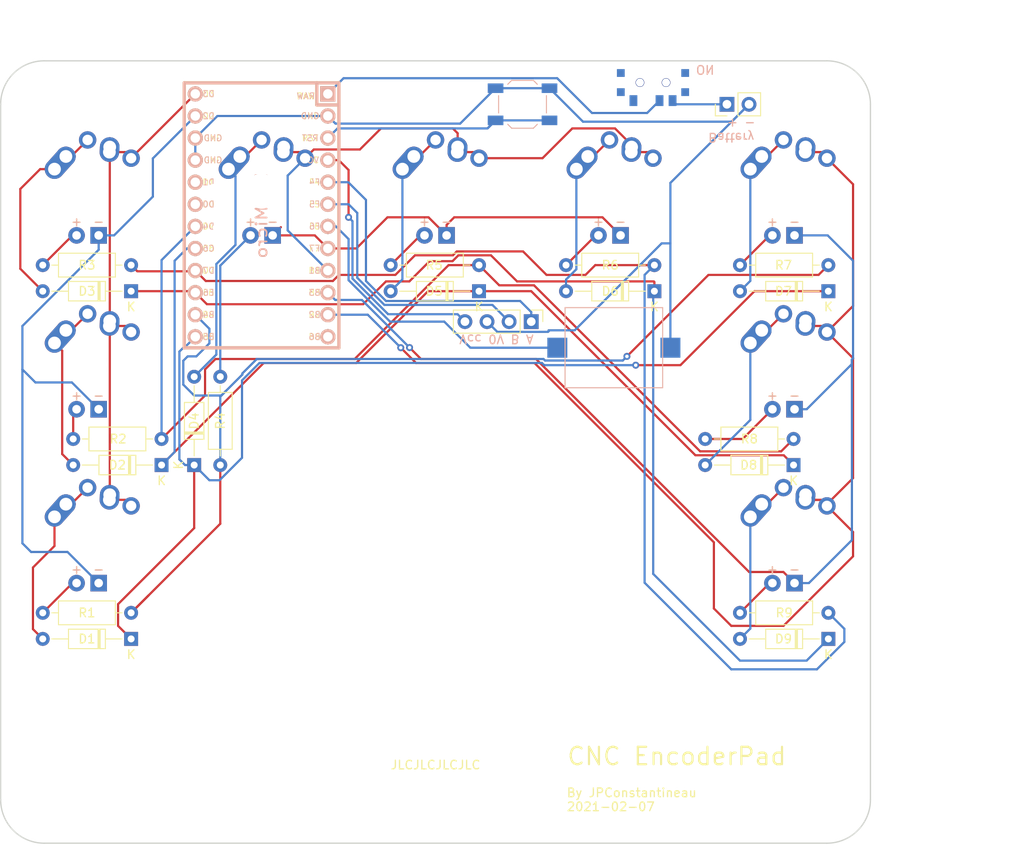
<source format=kicad_pcb>
(kicad_pcb (version 20171130) (host pcbnew "(5.1.9)-1")

  (general
    (thickness 1.6)
    (drawings 24)
    (tracks 347)
    (zones 0)
    (modules 41)
    (nets 39)
  )

  (page A4)
  (layers
    (0 F.Cu signal)
    (31 B.Cu signal)
    (32 B.Adhes user)
    (33 F.Adhes user)
    (34 B.Paste user)
    (35 F.Paste user)
    (36 B.SilkS user)
    (37 F.SilkS user)
    (38 B.Mask user)
    (39 F.Mask user)
    (40 Dwgs.User user)
    (41 Cmts.User user)
    (42 Eco1.User user hide)
    (43 Eco2.User user)
    (44 Edge.Cuts user)
    (45 Margin user)
    (46 B.CrtYd user)
    (47 F.CrtYd user)
    (48 B.Fab user)
    (49 F.Fab user)
  )

  (setup
    (last_trace_width 0.25)
    (trace_clearance 0.2)
    (zone_clearance 0.508)
    (zone_45_only no)
    (trace_min 0.2)
    (via_size 0.8)
    (via_drill 0.4)
    (via_min_size 0.4)
    (via_min_drill 0.3)
    (uvia_size 0.3)
    (uvia_drill 0.1)
    (uvias_allowed no)
    (uvia_min_size 0.2)
    (uvia_min_drill 0.1)
    (edge_width 0.15)
    (segment_width 0.2)
    (pcb_text_width 0.3)
    (pcb_text_size 1.5 1.5)
    (mod_edge_width 0.15)
    (mod_text_size 1 1)
    (mod_text_width 0.15)
    (pad_size 1.524 1.524)
    (pad_drill 0.762)
    (pad_to_mask_clearance 0.2)
    (aux_axis_origin 0 0)
    (visible_elements 7FFFFFFF)
    (pcbplotparams
      (layerselection 0x010fc_ffffffff)
      (usegerberextensions false)
      (usegerberattributes false)
      (usegerberadvancedattributes false)
      (creategerberjobfile false)
      (excludeedgelayer true)
      (linewidth 0.100000)
      (plotframeref false)
      (viasonmask false)
      (mode 1)
      (useauxorigin false)
      (hpglpennumber 1)
      (hpglpenspeed 20)
      (hpglpendiameter 15.000000)
      (psnegative false)
      (psa4output false)
      (plotreference true)
      (plotvalue true)
      (plotinvisibletext false)
      (padsonsilk false)
      (subtractmaskfromsilk false)
      (outputformat 1)
      (mirror false)
      (drillshape 0)
      (scaleselection 1)
      (outputdirectory "Gerber/"))
  )

  (net 0 "")
  (net 1 ENC_Vcc)
  (net 2 ENC_0V)
  (net 3 ENC_B)
  (net 4 ENC_A)
  (net 5 "Net-(SW10-Pad1)")
  (net 6 "Net-(J4-Pad1)")
  (net 7 "Net-(SW11-Pad2)")
  (net 8 SPEAKER)
  (net 9 "Net-(D1-Pad2)")
  (net 10 SWROW0)
  (net 11 "Net-(D2-Pad2)")
  (net 12 SWROW1)
  (net 13 "Net-(D3-Pad2)")
  (net 14 SWROW2)
  (net 15 "Net-(D4-Pad2)")
  (net 16 "Net-(D5-Pad2)")
  (net 17 "Net-(D6-Pad2)")
  (net 18 "Net-(D7-Pad2)")
  (net 19 "Net-(D8-Pad2)")
  (net 20 "Net-(D9-Pad2)")
  (net 21 LEDROW0)
  (net 22 "Net-(R1-Pad1)")
  (net 23 LEDROW1)
  (net 24 "Net-(R2-Pad1)")
  (net 25 LEDROW2)
  (net 26 "Net-(R3-Pad1)")
  (net 27 "Net-(R4-Pad1)")
  (net 28 "Net-(R5-Pad1)")
  (net 29 "Net-(R6-Pad1)")
  (net 30 "Net-(R7-Pad1)")
  (net 31 "Net-(R8-Pad1)")
  (net 32 "Net-(R9-Pad1)")
  (net 33 LEDCOL0)
  (net 34 SWCOL0)
  (net 35 LEDCOL1)
  (net 36 SWCOL1)
  (net 37 LEDCOL2)
  (net 38 SWCOL2)

  (net_class Default "This is the default net class."
    (clearance 0.2)
    (trace_width 0.25)
    (via_dia 0.8)
    (via_drill 0.4)
    (uvia_dia 0.3)
    (uvia_drill 0.1)
    (add_net ENC_0V)
    (add_net ENC_A)
    (add_net ENC_B)
    (add_net ENC_Vcc)
    (add_net LEDCOL0)
    (add_net LEDCOL1)
    (add_net LEDCOL2)
    (add_net LEDROW0)
    (add_net LEDROW1)
    (add_net LEDROW2)
    (add_net "Net-(D1-Pad2)")
    (add_net "Net-(D2-Pad2)")
    (add_net "Net-(D3-Pad2)")
    (add_net "Net-(D4-Pad2)")
    (add_net "Net-(D5-Pad2)")
    (add_net "Net-(D6-Pad2)")
    (add_net "Net-(D7-Pad2)")
    (add_net "Net-(D8-Pad2)")
    (add_net "Net-(D9-Pad2)")
    (add_net "Net-(J4-Pad1)")
    (add_net "Net-(R1-Pad1)")
    (add_net "Net-(R2-Pad1)")
    (add_net "Net-(R3-Pad1)")
    (add_net "Net-(R4-Pad1)")
    (add_net "Net-(R5-Pad1)")
    (add_net "Net-(R6-Pad1)")
    (add_net "Net-(R7-Pad1)")
    (add_net "Net-(R8-Pad1)")
    (add_net "Net-(R9-Pad1)")
    (add_net "Net-(SW10-Pad1)")
    (add_net "Net-(SW11-Pad2)")
    (add_net SPEAKER)
    (add_net SWCOL0)
    (add_net SWCOL1)
    (add_net SWCOL2)
    (add_net SWROW0)
    (add_net SWROW1)
    (add_net SWROW2)
  )

  (module Connector_PinHeader_2.54mm:PinHeader_1x02_P2.54mm_Vertical (layer F.Cu) (tedit 59FED5CC) (tstamp 6020D543)
    (at 133.5 65 90)
    (descr "Through hole straight pin header, 1x02, 2.54mm pitch, single row")
    (tags "Through hole pin header THT 1x02 2.54mm single row")
    (path /6024250D)
    (fp_text reference J4 (at 0 -2.33 90) (layer F.SilkS) hide
      (effects (font (size 1 1) (thickness 0.15)))
    )
    (fp_text value Conn_01x02 (at 0 4.87 90) (layer F.Fab)
      (effects (font (size 1 1) (thickness 0.15)))
    )
    (fp_line (start -0.635 -1.27) (end 1.27 -1.27) (layer F.Fab) (width 0.1))
    (fp_line (start 1.27 -1.27) (end 1.27 3.81) (layer F.Fab) (width 0.1))
    (fp_line (start 1.27 3.81) (end -1.27 3.81) (layer F.Fab) (width 0.1))
    (fp_line (start -1.27 3.81) (end -1.27 -0.635) (layer F.Fab) (width 0.1))
    (fp_line (start -1.27 -0.635) (end -0.635 -1.27) (layer F.Fab) (width 0.1))
    (fp_line (start -1.33 3.87) (end 1.33 3.87) (layer F.SilkS) (width 0.12))
    (fp_line (start -1.33 1.27) (end -1.33 3.87) (layer F.SilkS) (width 0.12))
    (fp_line (start 1.33 1.27) (end 1.33 3.87) (layer F.SilkS) (width 0.12))
    (fp_line (start -1.33 1.27) (end 1.33 1.27) (layer F.SilkS) (width 0.12))
    (fp_line (start -1.33 0) (end -1.33 -1.33) (layer F.SilkS) (width 0.12))
    (fp_line (start -1.33 -1.33) (end 0 -1.33) (layer F.SilkS) (width 0.12))
    (fp_line (start -1.8 -1.8) (end -1.8 4.35) (layer F.CrtYd) (width 0.05))
    (fp_line (start -1.8 4.35) (end 1.8 4.35) (layer F.CrtYd) (width 0.05))
    (fp_line (start 1.8 4.35) (end 1.8 -1.8) (layer F.CrtYd) (width 0.05))
    (fp_line (start 1.8 -1.8) (end -1.8 -1.8) (layer F.CrtYd) (width 0.05))
    (fp_text user %R (at 0 1.27) (layer F.Fab)
      (effects (font (size 1 1) (thickness 0.15)))
    )
    (pad 2 thru_hole oval (at 0 2.54 90) (size 1.7 1.7) (drill 1) (layers *.Cu *.Mask)
      (net 2 ENC_0V))
    (pad 1 thru_hole rect (at 0 0 90) (size 1.7 1.7) (drill 1) (layers *.Cu *.Mask)
      (net 6 "Net-(J4-Pad1)"))
    (model ${KISYS3DMOD}/Connector_PinHeader_2.54mm.3dshapes/PinHeader_1x02_P2.54mm_Vertical.wrl
      (at (xyz 0 0 0))
      (scale (xyz 1 1 1))
      (rotate (xyz 0 0 0))
    )
  )

  (module Resistor_THT:R_Axial_DIN0207_L6.3mm_D2.5mm_P10.16mm_Horizontal (layer F.Cu) (tedit 5AE5139B) (tstamp 6021375A)
    (at 135 123.5)
    (descr "Resistor, Axial_DIN0207 series, Axial, Horizontal, pin pitch=10.16mm, 0.25W = 1/4W, length*diameter=6.3*2.5mm^2, http://cdn-reichelt.de/documents/datenblatt/B400/1_4W%23YAG.pdf")
    (tags "Resistor Axial_DIN0207 series Axial Horizontal pin pitch 10.16mm 0.25W = 1/4W length 6.3mm diameter 2.5mm")
    (path /602B559C)
    (fp_text reference R9 (at 5.08 0) (layer F.SilkS)
      (effects (font (size 1 1) (thickness 0.15)))
    )
    (fp_text value R_Small (at 5.08 2.37) (layer F.Fab)
      (effects (font (size 1 1) (thickness 0.15)))
    )
    (fp_line (start 1.93 -1.25) (end 1.93 1.25) (layer F.Fab) (width 0.1))
    (fp_line (start 1.93 1.25) (end 8.23 1.25) (layer F.Fab) (width 0.1))
    (fp_line (start 8.23 1.25) (end 8.23 -1.25) (layer F.Fab) (width 0.1))
    (fp_line (start 8.23 -1.25) (end 1.93 -1.25) (layer F.Fab) (width 0.1))
    (fp_line (start 0 0) (end 1.93 0) (layer F.Fab) (width 0.1))
    (fp_line (start 10.16 0) (end 8.23 0) (layer F.Fab) (width 0.1))
    (fp_line (start 1.81 -1.37) (end 1.81 1.37) (layer F.SilkS) (width 0.12))
    (fp_line (start 1.81 1.37) (end 8.35 1.37) (layer F.SilkS) (width 0.12))
    (fp_line (start 8.35 1.37) (end 8.35 -1.37) (layer F.SilkS) (width 0.12))
    (fp_line (start 8.35 -1.37) (end 1.81 -1.37) (layer F.SilkS) (width 0.12))
    (fp_line (start 1.04 0) (end 1.81 0) (layer F.SilkS) (width 0.12))
    (fp_line (start 9.12 0) (end 8.35 0) (layer F.SilkS) (width 0.12))
    (fp_line (start -1.05 -1.5) (end -1.05 1.5) (layer F.CrtYd) (width 0.05))
    (fp_line (start -1.05 1.5) (end 11.21 1.5) (layer F.CrtYd) (width 0.05))
    (fp_line (start 11.21 1.5) (end 11.21 -1.5) (layer F.CrtYd) (width 0.05))
    (fp_line (start 11.21 -1.5) (end -1.05 -1.5) (layer F.CrtYd) (width 0.05))
    (fp_text user %R (at 5.08 0) (layer F.Fab)
      (effects (font (size 1 1) (thickness 0.15)))
    )
    (pad 2 thru_hole oval (at 10.16 0) (size 1.6 1.6) (drill 0.8) (layers *.Cu *.Mask)
      (net 25 LEDROW2))
    (pad 1 thru_hole circle (at 0 0) (size 1.6 1.6) (drill 0.8) (layers *.Cu *.Mask)
      (net 32 "Net-(R9-Pad1)"))
    (model ${KISYS3DMOD}/Resistor_THT.3dshapes/R_Axial_DIN0207_L6.3mm_D2.5mm_P10.16mm_Horizontal.wrl
      (at (xyz 0 0 0))
      (scale (xyz 1 1 1))
      (rotate (xyz 0 0 0))
    )
  )

  (module Resistor_THT:R_Axial_DIN0207_L6.3mm_D2.5mm_P10.16mm_Horizontal (layer F.Cu) (tedit 5AE5139B) (tstamp 60213AAC)
    (at 131 103.5)
    (descr "Resistor, Axial_DIN0207 series, Axial, Horizontal, pin pitch=10.16mm, 0.25W = 1/4W, length*diameter=6.3*2.5mm^2, http://cdn-reichelt.de/documents/datenblatt/B400/1_4W%23YAG.pdf")
    (tags "Resistor Axial_DIN0207 series Axial Horizontal pin pitch 10.16mm 0.25W = 1/4W length 6.3mm diameter 2.5mm")
    (path /602B5837)
    (fp_text reference R8 (at 5.08 0) (layer F.SilkS)
      (effects (font (size 1 1) (thickness 0.15)))
    )
    (fp_text value R_Small (at 5.08 2.37) (layer F.Fab)
      (effects (font (size 1 1) (thickness 0.15)))
    )
    (fp_line (start 1.93 -1.25) (end 1.93 1.25) (layer F.Fab) (width 0.1))
    (fp_line (start 1.93 1.25) (end 8.23 1.25) (layer F.Fab) (width 0.1))
    (fp_line (start 8.23 1.25) (end 8.23 -1.25) (layer F.Fab) (width 0.1))
    (fp_line (start 8.23 -1.25) (end 1.93 -1.25) (layer F.Fab) (width 0.1))
    (fp_line (start 0 0) (end 1.93 0) (layer F.Fab) (width 0.1))
    (fp_line (start 10.16 0) (end 8.23 0) (layer F.Fab) (width 0.1))
    (fp_line (start 1.81 -1.37) (end 1.81 1.37) (layer F.SilkS) (width 0.12))
    (fp_line (start 1.81 1.37) (end 8.35 1.37) (layer F.SilkS) (width 0.12))
    (fp_line (start 8.35 1.37) (end 8.35 -1.37) (layer F.SilkS) (width 0.12))
    (fp_line (start 8.35 -1.37) (end 1.81 -1.37) (layer F.SilkS) (width 0.12))
    (fp_line (start 1.04 0) (end 1.81 0) (layer F.SilkS) (width 0.12))
    (fp_line (start 9.12 0) (end 8.35 0) (layer F.SilkS) (width 0.12))
    (fp_line (start -1.05 -1.5) (end -1.05 1.5) (layer F.CrtYd) (width 0.05))
    (fp_line (start -1.05 1.5) (end 11.21 1.5) (layer F.CrtYd) (width 0.05))
    (fp_line (start 11.21 1.5) (end 11.21 -1.5) (layer F.CrtYd) (width 0.05))
    (fp_line (start 11.21 -1.5) (end -1.05 -1.5) (layer F.CrtYd) (width 0.05))
    (fp_text user %R (at 5.08 0) (layer F.Fab)
      (effects (font (size 1 1) (thickness 0.15)))
    )
    (pad 2 thru_hole oval (at 10.16 0) (size 1.6 1.6) (drill 0.8) (layers *.Cu *.Mask)
      (net 23 LEDROW1))
    (pad 1 thru_hole circle (at 0 0) (size 1.6 1.6) (drill 0.8) (layers *.Cu *.Mask)
      (net 31 "Net-(R8-Pad1)"))
    (model ${KISYS3DMOD}/Resistor_THT.3dshapes/R_Axial_DIN0207_L6.3mm_D2.5mm_P10.16mm_Horizontal.wrl
      (at (xyz 0 0 0))
      (scale (xyz 1 1 1))
      (rotate (xyz 0 0 0))
    )
  )

  (module Resistor_THT:R_Axial_DIN0207_L6.3mm_D2.5mm_P10.16mm_Horizontal (layer F.Cu) (tedit 5AE5139B) (tstamp 6020F519)
    (at 135 83.5)
    (descr "Resistor, Axial_DIN0207 series, Axial, Horizontal, pin pitch=10.16mm, 0.25W = 1/4W, length*diameter=6.3*2.5mm^2, http://cdn-reichelt.de/documents/datenblatt/B400/1_4W%23YAG.pdf")
    (tags "Resistor Axial_DIN0207 series Axial Horizontal pin pitch 10.16mm 0.25W = 1/4W length 6.3mm diameter 2.5mm")
    (path /602B5B2F)
    (fp_text reference R7 (at 5 0) (layer F.SilkS)
      (effects (font (size 1 1) (thickness 0.15)))
    )
    (fp_text value R_Small (at 5.08 2.37) (layer F.Fab)
      (effects (font (size 1 1) (thickness 0.15)))
    )
    (fp_line (start 1.93 -1.25) (end 1.93 1.25) (layer F.Fab) (width 0.1))
    (fp_line (start 1.93 1.25) (end 8.23 1.25) (layer F.Fab) (width 0.1))
    (fp_line (start 8.23 1.25) (end 8.23 -1.25) (layer F.Fab) (width 0.1))
    (fp_line (start 8.23 -1.25) (end 1.93 -1.25) (layer F.Fab) (width 0.1))
    (fp_line (start 0 0) (end 1.93 0) (layer F.Fab) (width 0.1))
    (fp_line (start 10.16 0) (end 8.23 0) (layer F.Fab) (width 0.1))
    (fp_line (start 1.81 -1.37) (end 1.81 1.37) (layer F.SilkS) (width 0.12))
    (fp_line (start 1.81 1.37) (end 8.35 1.37) (layer F.SilkS) (width 0.12))
    (fp_line (start 8.35 1.37) (end 8.35 -1.37) (layer F.SilkS) (width 0.12))
    (fp_line (start 8.35 -1.37) (end 1.81 -1.37) (layer F.SilkS) (width 0.12))
    (fp_line (start 1.04 0) (end 1.81 0) (layer F.SilkS) (width 0.12))
    (fp_line (start 9.12 0) (end 8.35 0) (layer F.SilkS) (width 0.12))
    (fp_line (start -1.05 -1.5) (end -1.05 1.5) (layer F.CrtYd) (width 0.05))
    (fp_line (start -1.05 1.5) (end 11.21 1.5) (layer F.CrtYd) (width 0.05))
    (fp_line (start 11.21 1.5) (end 11.21 -1.5) (layer F.CrtYd) (width 0.05))
    (fp_line (start 11.21 -1.5) (end -1.05 -1.5) (layer F.CrtYd) (width 0.05))
    (fp_text user %R (at 5.08 0) (layer F.Fab)
      (effects (font (size 1 1) (thickness 0.15)))
    )
    (pad 2 thru_hole oval (at 10.16 0) (size 1.6 1.6) (drill 0.8) (layers *.Cu *.Mask)
      (net 21 LEDROW0))
    (pad 1 thru_hole circle (at 0 0) (size 1.6 1.6) (drill 0.8) (layers *.Cu *.Mask)
      (net 30 "Net-(R7-Pad1)"))
    (model ${KISYS3DMOD}/Resistor_THT.3dshapes/R_Axial_DIN0207_L6.3mm_D2.5mm_P10.16mm_Horizontal.wrl
      (at (xyz 0 0 0))
      (scale (xyz 1 1 1))
      (rotate (xyz 0 0 0))
    )
  )

  (module Resistor_THT:R_Axial_DIN0207_L6.3mm_D2.5mm_P10.16mm_Horizontal (layer F.Cu) (tedit 5AE5139B) (tstamp 6020F502)
    (at 115 83.5)
    (descr "Resistor, Axial_DIN0207 series, Axial, Horizontal, pin pitch=10.16mm, 0.25W = 1/4W, length*diameter=6.3*2.5mm^2, http://cdn-reichelt.de/documents/datenblatt/B400/1_4W%23YAG.pdf")
    (tags "Resistor Axial_DIN0207 series Axial Horizontal pin pitch 10.16mm 0.25W = 1/4W length 6.3mm diameter 2.5mm")
    (path /6028BE79)
    (fp_text reference R6 (at 5.08 0) (layer F.SilkS)
      (effects (font (size 1 1) (thickness 0.15)))
    )
    (fp_text value R_Small (at 5.08 2.37) (layer F.Fab)
      (effects (font (size 1 1) (thickness 0.15)))
    )
    (fp_line (start 1.93 -1.25) (end 1.93 1.25) (layer F.Fab) (width 0.1))
    (fp_line (start 1.93 1.25) (end 8.23 1.25) (layer F.Fab) (width 0.1))
    (fp_line (start 8.23 1.25) (end 8.23 -1.25) (layer F.Fab) (width 0.1))
    (fp_line (start 8.23 -1.25) (end 1.93 -1.25) (layer F.Fab) (width 0.1))
    (fp_line (start 0 0) (end 1.93 0) (layer F.Fab) (width 0.1))
    (fp_line (start 10.16 0) (end 8.23 0) (layer F.Fab) (width 0.1))
    (fp_line (start 1.81 -1.37) (end 1.81 1.37) (layer F.SilkS) (width 0.12))
    (fp_line (start 1.81 1.37) (end 8.35 1.37) (layer F.SilkS) (width 0.12))
    (fp_line (start 8.35 1.37) (end 8.35 -1.37) (layer F.SilkS) (width 0.12))
    (fp_line (start 8.35 -1.37) (end 1.81 -1.37) (layer F.SilkS) (width 0.12))
    (fp_line (start 1.04 0) (end 1.81 0) (layer F.SilkS) (width 0.12))
    (fp_line (start 9.12 0) (end 8.35 0) (layer F.SilkS) (width 0.12))
    (fp_line (start -1.05 -1.5) (end -1.05 1.5) (layer F.CrtYd) (width 0.05))
    (fp_line (start -1.05 1.5) (end 11.21 1.5) (layer F.CrtYd) (width 0.05))
    (fp_line (start 11.21 1.5) (end 11.21 -1.5) (layer F.CrtYd) (width 0.05))
    (fp_line (start 11.21 -1.5) (end -1.05 -1.5) (layer F.CrtYd) (width 0.05))
    (fp_text user %R (at 5.08 0) (layer F.Fab)
      (effects (font (size 1 1) (thickness 0.15)))
    )
    (pad 2 thru_hole oval (at 10.16 0) (size 1.6 1.6) (drill 0.8) (layers *.Cu *.Mask)
      (net 25 LEDROW2))
    (pad 1 thru_hole circle (at 0 0) (size 1.6 1.6) (drill 0.8) (layers *.Cu *.Mask)
      (net 29 "Net-(R6-Pad1)"))
    (model ${KISYS3DMOD}/Resistor_THT.3dshapes/R_Axial_DIN0207_L6.3mm_D2.5mm_P10.16mm_Horizontal.wrl
      (at (xyz 0 0 0))
      (scale (xyz 1 1 1))
      (rotate (xyz 0 0 0))
    )
  )

  (module Resistor_THT:R_Axial_DIN0207_L6.3mm_D2.5mm_P10.16mm_Horizontal (layer F.Cu) (tedit 5AE5139B) (tstamp 6020F4EB)
    (at 94.84 83.5)
    (descr "Resistor, Axial_DIN0207 series, Axial, Horizontal, pin pitch=10.16mm, 0.25W = 1/4W, length*diameter=6.3*2.5mm^2, http://cdn-reichelt.de/documents/datenblatt/B400/1_4W%23YAG.pdf")
    (tags "Resistor Axial_DIN0207 series Axial Horizontal pin pitch 10.16mm 0.25W = 1/4W length 6.3mm diameter 2.5mm")
    (path /6028C121)
    (fp_text reference R5 (at 5 0) (layer F.SilkS)
      (effects (font (size 1 1) (thickness 0.15)))
    )
    (fp_text value R_Small (at 5.08 2.37) (layer F.Fab)
      (effects (font (size 1 1) (thickness 0.15)))
    )
    (fp_line (start 1.93 -1.25) (end 1.93 1.25) (layer F.Fab) (width 0.1))
    (fp_line (start 1.93 1.25) (end 8.23 1.25) (layer F.Fab) (width 0.1))
    (fp_line (start 8.23 1.25) (end 8.23 -1.25) (layer F.Fab) (width 0.1))
    (fp_line (start 8.23 -1.25) (end 1.93 -1.25) (layer F.Fab) (width 0.1))
    (fp_line (start 0 0) (end 1.93 0) (layer F.Fab) (width 0.1))
    (fp_line (start 10.16 0) (end 8.23 0) (layer F.Fab) (width 0.1))
    (fp_line (start 1.81 -1.37) (end 1.81 1.37) (layer F.SilkS) (width 0.12))
    (fp_line (start 1.81 1.37) (end 8.35 1.37) (layer F.SilkS) (width 0.12))
    (fp_line (start 8.35 1.37) (end 8.35 -1.37) (layer F.SilkS) (width 0.12))
    (fp_line (start 8.35 -1.37) (end 1.81 -1.37) (layer F.SilkS) (width 0.12))
    (fp_line (start 1.04 0) (end 1.81 0) (layer F.SilkS) (width 0.12))
    (fp_line (start 9.12 0) (end 8.35 0) (layer F.SilkS) (width 0.12))
    (fp_line (start -1.05 -1.5) (end -1.05 1.5) (layer F.CrtYd) (width 0.05))
    (fp_line (start -1.05 1.5) (end 11.21 1.5) (layer F.CrtYd) (width 0.05))
    (fp_line (start 11.21 1.5) (end 11.21 -1.5) (layer F.CrtYd) (width 0.05))
    (fp_line (start 11.21 -1.5) (end -1.05 -1.5) (layer F.CrtYd) (width 0.05))
    (fp_text user %R (at 5.08 0) (layer F.Fab)
      (effects (font (size 1 1) (thickness 0.15)))
    )
    (pad 2 thru_hole oval (at 10.16 0) (size 1.6 1.6) (drill 0.8) (layers *.Cu *.Mask)
      (net 23 LEDROW1))
    (pad 1 thru_hole circle (at 0 0) (size 1.6 1.6) (drill 0.8) (layers *.Cu *.Mask)
      (net 28 "Net-(R5-Pad1)"))
    (model ${KISYS3DMOD}/Resistor_THT.3dshapes/R_Axial_DIN0207_L6.3mm_D2.5mm_P10.16mm_Horizontal.wrl
      (at (xyz 0 0 0))
      (scale (xyz 1 1 1))
      (rotate (xyz 0 0 0))
    )
  )

  (module Resistor_THT:R_Axial_DIN0207_L6.3mm_D2.5mm_P10.16mm_Horizontal (layer F.Cu) (tedit 5AE5139B) (tstamp 6020F4D4)
    (at 75.25 96.34 270)
    (descr "Resistor, Axial_DIN0207 series, Axial, Horizontal, pin pitch=10.16mm, 0.25W = 1/4W, length*diameter=6.3*2.5mm^2, http://cdn-reichelt.de/documents/datenblatt/B400/1_4W%23YAG.pdf")
    (tags "Resistor Axial_DIN0207 series Axial Horizontal pin pitch 10.16mm 0.25W = 1/4W length 6.3mm diameter 2.5mm")
    (path /6028C617)
    (fp_text reference R4 (at 5.08 0 90) (layer F.SilkS)
      (effects (font (size 1 1) (thickness 0.15)))
    )
    (fp_text value R_Small (at 5.08 2.37 90) (layer F.Fab)
      (effects (font (size 1 1) (thickness 0.15)))
    )
    (fp_line (start 1.93 -1.25) (end 1.93 1.25) (layer F.Fab) (width 0.1))
    (fp_line (start 1.93 1.25) (end 8.23 1.25) (layer F.Fab) (width 0.1))
    (fp_line (start 8.23 1.25) (end 8.23 -1.25) (layer F.Fab) (width 0.1))
    (fp_line (start 8.23 -1.25) (end 1.93 -1.25) (layer F.Fab) (width 0.1))
    (fp_line (start 0 0) (end 1.93 0) (layer F.Fab) (width 0.1))
    (fp_line (start 10.16 0) (end 8.23 0) (layer F.Fab) (width 0.1))
    (fp_line (start 1.81 -1.37) (end 1.81 1.37) (layer F.SilkS) (width 0.12))
    (fp_line (start 1.81 1.37) (end 8.35 1.37) (layer F.SilkS) (width 0.12))
    (fp_line (start 8.35 1.37) (end 8.35 -1.37) (layer F.SilkS) (width 0.12))
    (fp_line (start 8.35 -1.37) (end 1.81 -1.37) (layer F.SilkS) (width 0.12))
    (fp_line (start 1.04 0) (end 1.81 0) (layer F.SilkS) (width 0.12))
    (fp_line (start 9.12 0) (end 8.35 0) (layer F.SilkS) (width 0.12))
    (fp_line (start -1.05 -1.5) (end -1.05 1.5) (layer F.CrtYd) (width 0.05))
    (fp_line (start -1.05 1.5) (end 11.21 1.5) (layer F.CrtYd) (width 0.05))
    (fp_line (start 11.21 1.5) (end 11.21 -1.5) (layer F.CrtYd) (width 0.05))
    (fp_line (start 11.21 -1.5) (end -1.05 -1.5) (layer F.CrtYd) (width 0.05))
    (fp_text user %R (at 5.08 0 90) (layer F.Fab)
      (effects (font (size 1 1) (thickness 0.15)))
    )
    (pad 2 thru_hole oval (at 10.16 0 270) (size 1.6 1.6) (drill 0.8) (layers *.Cu *.Mask)
      (net 21 LEDROW0))
    (pad 1 thru_hole circle (at 0 0 270) (size 1.6 1.6) (drill 0.8) (layers *.Cu *.Mask)
      (net 27 "Net-(R4-Pad1)"))
    (model ${KISYS3DMOD}/Resistor_THT.3dshapes/R_Axial_DIN0207_L6.3mm_D2.5mm_P10.16mm_Horizontal.wrl
      (at (xyz 0 0 0))
      (scale (xyz 1 1 1))
      (rotate (xyz 0 0 0))
    )
  )

  (module Resistor_THT:R_Axial_DIN0207_L6.3mm_D2.5mm_P10.16mm_Horizontal (layer F.Cu) (tedit 5AE5139B) (tstamp 60212123)
    (at 54.84 83.5)
    (descr "Resistor, Axial_DIN0207 series, Axial, Horizontal, pin pitch=10.16mm, 0.25W = 1/4W, length*diameter=6.3*2.5mm^2, http://cdn-reichelt.de/documents/datenblatt/B400/1_4W%23YAG.pdf")
    (tags "Resistor Axial_DIN0207 series Axial Horizontal pin pitch 10.16mm 0.25W = 1/4W length 6.3mm diameter 2.5mm")
    (path /6027B04B)
    (fp_text reference R3 (at 5.08 0) (layer F.SilkS)
      (effects (font (size 1 1) (thickness 0.15)))
    )
    (fp_text value R_Small (at 5.08 2.37) (layer F.Fab)
      (effects (font (size 1 1) (thickness 0.15)))
    )
    (fp_line (start 1.93 -1.25) (end 1.93 1.25) (layer F.Fab) (width 0.1))
    (fp_line (start 1.93 1.25) (end 8.23 1.25) (layer F.Fab) (width 0.1))
    (fp_line (start 8.23 1.25) (end 8.23 -1.25) (layer F.Fab) (width 0.1))
    (fp_line (start 8.23 -1.25) (end 1.93 -1.25) (layer F.Fab) (width 0.1))
    (fp_line (start 0 0) (end 1.93 0) (layer F.Fab) (width 0.1))
    (fp_line (start 10.16 0) (end 8.23 0) (layer F.Fab) (width 0.1))
    (fp_line (start 1.81 -1.37) (end 1.81 1.37) (layer F.SilkS) (width 0.12))
    (fp_line (start 1.81 1.37) (end 8.35 1.37) (layer F.SilkS) (width 0.12))
    (fp_line (start 8.35 1.37) (end 8.35 -1.37) (layer F.SilkS) (width 0.12))
    (fp_line (start 8.35 -1.37) (end 1.81 -1.37) (layer F.SilkS) (width 0.12))
    (fp_line (start 1.04 0) (end 1.81 0) (layer F.SilkS) (width 0.12))
    (fp_line (start 9.12 0) (end 8.35 0) (layer F.SilkS) (width 0.12))
    (fp_line (start -1.05 -1.5) (end -1.05 1.5) (layer F.CrtYd) (width 0.05))
    (fp_line (start -1.05 1.5) (end 11.21 1.5) (layer F.CrtYd) (width 0.05))
    (fp_line (start 11.21 1.5) (end 11.21 -1.5) (layer F.CrtYd) (width 0.05))
    (fp_line (start 11.21 -1.5) (end -1.05 -1.5) (layer F.CrtYd) (width 0.05))
    (fp_text user %R (at 5.08 0) (layer F.Fab)
      (effects (font (size 1 1) (thickness 0.15)))
    )
    (pad 2 thru_hole oval (at 10.16 0) (size 1.6 1.6) (drill 0.8) (layers *.Cu *.Mask)
      (net 25 LEDROW2))
    (pad 1 thru_hole circle (at 0 0) (size 1.6 1.6) (drill 0.8) (layers *.Cu *.Mask)
      (net 26 "Net-(R3-Pad1)"))
    (model ${KISYS3DMOD}/Resistor_THT.3dshapes/R_Axial_DIN0207_L6.3mm_D2.5mm_P10.16mm_Horizontal.wrl
      (at (xyz 0 0 0))
      (scale (xyz 1 1 1))
      (rotate (xyz 0 0 0))
    )
  )

  (module Resistor_THT:R_Axial_DIN0207_L6.3mm_D2.5mm_P10.16mm_Horizontal (layer F.Cu) (tedit 5AE5139B) (tstamp 6020F4A6)
    (at 58.34 103.5)
    (descr "Resistor, Axial_DIN0207 series, Axial, Horizontal, pin pitch=10.16mm, 0.25W = 1/4W, length*diameter=6.3*2.5mm^2, http://cdn-reichelt.de/documents/datenblatt/B400/1_4W%23YAG.pdf")
    (tags "Resistor Axial_DIN0207 series Axial Horizontal pin pitch 10.16mm 0.25W = 1/4W length 6.3mm diameter 2.5mm")
    (path /6027AC33)
    (fp_text reference R2 (at 5.16 0) (layer F.SilkS)
      (effects (font (size 1 1) (thickness 0.15)))
    )
    (fp_text value R_Small (at 5.08 2.37) (layer F.Fab)
      (effects (font (size 1 1) (thickness 0.15)))
    )
    (fp_line (start 1.93 -1.25) (end 1.93 1.25) (layer F.Fab) (width 0.1))
    (fp_line (start 1.93 1.25) (end 8.23 1.25) (layer F.Fab) (width 0.1))
    (fp_line (start 8.23 1.25) (end 8.23 -1.25) (layer F.Fab) (width 0.1))
    (fp_line (start 8.23 -1.25) (end 1.93 -1.25) (layer F.Fab) (width 0.1))
    (fp_line (start 0 0) (end 1.93 0) (layer F.Fab) (width 0.1))
    (fp_line (start 10.16 0) (end 8.23 0) (layer F.Fab) (width 0.1))
    (fp_line (start 1.81 -1.37) (end 1.81 1.37) (layer F.SilkS) (width 0.12))
    (fp_line (start 1.81 1.37) (end 8.35 1.37) (layer F.SilkS) (width 0.12))
    (fp_line (start 8.35 1.37) (end 8.35 -1.37) (layer F.SilkS) (width 0.12))
    (fp_line (start 8.35 -1.37) (end 1.81 -1.37) (layer F.SilkS) (width 0.12))
    (fp_line (start 1.04 0) (end 1.81 0) (layer F.SilkS) (width 0.12))
    (fp_line (start 9.12 0) (end 8.35 0) (layer F.SilkS) (width 0.12))
    (fp_line (start -1.05 -1.5) (end -1.05 1.5) (layer F.CrtYd) (width 0.05))
    (fp_line (start -1.05 1.5) (end 11.21 1.5) (layer F.CrtYd) (width 0.05))
    (fp_line (start 11.21 1.5) (end 11.21 -1.5) (layer F.CrtYd) (width 0.05))
    (fp_line (start 11.21 -1.5) (end -1.05 -1.5) (layer F.CrtYd) (width 0.05))
    (fp_text user %R (at 5.08 0) (layer F.Fab)
      (effects (font (size 1 1) (thickness 0.15)))
    )
    (pad 2 thru_hole oval (at 10.16 0) (size 1.6 1.6) (drill 0.8) (layers *.Cu *.Mask)
      (net 23 LEDROW1))
    (pad 1 thru_hole circle (at 0 0) (size 1.6 1.6) (drill 0.8) (layers *.Cu *.Mask)
      (net 24 "Net-(R2-Pad1)"))
    (model ${KISYS3DMOD}/Resistor_THT.3dshapes/R_Axial_DIN0207_L6.3mm_D2.5mm_P10.16mm_Horizontal.wrl
      (at (xyz 0 0 0))
      (scale (xyz 1 1 1))
      (rotate (xyz 0 0 0))
    )
  )

  (module Resistor_THT:R_Axial_DIN0207_L6.3mm_D2.5mm_P10.16mm_Horizontal (layer F.Cu) (tedit 5AE5139B) (tstamp 6020F48F)
    (at 54.84 123.5)
    (descr "Resistor, Axial_DIN0207 series, Axial, Horizontal, pin pitch=10.16mm, 0.25W = 1/4W, length*diameter=6.3*2.5mm^2, http://cdn-reichelt.de/documents/datenblatt/B400/1_4W%23YAG.pdf")
    (tags "Resistor Axial_DIN0207 series Axial Horizontal pin pitch 10.16mm 0.25W = 1/4W length 6.3mm diameter 2.5mm")
    (path /6026B184)
    (fp_text reference R1 (at 5.08 0) (layer F.SilkS)
      (effects (font (size 1 1) (thickness 0.15)))
    )
    (fp_text value R_Small (at 5.08 2.37) (layer F.Fab)
      (effects (font (size 1 1) (thickness 0.15)))
    )
    (fp_line (start 1.93 -1.25) (end 1.93 1.25) (layer F.Fab) (width 0.1))
    (fp_line (start 1.93 1.25) (end 8.23 1.25) (layer F.Fab) (width 0.1))
    (fp_line (start 8.23 1.25) (end 8.23 -1.25) (layer F.Fab) (width 0.1))
    (fp_line (start 8.23 -1.25) (end 1.93 -1.25) (layer F.Fab) (width 0.1))
    (fp_line (start 0 0) (end 1.93 0) (layer F.Fab) (width 0.1))
    (fp_line (start 10.16 0) (end 8.23 0) (layer F.Fab) (width 0.1))
    (fp_line (start 1.81 -1.37) (end 1.81 1.37) (layer F.SilkS) (width 0.12))
    (fp_line (start 1.81 1.37) (end 8.35 1.37) (layer F.SilkS) (width 0.12))
    (fp_line (start 8.35 1.37) (end 8.35 -1.37) (layer F.SilkS) (width 0.12))
    (fp_line (start 8.35 -1.37) (end 1.81 -1.37) (layer F.SilkS) (width 0.12))
    (fp_line (start 1.04 0) (end 1.81 0) (layer F.SilkS) (width 0.12))
    (fp_line (start 9.12 0) (end 8.35 0) (layer F.SilkS) (width 0.12))
    (fp_line (start -1.05 -1.5) (end -1.05 1.5) (layer F.CrtYd) (width 0.05))
    (fp_line (start -1.05 1.5) (end 11.21 1.5) (layer F.CrtYd) (width 0.05))
    (fp_line (start 11.21 1.5) (end 11.21 -1.5) (layer F.CrtYd) (width 0.05))
    (fp_line (start 11.21 -1.5) (end -1.05 -1.5) (layer F.CrtYd) (width 0.05))
    (fp_text user %R (at 5.08 0) (layer F.Fab)
      (effects (font (size 1 1) (thickness 0.15)))
    )
    (pad 2 thru_hole oval (at 10.16 0) (size 1.6 1.6) (drill 0.8) (layers *.Cu *.Mask)
      (net 21 LEDROW0))
    (pad 1 thru_hole circle (at 0 0) (size 1.6 1.6) (drill 0.8) (layers *.Cu *.Mask)
      (net 22 "Net-(R1-Pad1)"))
    (model ${KISYS3DMOD}/Resistor_THT.3dshapes/R_Axial_DIN0207_L6.3mm_D2.5mm_P10.16mm_Horizontal.wrl
      (at (xyz 0 0 0))
      (scale (xyz 1 1 1))
      (rotate (xyz 0 0 0))
    )
  )

  (module Diode_THT:D_DO-35_SOD27_P10.16mm_Horizontal (layer F.Cu) (tedit 5AE50CD5) (tstamp 6020F382)
    (at 145.16 126.5 180)
    (descr "Diode, DO-35_SOD27 series, Axial, Horizontal, pin pitch=10.16mm, , length*diameter=4*2mm^2, , http://www.diodes.com/_files/packages/DO-35.pdf")
    (tags "Diode DO-35_SOD27 series Axial Horizontal pin pitch 10.16mm  length 4mm diameter 2mm")
    (path /6026A7D8)
    (fp_text reference D9 (at 5.16 0) (layer F.SilkS)
      (effects (font (size 1 1) (thickness 0.15)))
    )
    (fp_text value D_Small (at 5.08 2.12) (layer F.Fab)
      (effects (font (size 1 1) (thickness 0.15)))
    )
    (fp_line (start 3.08 -1) (end 3.08 1) (layer F.Fab) (width 0.1))
    (fp_line (start 3.08 1) (end 7.08 1) (layer F.Fab) (width 0.1))
    (fp_line (start 7.08 1) (end 7.08 -1) (layer F.Fab) (width 0.1))
    (fp_line (start 7.08 -1) (end 3.08 -1) (layer F.Fab) (width 0.1))
    (fp_line (start 0 0) (end 3.08 0) (layer F.Fab) (width 0.1))
    (fp_line (start 10.16 0) (end 7.08 0) (layer F.Fab) (width 0.1))
    (fp_line (start 3.68 -1) (end 3.68 1) (layer F.Fab) (width 0.1))
    (fp_line (start 3.78 -1) (end 3.78 1) (layer F.Fab) (width 0.1))
    (fp_line (start 3.58 -1) (end 3.58 1) (layer F.Fab) (width 0.1))
    (fp_line (start 2.96 -1.12) (end 2.96 1.12) (layer F.SilkS) (width 0.12))
    (fp_line (start 2.96 1.12) (end 7.2 1.12) (layer F.SilkS) (width 0.12))
    (fp_line (start 7.2 1.12) (end 7.2 -1.12) (layer F.SilkS) (width 0.12))
    (fp_line (start 7.2 -1.12) (end 2.96 -1.12) (layer F.SilkS) (width 0.12))
    (fp_line (start 1.04 0) (end 2.96 0) (layer F.SilkS) (width 0.12))
    (fp_line (start 9.12 0) (end 7.2 0) (layer F.SilkS) (width 0.12))
    (fp_line (start 3.68 -1.12) (end 3.68 1.12) (layer F.SilkS) (width 0.12))
    (fp_line (start 3.8 -1.12) (end 3.8 1.12) (layer F.SilkS) (width 0.12))
    (fp_line (start 3.56 -1.12) (end 3.56 1.12) (layer F.SilkS) (width 0.12))
    (fp_line (start -1.05 -1.25) (end -1.05 1.25) (layer F.CrtYd) (width 0.05))
    (fp_line (start -1.05 1.25) (end 11.21 1.25) (layer F.CrtYd) (width 0.05))
    (fp_line (start 11.21 1.25) (end 11.21 -1.25) (layer F.CrtYd) (width 0.05))
    (fp_line (start 11.21 -1.25) (end -1.05 -1.25) (layer F.CrtYd) (width 0.05))
    (fp_text user K (at 0 -1.8) (layer F.SilkS)
      (effects (font (size 1 1) (thickness 0.15)))
    )
    (fp_text user K (at 0 -1.8) (layer F.Fab)
      (effects (font (size 1 1) (thickness 0.15)))
    )
    (fp_text user %R (at 5.38 0) (layer F.Fab)
      (effects (font (size 0.8 0.8) (thickness 0.12)))
    )
    (pad 2 thru_hole oval (at 10.16 0 180) (size 1.6 1.6) (drill 0.8) (layers *.Cu *.Mask)
      (net 20 "Net-(D9-Pad2)"))
    (pad 1 thru_hole rect (at 0 0 180) (size 1.6 1.6) (drill 0.8) (layers *.Cu *.Mask)
      (net 14 SWROW2))
    (model ${KISYS3DMOD}/Diode_THT.3dshapes/D_DO-35_SOD27_P10.16mm_Horizontal.wrl
      (at (xyz 0 0 0))
      (scale (xyz 1 1 1))
      (rotate (xyz 0 0 0))
    )
  )

  (module Diode_THT:D_DO-35_SOD27_P10.16mm_Horizontal (layer F.Cu) (tedit 5AE50CD5) (tstamp 6020F363)
    (at 141.16 106.5 180)
    (descr "Diode, DO-35_SOD27 series, Axial, Horizontal, pin pitch=10.16mm, , length*diameter=4*2mm^2, , http://www.diodes.com/_files/packages/DO-35.pdf")
    (tags "Diode DO-35_SOD27 series Axial Horizontal pin pitch 10.16mm  length 4mm diameter 2mm")
    (path /60269E54)
    (fp_text reference D8 (at 5.16 0) (layer F.SilkS)
      (effects (font (size 1 1) (thickness 0.15)))
    )
    (fp_text value D_Small (at 5.08 2.12) (layer F.Fab)
      (effects (font (size 1 1) (thickness 0.15)))
    )
    (fp_line (start 3.08 -1) (end 3.08 1) (layer F.Fab) (width 0.1))
    (fp_line (start 3.08 1) (end 7.08 1) (layer F.Fab) (width 0.1))
    (fp_line (start 7.08 1) (end 7.08 -1) (layer F.Fab) (width 0.1))
    (fp_line (start 7.08 -1) (end 3.08 -1) (layer F.Fab) (width 0.1))
    (fp_line (start 0 0) (end 3.08 0) (layer F.Fab) (width 0.1))
    (fp_line (start 10.16 0) (end 7.08 0) (layer F.Fab) (width 0.1))
    (fp_line (start 3.68 -1) (end 3.68 1) (layer F.Fab) (width 0.1))
    (fp_line (start 3.78 -1) (end 3.78 1) (layer F.Fab) (width 0.1))
    (fp_line (start 3.58 -1) (end 3.58 1) (layer F.Fab) (width 0.1))
    (fp_line (start 2.96 -1.12) (end 2.96 1.12) (layer F.SilkS) (width 0.12))
    (fp_line (start 2.96 1.12) (end 7.2 1.12) (layer F.SilkS) (width 0.12))
    (fp_line (start 7.2 1.12) (end 7.2 -1.12) (layer F.SilkS) (width 0.12))
    (fp_line (start 7.2 -1.12) (end 2.96 -1.12) (layer F.SilkS) (width 0.12))
    (fp_line (start 1.04 0) (end 2.96 0) (layer F.SilkS) (width 0.12))
    (fp_line (start 9.12 0) (end 7.2 0) (layer F.SilkS) (width 0.12))
    (fp_line (start 3.68 -1.12) (end 3.68 1.12) (layer F.SilkS) (width 0.12))
    (fp_line (start 3.8 -1.12) (end 3.8 1.12) (layer F.SilkS) (width 0.12))
    (fp_line (start 3.56 -1.12) (end 3.56 1.12) (layer F.SilkS) (width 0.12))
    (fp_line (start -1.05 -1.25) (end -1.05 1.25) (layer F.CrtYd) (width 0.05))
    (fp_line (start -1.05 1.25) (end 11.21 1.25) (layer F.CrtYd) (width 0.05))
    (fp_line (start 11.21 1.25) (end 11.21 -1.25) (layer F.CrtYd) (width 0.05))
    (fp_line (start 11.21 -1.25) (end -1.05 -1.25) (layer F.CrtYd) (width 0.05))
    (fp_text user K (at 0 -1.8) (layer F.SilkS)
      (effects (font (size 1 1) (thickness 0.15)))
    )
    (fp_text user K (at 0 -1.8) (layer F.Fab)
      (effects (font (size 1 1) (thickness 0.15)))
    )
    (fp_text user %R (at 5.38 0) (layer F.Fab)
      (effects (font (size 0.8 0.8) (thickness 0.12)))
    )
    (pad 2 thru_hole oval (at 10.16 0 180) (size 1.6 1.6) (drill 0.8) (layers *.Cu *.Mask)
      (net 19 "Net-(D8-Pad2)"))
    (pad 1 thru_hole rect (at 0 0 180) (size 1.6 1.6) (drill 0.8) (layers *.Cu *.Mask)
      (net 12 SWROW1))
    (model ${KISYS3DMOD}/Diode_THT.3dshapes/D_DO-35_SOD27_P10.16mm_Horizontal.wrl
      (at (xyz 0 0 0))
      (scale (xyz 1 1 1))
      (rotate (xyz 0 0 0))
    )
  )

  (module Diode_THT:D_DO-35_SOD27_P10.16mm_Horizontal (layer F.Cu) (tedit 5AE50CD5) (tstamp 6020F344)
    (at 145.16 86.5 180)
    (descr "Diode, DO-35_SOD27 series, Axial, Horizontal, pin pitch=10.16mm, , length*diameter=4*2mm^2, , http://www.diodes.com/_files/packages/DO-35.pdf")
    (tags "Diode DO-35_SOD27 series Axial Horizontal pin pitch 10.16mm  length 4mm diameter 2mm")
    (path /6026916F)
    (fp_text reference D7 (at 5.16 0) (layer F.SilkS)
      (effects (font (size 1 1) (thickness 0.15)))
    )
    (fp_text value D_Small (at 5.08 2.12) (layer F.Fab)
      (effects (font (size 1 1) (thickness 0.15)))
    )
    (fp_line (start 3.08 -1) (end 3.08 1) (layer F.Fab) (width 0.1))
    (fp_line (start 3.08 1) (end 7.08 1) (layer F.Fab) (width 0.1))
    (fp_line (start 7.08 1) (end 7.08 -1) (layer F.Fab) (width 0.1))
    (fp_line (start 7.08 -1) (end 3.08 -1) (layer F.Fab) (width 0.1))
    (fp_line (start 0 0) (end 3.08 0) (layer F.Fab) (width 0.1))
    (fp_line (start 10.16 0) (end 7.08 0) (layer F.Fab) (width 0.1))
    (fp_line (start 3.68 -1) (end 3.68 1) (layer F.Fab) (width 0.1))
    (fp_line (start 3.78 -1) (end 3.78 1) (layer F.Fab) (width 0.1))
    (fp_line (start 3.58 -1) (end 3.58 1) (layer F.Fab) (width 0.1))
    (fp_line (start 2.96 -1.12) (end 2.96 1.12) (layer F.SilkS) (width 0.12))
    (fp_line (start 2.96 1.12) (end 7.2 1.12) (layer F.SilkS) (width 0.12))
    (fp_line (start 7.2 1.12) (end 7.2 -1.12) (layer F.SilkS) (width 0.12))
    (fp_line (start 7.2 -1.12) (end 2.96 -1.12) (layer F.SilkS) (width 0.12))
    (fp_line (start 1.04 0) (end 2.96 0) (layer F.SilkS) (width 0.12))
    (fp_line (start 9.12 0) (end 7.2 0) (layer F.SilkS) (width 0.12))
    (fp_line (start 3.68 -1.12) (end 3.68 1.12) (layer F.SilkS) (width 0.12))
    (fp_line (start 3.8 -1.12) (end 3.8 1.12) (layer F.SilkS) (width 0.12))
    (fp_line (start 3.56 -1.12) (end 3.56 1.12) (layer F.SilkS) (width 0.12))
    (fp_line (start -1.05 -1.25) (end -1.05 1.25) (layer F.CrtYd) (width 0.05))
    (fp_line (start -1.05 1.25) (end 11.21 1.25) (layer F.CrtYd) (width 0.05))
    (fp_line (start 11.21 1.25) (end 11.21 -1.25) (layer F.CrtYd) (width 0.05))
    (fp_line (start 11.21 -1.25) (end -1.05 -1.25) (layer F.CrtYd) (width 0.05))
    (fp_text user K (at 0 -1.8) (layer F.SilkS)
      (effects (font (size 1 1) (thickness 0.15)))
    )
    (fp_text user K (at 0 -1.8) (layer F.Fab)
      (effects (font (size 1 1) (thickness 0.15)))
    )
    (fp_text user %R (at 5.38 0) (layer F.Fab)
      (effects (font (size 0.8 0.8) (thickness 0.12)))
    )
    (pad 2 thru_hole oval (at 10.16 0 180) (size 1.6 1.6) (drill 0.8) (layers *.Cu *.Mask)
      (net 18 "Net-(D7-Pad2)"))
    (pad 1 thru_hole rect (at 0 0 180) (size 1.6 1.6) (drill 0.8) (layers *.Cu *.Mask)
      (net 10 SWROW0))
    (model ${KISYS3DMOD}/Diode_THT.3dshapes/D_DO-35_SOD27_P10.16mm_Horizontal.wrl
      (at (xyz 0 0 0))
      (scale (xyz 1 1 1))
      (rotate (xyz 0 0 0))
    )
  )

  (module Diode_THT:D_DO-35_SOD27_P10.16mm_Horizontal (layer F.Cu) (tedit 5AE50CD5) (tstamp 6020F325)
    (at 125.16 86.5 180)
    (descr "Diode, DO-35_SOD27 series, Axial, Horizontal, pin pitch=10.16mm, , length*diameter=4*2mm^2, , http://www.diodes.com/_files/packages/DO-35.pdf")
    (tags "Diode DO-35_SOD27 series Axial Horizontal pin pitch 10.16mm  length 4mm diameter 2mm")
    (path /6026A5E7)
    (fp_text reference D6 (at 5.08 0) (layer F.SilkS)
      (effects (font (size 1 1) (thickness 0.15)))
    )
    (fp_text value D_Small (at 5.08 2.12) (layer F.Fab)
      (effects (font (size 1 1) (thickness 0.15)))
    )
    (fp_line (start 3.08 -1) (end 3.08 1) (layer F.Fab) (width 0.1))
    (fp_line (start 3.08 1) (end 7.08 1) (layer F.Fab) (width 0.1))
    (fp_line (start 7.08 1) (end 7.08 -1) (layer F.Fab) (width 0.1))
    (fp_line (start 7.08 -1) (end 3.08 -1) (layer F.Fab) (width 0.1))
    (fp_line (start 0 0) (end 3.08 0) (layer F.Fab) (width 0.1))
    (fp_line (start 10.16 0) (end 7.08 0) (layer F.Fab) (width 0.1))
    (fp_line (start 3.68 -1) (end 3.68 1) (layer F.Fab) (width 0.1))
    (fp_line (start 3.78 -1) (end 3.78 1) (layer F.Fab) (width 0.1))
    (fp_line (start 3.58 -1) (end 3.58 1) (layer F.Fab) (width 0.1))
    (fp_line (start 2.96 -1.12) (end 2.96 1.12) (layer F.SilkS) (width 0.12))
    (fp_line (start 2.96 1.12) (end 7.2 1.12) (layer F.SilkS) (width 0.12))
    (fp_line (start 7.2 1.12) (end 7.2 -1.12) (layer F.SilkS) (width 0.12))
    (fp_line (start 7.2 -1.12) (end 2.96 -1.12) (layer F.SilkS) (width 0.12))
    (fp_line (start 1.04 0) (end 2.96 0) (layer F.SilkS) (width 0.12))
    (fp_line (start 9.12 0) (end 7.2 0) (layer F.SilkS) (width 0.12))
    (fp_line (start 3.68 -1.12) (end 3.68 1.12) (layer F.SilkS) (width 0.12))
    (fp_line (start 3.8 -1.12) (end 3.8 1.12) (layer F.SilkS) (width 0.12))
    (fp_line (start 3.56 -1.12) (end 3.56 1.12) (layer F.SilkS) (width 0.12))
    (fp_line (start -1.05 -1.25) (end -1.05 1.25) (layer F.CrtYd) (width 0.05))
    (fp_line (start -1.05 1.25) (end 11.21 1.25) (layer F.CrtYd) (width 0.05))
    (fp_line (start 11.21 1.25) (end 11.21 -1.25) (layer F.CrtYd) (width 0.05))
    (fp_line (start 11.21 -1.25) (end -1.05 -1.25) (layer F.CrtYd) (width 0.05))
    (fp_text user K (at 0 -1.8) (layer F.SilkS)
      (effects (font (size 1 1) (thickness 0.15)))
    )
    (fp_text user K (at 0 -1.8) (layer F.Fab)
      (effects (font (size 1 1) (thickness 0.15)))
    )
    (fp_text user %R (at 5.38 0) (layer F.Fab)
      (effects (font (size 0.8 0.8) (thickness 0.12)))
    )
    (pad 2 thru_hole oval (at 10.16 0 180) (size 1.6 1.6) (drill 0.8) (layers *.Cu *.Mask)
      (net 17 "Net-(D6-Pad2)"))
    (pad 1 thru_hole rect (at 0 0 180) (size 1.6 1.6) (drill 0.8) (layers *.Cu *.Mask)
      (net 14 SWROW2))
    (model ${KISYS3DMOD}/Diode_THT.3dshapes/D_DO-35_SOD27_P10.16mm_Horizontal.wrl
      (at (xyz 0 0 0))
      (scale (xyz 1 1 1))
      (rotate (xyz 0 0 0))
    )
  )

  (module Diode_THT:D_DO-35_SOD27_P10.16mm_Horizontal (layer F.Cu) (tedit 5AE50CD5) (tstamp 6020F306)
    (at 105 86.5 180)
    (descr "Diode, DO-35_SOD27 series, Axial, Horizontal, pin pitch=10.16mm, , length*diameter=4*2mm^2, , http://www.diodes.com/_files/packages/DO-35.pdf")
    (tags "Diode DO-35_SOD27 series Axial Horizontal pin pitch 10.16mm  length 4mm diameter 2mm")
    (path /60269BA5)
    (fp_text reference D5 (at 5.16 0) (layer F.SilkS)
      (effects (font (size 1 1) (thickness 0.15)))
    )
    (fp_text value D_Small (at 5.08 2.12) (layer F.Fab)
      (effects (font (size 1 1) (thickness 0.15)))
    )
    (fp_line (start 3.08 -1) (end 3.08 1) (layer F.Fab) (width 0.1))
    (fp_line (start 3.08 1) (end 7.08 1) (layer F.Fab) (width 0.1))
    (fp_line (start 7.08 1) (end 7.08 -1) (layer F.Fab) (width 0.1))
    (fp_line (start 7.08 -1) (end 3.08 -1) (layer F.Fab) (width 0.1))
    (fp_line (start 0 0) (end 3.08 0) (layer F.Fab) (width 0.1))
    (fp_line (start 10.16 0) (end 7.08 0) (layer F.Fab) (width 0.1))
    (fp_line (start 3.68 -1) (end 3.68 1) (layer F.Fab) (width 0.1))
    (fp_line (start 3.78 -1) (end 3.78 1) (layer F.Fab) (width 0.1))
    (fp_line (start 3.58 -1) (end 3.58 1) (layer F.Fab) (width 0.1))
    (fp_line (start 2.96 -1.12) (end 2.96 1.12) (layer F.SilkS) (width 0.12))
    (fp_line (start 2.96 1.12) (end 7.2 1.12) (layer F.SilkS) (width 0.12))
    (fp_line (start 7.2 1.12) (end 7.2 -1.12) (layer F.SilkS) (width 0.12))
    (fp_line (start 7.2 -1.12) (end 2.96 -1.12) (layer F.SilkS) (width 0.12))
    (fp_line (start 1.04 0) (end 2.96 0) (layer F.SilkS) (width 0.12))
    (fp_line (start 9.12 0) (end 7.2 0) (layer F.SilkS) (width 0.12))
    (fp_line (start 3.68 -1.12) (end 3.68 1.12) (layer F.SilkS) (width 0.12))
    (fp_line (start 3.8 -1.12) (end 3.8 1.12) (layer F.SilkS) (width 0.12))
    (fp_line (start 3.56 -1.12) (end 3.56 1.12) (layer F.SilkS) (width 0.12))
    (fp_line (start -1.05 -1.25) (end -1.05 1.25) (layer F.CrtYd) (width 0.05))
    (fp_line (start -1.05 1.25) (end 11.21 1.25) (layer F.CrtYd) (width 0.05))
    (fp_line (start 11.21 1.25) (end 11.21 -1.25) (layer F.CrtYd) (width 0.05))
    (fp_line (start 11.21 -1.25) (end -1.05 -1.25) (layer F.CrtYd) (width 0.05))
    (fp_text user K (at 0 -1.8) (layer F.SilkS)
      (effects (font (size 1 1) (thickness 0.15)))
    )
    (fp_text user K (at 0 -1.8) (layer F.Fab)
      (effects (font (size 1 1) (thickness 0.15)))
    )
    (fp_text user %R (at 5.38 0) (layer F.Fab)
      (effects (font (size 0.8 0.8) (thickness 0.12)))
    )
    (pad 2 thru_hole oval (at 10.16 0 180) (size 1.6 1.6) (drill 0.8) (layers *.Cu *.Mask)
      (net 16 "Net-(D5-Pad2)"))
    (pad 1 thru_hole rect (at 0 0 180) (size 1.6 1.6) (drill 0.8) (layers *.Cu *.Mask)
      (net 12 SWROW1))
    (model ${KISYS3DMOD}/Diode_THT.3dshapes/D_DO-35_SOD27_P10.16mm_Horizontal.wrl
      (at (xyz 0 0 0))
      (scale (xyz 1 1 1))
      (rotate (xyz 0 0 0))
    )
  )

  (module Diode_THT:D_DO-35_SOD27_P10.16mm_Horizontal (layer F.Cu) (tedit 5AE50CD5) (tstamp 6020F2E7)
    (at 72.25 106.5 90)
    (descr "Diode, DO-35_SOD27 series, Axial, Horizontal, pin pitch=10.16mm, , length*diameter=4*2mm^2, , http://www.diodes.com/_files/packages/DO-35.pdf")
    (tags "Diode DO-35_SOD27 series Axial Horizontal pin pitch 10.16mm  length 4mm diameter 2mm")
    (path /60268EE8)
    (fp_text reference D4 (at 5.08 0 90) (layer F.SilkS)
      (effects (font (size 1 1) (thickness 0.15)))
    )
    (fp_text value D_Small (at 5.08 2.12 90) (layer F.Fab)
      (effects (font (size 1 1) (thickness 0.15)))
    )
    (fp_line (start 3.08 -1) (end 3.08 1) (layer F.Fab) (width 0.1))
    (fp_line (start 3.08 1) (end 7.08 1) (layer F.Fab) (width 0.1))
    (fp_line (start 7.08 1) (end 7.08 -1) (layer F.Fab) (width 0.1))
    (fp_line (start 7.08 -1) (end 3.08 -1) (layer F.Fab) (width 0.1))
    (fp_line (start 0 0) (end 3.08 0) (layer F.Fab) (width 0.1))
    (fp_line (start 10.16 0) (end 7.08 0) (layer F.Fab) (width 0.1))
    (fp_line (start 3.68 -1) (end 3.68 1) (layer F.Fab) (width 0.1))
    (fp_line (start 3.78 -1) (end 3.78 1) (layer F.Fab) (width 0.1))
    (fp_line (start 3.58 -1) (end 3.58 1) (layer F.Fab) (width 0.1))
    (fp_line (start 2.96 -1.12) (end 2.96 1.12) (layer F.SilkS) (width 0.12))
    (fp_line (start 2.96 1.12) (end 7.2 1.12) (layer F.SilkS) (width 0.12))
    (fp_line (start 7.2 1.12) (end 7.2 -1.12) (layer F.SilkS) (width 0.12))
    (fp_line (start 7.2 -1.12) (end 2.96 -1.12) (layer F.SilkS) (width 0.12))
    (fp_line (start 1.04 0) (end 2.96 0) (layer F.SilkS) (width 0.12))
    (fp_line (start 9.12 0) (end 7.2 0) (layer F.SilkS) (width 0.12))
    (fp_line (start 3.68 -1.12) (end 3.68 1.12) (layer F.SilkS) (width 0.12))
    (fp_line (start 3.8 -1.12) (end 3.8 1.12) (layer F.SilkS) (width 0.12))
    (fp_line (start 3.56 -1.12) (end 3.56 1.12) (layer F.SilkS) (width 0.12))
    (fp_line (start -1.05 -1.25) (end -1.05 1.25) (layer F.CrtYd) (width 0.05))
    (fp_line (start -1.05 1.25) (end 11.21 1.25) (layer F.CrtYd) (width 0.05))
    (fp_line (start 11.21 1.25) (end 11.21 -1.25) (layer F.CrtYd) (width 0.05))
    (fp_line (start 11.21 -1.25) (end -1.05 -1.25) (layer F.CrtYd) (width 0.05))
    (fp_text user K (at 0 -1.8 90) (layer F.SilkS)
      (effects (font (size 1 1) (thickness 0.15)))
    )
    (fp_text user K (at 0 -1.8 90) (layer F.Fab)
      (effects (font (size 1 1) (thickness 0.15)))
    )
    (fp_text user %R (at 5.38 0 90) (layer F.Fab)
      (effects (font (size 0.8 0.8) (thickness 0.12)))
    )
    (pad 2 thru_hole oval (at 10.16 0 90) (size 1.6 1.6) (drill 0.8) (layers *.Cu *.Mask)
      (net 15 "Net-(D4-Pad2)"))
    (pad 1 thru_hole rect (at 0 0 90) (size 1.6 1.6) (drill 0.8) (layers *.Cu *.Mask)
      (net 10 SWROW0))
    (model ${KISYS3DMOD}/Diode_THT.3dshapes/D_DO-35_SOD27_P10.16mm_Horizontal.wrl
      (at (xyz 0 0 0))
      (scale (xyz 1 1 1))
      (rotate (xyz 0 0 0))
    )
  )

  (module Diode_THT:D_DO-35_SOD27_P10.16mm_Horizontal (layer F.Cu) (tedit 5AE50CD5) (tstamp 6020FC81)
    (at 65 86.5 180)
    (descr "Diode, DO-35_SOD27 series, Axial, Horizontal, pin pitch=10.16mm, , length*diameter=4*2mm^2, , http://www.diodes.com/_files/packages/DO-35.pdf")
    (tags "Diode DO-35_SOD27 series Axial Horizontal pin pitch 10.16mm  length 4mm diameter 2mm")
    (path /6026A301)
    (fp_text reference D3 (at 5.08 0) (layer F.SilkS)
      (effects (font (size 1 1) (thickness 0.15)))
    )
    (fp_text value D_Small (at 5.08 2.12) (layer F.Fab)
      (effects (font (size 1 1) (thickness 0.15)))
    )
    (fp_line (start 3.08 -1) (end 3.08 1) (layer F.Fab) (width 0.1))
    (fp_line (start 3.08 1) (end 7.08 1) (layer F.Fab) (width 0.1))
    (fp_line (start 7.08 1) (end 7.08 -1) (layer F.Fab) (width 0.1))
    (fp_line (start 7.08 -1) (end 3.08 -1) (layer F.Fab) (width 0.1))
    (fp_line (start 0 0) (end 3.08 0) (layer F.Fab) (width 0.1))
    (fp_line (start 10.16 0) (end 7.08 0) (layer F.Fab) (width 0.1))
    (fp_line (start 3.68 -1) (end 3.68 1) (layer F.Fab) (width 0.1))
    (fp_line (start 3.78 -1) (end 3.78 1) (layer F.Fab) (width 0.1))
    (fp_line (start 3.58 -1) (end 3.58 1) (layer F.Fab) (width 0.1))
    (fp_line (start 2.96 -1.12) (end 2.96 1.12) (layer F.SilkS) (width 0.12))
    (fp_line (start 2.96 1.12) (end 7.2 1.12) (layer F.SilkS) (width 0.12))
    (fp_line (start 7.2 1.12) (end 7.2 -1.12) (layer F.SilkS) (width 0.12))
    (fp_line (start 7.2 -1.12) (end 2.96 -1.12) (layer F.SilkS) (width 0.12))
    (fp_line (start 1.04 0) (end 2.96 0) (layer F.SilkS) (width 0.12))
    (fp_line (start 9.12 0) (end 7.2 0) (layer F.SilkS) (width 0.12))
    (fp_line (start 3.68 -1.12) (end 3.68 1.12) (layer F.SilkS) (width 0.12))
    (fp_line (start 3.8 -1.12) (end 3.8 1.12) (layer F.SilkS) (width 0.12))
    (fp_line (start 3.56 -1.12) (end 3.56 1.12) (layer F.SilkS) (width 0.12))
    (fp_line (start -1.05 -1.25) (end -1.05 1.25) (layer F.CrtYd) (width 0.05))
    (fp_line (start -1.05 1.25) (end 11.21 1.25) (layer F.CrtYd) (width 0.05))
    (fp_line (start 11.21 1.25) (end 11.21 -1.25) (layer F.CrtYd) (width 0.05))
    (fp_line (start 11.21 -1.25) (end -1.05 -1.25) (layer F.CrtYd) (width 0.05))
    (fp_text user K (at 0 -1.8) (layer F.SilkS)
      (effects (font (size 1 1) (thickness 0.15)))
    )
    (fp_text user K (at 0 -1.8) (layer F.Fab)
      (effects (font (size 1 1) (thickness 0.15)))
    )
    (fp_text user %R (at 5.38 0) (layer F.Fab)
      (effects (font (size 0.8 0.8) (thickness 0.12)))
    )
    (pad 2 thru_hole oval (at 10.16 0 180) (size 1.6 1.6) (drill 0.8) (layers *.Cu *.Mask)
      (net 13 "Net-(D3-Pad2)"))
    (pad 1 thru_hole rect (at 0 0 180) (size 1.6 1.6) (drill 0.8) (layers *.Cu *.Mask)
      (net 14 SWROW2))
    (model ${KISYS3DMOD}/Diode_THT.3dshapes/D_DO-35_SOD27_P10.16mm_Horizontal.wrl
      (at (xyz 0 0 0))
      (scale (xyz 1 1 1))
      (rotate (xyz 0 0 0))
    )
  )

  (module Diode_THT:D_DO-35_SOD27_P10.16mm_Horizontal (layer F.Cu) (tedit 5AE50CD5) (tstamp 6020F2A9)
    (at 68.5 106.5 180)
    (descr "Diode, DO-35_SOD27 series, Axial, Horizontal, pin pitch=10.16mm, , length*diameter=4*2mm^2, , http://www.diodes.com/_files/packages/DO-35.pdf")
    (tags "Diode DO-35_SOD27 series Axial Horizontal pin pitch 10.16mm  length 4mm diameter 2mm")
    (path /6026968A)
    (fp_text reference D2 (at 5.08 0) (layer F.SilkS)
      (effects (font (size 1 1) (thickness 0.15)))
    )
    (fp_text value D_Small (at 5.08 2.12) (layer F.Fab)
      (effects (font (size 1 1) (thickness 0.15)))
    )
    (fp_line (start 3.08 -1) (end 3.08 1) (layer F.Fab) (width 0.1))
    (fp_line (start 3.08 1) (end 7.08 1) (layer F.Fab) (width 0.1))
    (fp_line (start 7.08 1) (end 7.08 -1) (layer F.Fab) (width 0.1))
    (fp_line (start 7.08 -1) (end 3.08 -1) (layer F.Fab) (width 0.1))
    (fp_line (start 0 0) (end 3.08 0) (layer F.Fab) (width 0.1))
    (fp_line (start 10.16 0) (end 7.08 0) (layer F.Fab) (width 0.1))
    (fp_line (start 3.68 -1) (end 3.68 1) (layer F.Fab) (width 0.1))
    (fp_line (start 3.78 -1) (end 3.78 1) (layer F.Fab) (width 0.1))
    (fp_line (start 3.58 -1) (end 3.58 1) (layer F.Fab) (width 0.1))
    (fp_line (start 2.96 -1.12) (end 2.96 1.12) (layer F.SilkS) (width 0.12))
    (fp_line (start 2.96 1.12) (end 7.2 1.12) (layer F.SilkS) (width 0.12))
    (fp_line (start 7.2 1.12) (end 7.2 -1.12) (layer F.SilkS) (width 0.12))
    (fp_line (start 7.2 -1.12) (end 2.96 -1.12) (layer F.SilkS) (width 0.12))
    (fp_line (start 1.04 0) (end 2.96 0) (layer F.SilkS) (width 0.12))
    (fp_line (start 9.12 0) (end 7.2 0) (layer F.SilkS) (width 0.12))
    (fp_line (start 3.68 -1.12) (end 3.68 1.12) (layer F.SilkS) (width 0.12))
    (fp_line (start 3.8 -1.12) (end 3.8 1.12) (layer F.SilkS) (width 0.12))
    (fp_line (start 3.56 -1.12) (end 3.56 1.12) (layer F.SilkS) (width 0.12))
    (fp_line (start -1.05 -1.25) (end -1.05 1.25) (layer F.CrtYd) (width 0.05))
    (fp_line (start -1.05 1.25) (end 11.21 1.25) (layer F.CrtYd) (width 0.05))
    (fp_line (start 11.21 1.25) (end 11.21 -1.25) (layer F.CrtYd) (width 0.05))
    (fp_line (start 11.21 -1.25) (end -1.05 -1.25) (layer F.CrtYd) (width 0.05))
    (fp_text user K (at 0 -1.8) (layer F.SilkS)
      (effects (font (size 1 1) (thickness 0.15)))
    )
    (fp_text user K (at 0 -1.8) (layer F.Fab)
      (effects (font (size 1 1) (thickness 0.15)))
    )
    (fp_text user %R (at 5.38 0) (layer F.Fab)
      (effects (font (size 0.8 0.8) (thickness 0.12)))
    )
    (pad 2 thru_hole oval (at 10.16 0 180) (size 1.6 1.6) (drill 0.8) (layers *.Cu *.Mask)
      (net 11 "Net-(D2-Pad2)"))
    (pad 1 thru_hole rect (at 0 0 180) (size 1.6 1.6) (drill 0.8) (layers *.Cu *.Mask)
      (net 12 SWROW1))
    (model ${KISYS3DMOD}/Diode_THT.3dshapes/D_DO-35_SOD27_P10.16mm_Horizontal.wrl
      (at (xyz 0 0 0))
      (scale (xyz 1 1 1))
      (rotate (xyz 0 0 0))
    )
  )

  (module Diode_THT:D_DO-35_SOD27_P10.16mm_Horizontal (layer F.Cu) (tedit 5AE50CD5) (tstamp 6020F28A)
    (at 65 126.5 180)
    (descr "Diode, DO-35_SOD27 series, Axial, Horizontal, pin pitch=10.16mm, , length*diameter=4*2mm^2, , http://www.diodes.com/_files/packages/DO-35.pdf")
    (tags "Diode DO-35_SOD27 series Axial Horizontal pin pitch 10.16mm  length 4mm diameter 2mm")
    (path /60267904)
    (fp_text reference D1 (at 5.08 0) (layer F.SilkS)
      (effects (font (size 1 1) (thickness 0.15)))
    )
    (fp_text value D_Small (at 5.08 2.12) (layer F.Fab)
      (effects (font (size 1 1) (thickness 0.15)))
    )
    (fp_line (start 3.08 -1) (end 3.08 1) (layer F.Fab) (width 0.1))
    (fp_line (start 3.08 1) (end 7.08 1) (layer F.Fab) (width 0.1))
    (fp_line (start 7.08 1) (end 7.08 -1) (layer F.Fab) (width 0.1))
    (fp_line (start 7.08 -1) (end 3.08 -1) (layer F.Fab) (width 0.1))
    (fp_line (start 0 0) (end 3.08 0) (layer F.Fab) (width 0.1))
    (fp_line (start 10.16 0) (end 7.08 0) (layer F.Fab) (width 0.1))
    (fp_line (start 3.68 -1) (end 3.68 1) (layer F.Fab) (width 0.1))
    (fp_line (start 3.78 -1) (end 3.78 1) (layer F.Fab) (width 0.1))
    (fp_line (start 3.58 -1) (end 3.58 1) (layer F.Fab) (width 0.1))
    (fp_line (start 2.96 -1.12) (end 2.96 1.12) (layer F.SilkS) (width 0.12))
    (fp_line (start 2.96 1.12) (end 7.2 1.12) (layer F.SilkS) (width 0.12))
    (fp_line (start 7.2 1.12) (end 7.2 -1.12) (layer F.SilkS) (width 0.12))
    (fp_line (start 7.2 -1.12) (end 2.96 -1.12) (layer F.SilkS) (width 0.12))
    (fp_line (start 1.04 0) (end 2.96 0) (layer F.SilkS) (width 0.12))
    (fp_line (start 9.12 0) (end 7.2 0) (layer F.SilkS) (width 0.12))
    (fp_line (start 3.68 -1.12) (end 3.68 1.12) (layer F.SilkS) (width 0.12))
    (fp_line (start 3.8 -1.12) (end 3.8 1.12) (layer F.SilkS) (width 0.12))
    (fp_line (start 3.56 -1.12) (end 3.56 1.12) (layer F.SilkS) (width 0.12))
    (fp_line (start -1.05 -1.25) (end -1.05 1.25) (layer F.CrtYd) (width 0.05))
    (fp_line (start -1.05 1.25) (end 11.21 1.25) (layer F.CrtYd) (width 0.05))
    (fp_line (start 11.21 1.25) (end 11.21 -1.25) (layer F.CrtYd) (width 0.05))
    (fp_line (start 11.21 -1.25) (end -1.05 -1.25) (layer F.CrtYd) (width 0.05))
    (fp_text user K (at 0 -1.8) (layer F.SilkS)
      (effects (font (size 1 1) (thickness 0.15)))
    )
    (fp_text user K (at 0 -1.8) (layer F.Fab)
      (effects (font (size 1 1) (thickness 0.15)))
    )
    (fp_text user %R (at 5.38 0) (layer F.Fab)
      (effects (font (size 0.8 0.8) (thickness 0.12)))
    )
    (pad 2 thru_hole oval (at 10.16 0 180) (size 1.6 1.6) (drill 0.8) (layers *.Cu *.Mask)
      (net 9 "Net-(D1-Pad2)"))
    (pad 1 thru_hole rect (at 0 0 180) (size 1.6 1.6) (drill 0.8) (layers *.Cu *.Mask)
      (net 10 SWROW0))
    (model ${KISYS3DMOD}/Diode_THT.3dshapes/D_DO-35_SOD27_P10.16mm_Horizontal.wrl
      (at (xyz 0 0 0))
      (scale (xyz 1 1 1))
      (rotate (xyz 0 0 0))
    )
  )

  (module Keebio-Parts:MX-Alps-Choc-1U (layer F.Cu) (tedit 5CE00D88) (tstamp 6020E34F)
    (at 140 115)
    (path /602591CA)
    (fp_text reference SW9 (at 0 3.175) (layer F.Fab)
      (effects (font (size 1 1) (thickness 0.15)))
    )
    (fp_text value SW_Push_LED (at 0 -7.9375) (layer Dwgs.User)
      (effects (font (size 1 1) (thickness 0.15)))
    )
    (fp_line (start 5 -7) (end 7 -7) (layer Dwgs.User) (width 0.15))
    (fp_line (start 7 -7) (end 7 -5) (layer Dwgs.User) (width 0.15))
    (fp_line (start 5 7) (end 7 7) (layer Dwgs.User) (width 0.15))
    (fp_line (start 7 7) (end 7 5) (layer Dwgs.User) (width 0.15))
    (fp_line (start -7 5) (end -7 7) (layer Dwgs.User) (width 0.15))
    (fp_line (start -7 7) (end -5 7) (layer Dwgs.User) (width 0.15))
    (fp_line (start -5 -7) (end -7 -7) (layer Dwgs.User) (width 0.15))
    (fp_line (start -7 -7) (end -7 -5) (layer Dwgs.User) (width 0.15))
    (fp_line (start -9.525 -9.525) (end 9.525 -9.525) (layer Dwgs.User) (width 0.15))
    (fp_line (start 9.525 -9.525) (end 9.525 9.525) (layer Dwgs.User) (width 0.15))
    (fp_line (start 9.525 9.525) (end -9.525 9.525) (layer Dwgs.User) (width 0.15))
    (fp_line (start -9.525 9.525) (end -9.525 -9.525) (layer Dwgs.User) (width 0.15))
    (fp_text user - (at 1.27 3.5) (layer B.SilkS)
      (effects (font (size 1 1) (thickness 0.15)))
    )
    (fp_text user - (at 1.27 3.5) (layer F.SilkS)
      (effects (font (size 1 1) (thickness 0.15)))
    )
    (fp_text user + (at -1.27 3.5) (layer B.SilkS)
      (effects (font (size 1 1) (thickness 0.15)))
    )
    (fp_text user + (at -1.27 3.5) (layer F.SilkS)
      (effects (font (size 1 1) (thickness 0.15)))
    )
    (pad 4 thru_hole rect (at 1.27 5.08) (size 1.905 1.905) (drill 0.9906) (layers *.Cu *.Mask)
      (net 37 LEDCOL2))
    (pad 3 thru_hole circle (at -1.27 5.08) (size 1.905 1.905) (drill 0.9906) (layers *.Cu *.Mask)
      (net 32 "Net-(R9-Pad1)"))
    (pad "" np_thru_hole circle (at -5.22 4.2 48.1) (size 0.8 0.8) (drill 0.8) (layers *.Cu *.Mask))
    (pad "" np_thru_hole circle (at 5.5 0 48.1) (size 1.7 1.7) (drill 1.7) (layers *.Cu *.Mask))
    (pad "" np_thru_hole circle (at -5.5 0 48.1) (size 1.7 1.7) (drill 1.7) (layers *.Cu *.Mask))
    (pad 1 thru_hole circle (at 0 -5.9) (size 2 2) (drill 1.2) (layers *.Cu *.Mask)
      (net 20 "Net-(D9-Pad2)"))
    (pad 2 thru_hole circle (at 5 -3.8) (size 2 2) (drill 1.2) (layers *.Cu *.Mask)
      (net 38 SWCOL2))
    (pad "" np_thru_hole circle (at 5.08 0 48.0996) (size 1.75 1.75) (drill 1.75) (layers *.Cu *.Mask))
    (pad "" np_thru_hole circle (at -5.08 0 48.0996) (size 1.75 1.75) (drill 1.75) (layers *.Cu *.Mask))
    (pad 1 thru_hole circle (at -2.5 -4) (size 2.25 2.25) (drill 1.47) (layers *.Cu *.Mask)
      (net 20 "Net-(D9-Pad2)"))
    (pad "" np_thru_hole circle (at 0 0) (size 3.9878 3.9878) (drill 3.9878) (layers *.Cu *.Mask))
    (pad 1 thru_hole oval (at -3.81 -2.54 48.1) (size 4.211556 2.25) (drill 1.47 (offset 0.980778 0)) (layers *.Cu *.Mask)
      (net 20 "Net-(D9-Pad2)"))
    (pad 2 thru_hole circle (at 2.54 -5.08) (size 2.25 2.25) (drill 1.47) (layers *.Cu *.Mask)
      (net 38 SWCOL2))
    (pad 2 thru_hole oval (at 2.5 -4.5 86.1) (size 2.831378 2.25) (drill 1.47 (offset 0.290689 0)) (layers *.Cu *.Mask)
      (net 38 SWCOL2))
  )

  (module Keebio-Parts:MX-Alps-Choc-1U (layer F.Cu) (tedit 5CE00D88) (tstamp 6020E32D)
    (at 140 95)
    (path /60257C84)
    (fp_text reference SW8 (at 0 3.175) (layer F.Fab)
      (effects (font (size 1 1) (thickness 0.15)))
    )
    (fp_text value SW_Push_LED (at 0 -7.9375) (layer Dwgs.User)
      (effects (font (size 1 1) (thickness 0.15)))
    )
    (fp_line (start 5 -7) (end 7 -7) (layer Dwgs.User) (width 0.15))
    (fp_line (start 7 -7) (end 7 -5) (layer Dwgs.User) (width 0.15))
    (fp_line (start 5 7) (end 7 7) (layer Dwgs.User) (width 0.15))
    (fp_line (start 7 7) (end 7 5) (layer Dwgs.User) (width 0.15))
    (fp_line (start -7 5) (end -7 7) (layer Dwgs.User) (width 0.15))
    (fp_line (start -7 7) (end -5 7) (layer Dwgs.User) (width 0.15))
    (fp_line (start -5 -7) (end -7 -7) (layer Dwgs.User) (width 0.15))
    (fp_line (start -7 -7) (end -7 -5) (layer Dwgs.User) (width 0.15))
    (fp_line (start -9.525 -9.525) (end 9.525 -9.525) (layer Dwgs.User) (width 0.15))
    (fp_line (start 9.525 -9.525) (end 9.525 9.525) (layer Dwgs.User) (width 0.15))
    (fp_line (start 9.525 9.525) (end -9.525 9.525) (layer Dwgs.User) (width 0.15))
    (fp_line (start -9.525 9.525) (end -9.525 -9.525) (layer Dwgs.User) (width 0.15))
    (fp_text user - (at 1.27 3.5) (layer B.SilkS)
      (effects (font (size 1 1) (thickness 0.15)))
    )
    (fp_text user - (at 1.27 3.5) (layer F.SilkS)
      (effects (font (size 1 1) (thickness 0.15)))
    )
    (fp_text user + (at -1.27 3.5) (layer B.SilkS)
      (effects (font (size 1 1) (thickness 0.15)))
    )
    (fp_text user + (at -1.27 3.5) (layer F.SilkS)
      (effects (font (size 1 1) (thickness 0.15)))
    )
    (pad 4 thru_hole rect (at 1.27 5.08) (size 1.905 1.905) (drill 0.9906) (layers *.Cu *.Mask)
      (net 37 LEDCOL2))
    (pad 3 thru_hole circle (at -1.27 5.08) (size 1.905 1.905) (drill 0.9906) (layers *.Cu *.Mask)
      (net 31 "Net-(R8-Pad1)"))
    (pad "" np_thru_hole circle (at -5.22 4.2 48.1) (size 0.8 0.8) (drill 0.8) (layers *.Cu *.Mask))
    (pad "" np_thru_hole circle (at 5.5 0 48.1) (size 1.7 1.7) (drill 1.7) (layers *.Cu *.Mask))
    (pad "" np_thru_hole circle (at -5.5 0 48.1) (size 1.7 1.7) (drill 1.7) (layers *.Cu *.Mask))
    (pad 1 thru_hole circle (at 0 -5.9) (size 2 2) (drill 1.2) (layers *.Cu *.Mask)
      (net 19 "Net-(D8-Pad2)"))
    (pad 2 thru_hole circle (at 5 -3.8) (size 2 2) (drill 1.2) (layers *.Cu *.Mask)
      (net 38 SWCOL2))
    (pad "" np_thru_hole circle (at 5.08 0 48.0996) (size 1.75 1.75) (drill 1.75) (layers *.Cu *.Mask))
    (pad "" np_thru_hole circle (at -5.08 0 48.0996) (size 1.75 1.75) (drill 1.75) (layers *.Cu *.Mask))
    (pad 1 thru_hole circle (at -2.5 -4) (size 2.25 2.25) (drill 1.47) (layers *.Cu *.Mask)
      (net 19 "Net-(D8-Pad2)"))
    (pad "" np_thru_hole circle (at 0 0) (size 3.9878 3.9878) (drill 3.9878) (layers *.Cu *.Mask))
    (pad 1 thru_hole oval (at -3.81 -2.54 48.1) (size 4.211556 2.25) (drill 1.47 (offset 0.980778 0)) (layers *.Cu *.Mask)
      (net 19 "Net-(D8-Pad2)"))
    (pad 2 thru_hole circle (at 2.54 -5.08) (size 2.25 2.25) (drill 1.47) (layers *.Cu *.Mask)
      (net 38 SWCOL2))
    (pad 2 thru_hole oval (at 2.5 -4.5 86.1) (size 2.831378 2.25) (drill 1.47 (offset 0.290689 0)) (layers *.Cu *.Mask)
      (net 38 SWCOL2))
  )

  (module Keebio-Parts:MX-Alps-Choc-1U (layer F.Cu) (tedit 5CE00D88) (tstamp 6020E30B)
    (at 140 75)
    (path /60256806)
    (fp_text reference SW7 (at 0 3.175) (layer F.Fab)
      (effects (font (size 1 1) (thickness 0.15)))
    )
    (fp_text value SW_Push_LED (at 0 -7.9375) (layer Dwgs.User)
      (effects (font (size 1 1) (thickness 0.15)))
    )
    (fp_line (start 5 -7) (end 7 -7) (layer Dwgs.User) (width 0.15))
    (fp_line (start 7 -7) (end 7 -5) (layer Dwgs.User) (width 0.15))
    (fp_line (start 5 7) (end 7 7) (layer Dwgs.User) (width 0.15))
    (fp_line (start 7 7) (end 7 5) (layer Dwgs.User) (width 0.15))
    (fp_line (start -7 5) (end -7 7) (layer Dwgs.User) (width 0.15))
    (fp_line (start -7 7) (end -5 7) (layer Dwgs.User) (width 0.15))
    (fp_line (start -5 -7) (end -7 -7) (layer Dwgs.User) (width 0.15))
    (fp_line (start -7 -7) (end -7 -5) (layer Dwgs.User) (width 0.15))
    (fp_line (start -9.525 -9.525) (end 9.525 -9.525) (layer Dwgs.User) (width 0.15))
    (fp_line (start 9.525 -9.525) (end 9.525 9.525) (layer Dwgs.User) (width 0.15))
    (fp_line (start 9.525 9.525) (end -9.525 9.525) (layer Dwgs.User) (width 0.15))
    (fp_line (start -9.525 9.525) (end -9.525 -9.525) (layer Dwgs.User) (width 0.15))
    (fp_text user - (at 1.27 3.5) (layer B.SilkS)
      (effects (font (size 1 1) (thickness 0.15)))
    )
    (fp_text user - (at 1.27 3.5) (layer F.SilkS)
      (effects (font (size 1 1) (thickness 0.15)))
    )
    (fp_text user + (at -1.27 3.5) (layer B.SilkS)
      (effects (font (size 1 1) (thickness 0.15)))
    )
    (fp_text user + (at -1.27 3.5) (layer F.SilkS)
      (effects (font (size 1 1) (thickness 0.15)))
    )
    (pad 4 thru_hole rect (at 1.27 5.08) (size 1.905 1.905) (drill 0.9906) (layers *.Cu *.Mask)
      (net 37 LEDCOL2))
    (pad 3 thru_hole circle (at -1.27 5.08) (size 1.905 1.905) (drill 0.9906) (layers *.Cu *.Mask)
      (net 30 "Net-(R7-Pad1)"))
    (pad "" np_thru_hole circle (at -5.22 4.2 48.1) (size 0.8 0.8) (drill 0.8) (layers *.Cu *.Mask))
    (pad "" np_thru_hole circle (at 5.5 0 48.1) (size 1.7 1.7) (drill 1.7) (layers *.Cu *.Mask))
    (pad "" np_thru_hole circle (at -5.5 0 48.1) (size 1.7 1.7) (drill 1.7) (layers *.Cu *.Mask))
    (pad 1 thru_hole circle (at 0 -5.9) (size 2 2) (drill 1.2) (layers *.Cu *.Mask)
      (net 18 "Net-(D7-Pad2)"))
    (pad 2 thru_hole circle (at 5 -3.8) (size 2 2) (drill 1.2) (layers *.Cu *.Mask)
      (net 38 SWCOL2))
    (pad "" np_thru_hole circle (at 5.08 0 48.0996) (size 1.75 1.75) (drill 1.75) (layers *.Cu *.Mask))
    (pad "" np_thru_hole circle (at -5.08 0 48.0996) (size 1.75 1.75) (drill 1.75) (layers *.Cu *.Mask))
    (pad 1 thru_hole circle (at -2.5 -4) (size 2.25 2.25) (drill 1.47) (layers *.Cu *.Mask)
      (net 18 "Net-(D7-Pad2)"))
    (pad "" np_thru_hole circle (at 0 0) (size 3.9878 3.9878) (drill 3.9878) (layers *.Cu *.Mask))
    (pad 1 thru_hole oval (at -3.81 -2.54 48.1) (size 4.211556 2.25) (drill 1.47 (offset 0.980778 0)) (layers *.Cu *.Mask)
      (net 18 "Net-(D7-Pad2)"))
    (pad 2 thru_hole circle (at 2.54 -5.08) (size 2.25 2.25) (drill 1.47) (layers *.Cu *.Mask)
      (net 38 SWCOL2))
    (pad 2 thru_hole oval (at 2.5 -4.5 86.1) (size 2.831378 2.25) (drill 1.47 (offset 0.290689 0)) (layers *.Cu *.Mask)
      (net 38 SWCOL2))
  )

  (module Keebio-Parts:MX-Alps-Choc-1U (layer F.Cu) (tedit 5CE00D88) (tstamp 6020E2E9)
    (at 120 75)
    (path /602575E8)
    (fp_text reference SW6 (at 0 3.175) (layer F.Fab)
      (effects (font (size 1 1) (thickness 0.15)))
    )
    (fp_text value SW_Push_LED (at 0 -7.9375) (layer Dwgs.User)
      (effects (font (size 1 1) (thickness 0.15)))
    )
    (fp_line (start 5 -7) (end 7 -7) (layer Dwgs.User) (width 0.15))
    (fp_line (start 7 -7) (end 7 -5) (layer Dwgs.User) (width 0.15))
    (fp_line (start 5 7) (end 7 7) (layer Dwgs.User) (width 0.15))
    (fp_line (start 7 7) (end 7 5) (layer Dwgs.User) (width 0.15))
    (fp_line (start -7 5) (end -7 7) (layer Dwgs.User) (width 0.15))
    (fp_line (start -7 7) (end -5 7) (layer Dwgs.User) (width 0.15))
    (fp_line (start -5 -7) (end -7 -7) (layer Dwgs.User) (width 0.15))
    (fp_line (start -7 -7) (end -7 -5) (layer Dwgs.User) (width 0.15))
    (fp_line (start -9.525 -9.525) (end 9.525 -9.525) (layer Dwgs.User) (width 0.15))
    (fp_line (start 9.525 -9.525) (end 9.525 9.525) (layer Dwgs.User) (width 0.15))
    (fp_line (start 9.525 9.525) (end -9.525 9.525) (layer Dwgs.User) (width 0.15))
    (fp_line (start -9.525 9.525) (end -9.525 -9.525) (layer Dwgs.User) (width 0.15))
    (fp_text user - (at 1.27 3.5) (layer B.SilkS)
      (effects (font (size 1 1) (thickness 0.15)))
    )
    (fp_text user - (at 1.27 3.5) (layer F.SilkS)
      (effects (font (size 1 1) (thickness 0.15)))
    )
    (fp_text user + (at -1.27 3.5) (layer B.SilkS)
      (effects (font (size 1 1) (thickness 0.15)))
    )
    (fp_text user + (at -1.27 3.5) (layer F.SilkS)
      (effects (font (size 1 1) (thickness 0.15)))
    )
    (pad 4 thru_hole rect (at 1.27 5.08) (size 1.905 1.905) (drill 0.9906) (layers *.Cu *.Mask)
      (net 35 LEDCOL1))
    (pad 3 thru_hole circle (at -1.27 5.08) (size 1.905 1.905) (drill 0.9906) (layers *.Cu *.Mask)
      (net 29 "Net-(R6-Pad1)"))
    (pad "" np_thru_hole circle (at -5.22 4.2 48.1) (size 0.8 0.8) (drill 0.8) (layers *.Cu *.Mask))
    (pad "" np_thru_hole circle (at 5.5 0 48.1) (size 1.7 1.7) (drill 1.7) (layers *.Cu *.Mask))
    (pad "" np_thru_hole circle (at -5.5 0 48.1) (size 1.7 1.7) (drill 1.7) (layers *.Cu *.Mask))
    (pad 1 thru_hole circle (at 0 -5.9) (size 2 2) (drill 1.2) (layers *.Cu *.Mask)
      (net 17 "Net-(D6-Pad2)"))
    (pad 2 thru_hole circle (at 5 -3.8) (size 2 2) (drill 1.2) (layers *.Cu *.Mask)
      (net 36 SWCOL1))
    (pad "" np_thru_hole circle (at 5.08 0 48.0996) (size 1.75 1.75) (drill 1.75) (layers *.Cu *.Mask))
    (pad "" np_thru_hole circle (at -5.08 0 48.0996) (size 1.75 1.75) (drill 1.75) (layers *.Cu *.Mask))
    (pad 1 thru_hole circle (at -2.5 -4) (size 2.25 2.25) (drill 1.47) (layers *.Cu *.Mask)
      (net 17 "Net-(D6-Pad2)"))
    (pad "" np_thru_hole circle (at 0 0) (size 3.9878 3.9878) (drill 3.9878) (layers *.Cu *.Mask))
    (pad 1 thru_hole oval (at -3.81 -2.54 48.1) (size 4.211556 2.25) (drill 1.47 (offset 0.980778 0)) (layers *.Cu *.Mask)
      (net 17 "Net-(D6-Pad2)"))
    (pad 2 thru_hole circle (at 2.54 -5.08) (size 2.25 2.25) (drill 1.47) (layers *.Cu *.Mask)
      (net 36 SWCOL1))
    (pad 2 thru_hole oval (at 2.5 -4.5 86.1) (size 2.831378 2.25) (drill 1.47 (offset 0.290689 0)) (layers *.Cu *.Mask)
      (net 36 SWCOL1))
  )

  (module Keebio-Parts:MX-Alps-Choc-1U (layer F.Cu) (tedit 5CE00D88) (tstamp 6020E2C7)
    (at 100 75)
    (path /60256232)
    (fp_text reference SW5 (at 0 3.175) (layer F.Fab)
      (effects (font (size 1 1) (thickness 0.15)))
    )
    (fp_text value SW_Push_LED (at 0 -7.9375) (layer Dwgs.User)
      (effects (font (size 1 1) (thickness 0.15)))
    )
    (fp_line (start 5 -7) (end 7 -7) (layer Dwgs.User) (width 0.15))
    (fp_line (start 7 -7) (end 7 -5) (layer Dwgs.User) (width 0.15))
    (fp_line (start 5 7) (end 7 7) (layer Dwgs.User) (width 0.15))
    (fp_line (start 7 7) (end 7 5) (layer Dwgs.User) (width 0.15))
    (fp_line (start -7 5) (end -7 7) (layer Dwgs.User) (width 0.15))
    (fp_line (start -7 7) (end -5 7) (layer Dwgs.User) (width 0.15))
    (fp_line (start -5 -7) (end -7 -7) (layer Dwgs.User) (width 0.15))
    (fp_line (start -7 -7) (end -7 -5) (layer Dwgs.User) (width 0.15))
    (fp_line (start -9.525 -9.525) (end 9.525 -9.525) (layer Dwgs.User) (width 0.15))
    (fp_line (start 9.525 -9.525) (end 9.525 9.525) (layer Dwgs.User) (width 0.15))
    (fp_line (start 9.525 9.525) (end -9.525 9.525) (layer Dwgs.User) (width 0.15))
    (fp_line (start -9.525 9.525) (end -9.525 -9.525) (layer Dwgs.User) (width 0.15))
    (fp_text user - (at 1.27 3.5) (layer B.SilkS)
      (effects (font (size 1 1) (thickness 0.15)))
    )
    (fp_text user - (at 1.27 3.5) (layer F.SilkS)
      (effects (font (size 1 1) (thickness 0.15)))
    )
    (fp_text user + (at -1.27 3.5) (layer B.SilkS)
      (effects (font (size 1 1) (thickness 0.15)))
    )
    (fp_text user + (at -1.27 3.5) (layer F.SilkS)
      (effects (font (size 1 1) (thickness 0.15)))
    )
    (pad 4 thru_hole rect (at 1.27 5.08) (size 1.905 1.905) (drill 0.9906) (layers *.Cu *.Mask)
      (net 35 LEDCOL1))
    (pad 3 thru_hole circle (at -1.27 5.08) (size 1.905 1.905) (drill 0.9906) (layers *.Cu *.Mask)
      (net 28 "Net-(R5-Pad1)"))
    (pad "" np_thru_hole circle (at -5.22 4.2 48.1) (size 0.8 0.8) (drill 0.8) (layers *.Cu *.Mask))
    (pad "" np_thru_hole circle (at 5.5 0 48.1) (size 1.7 1.7) (drill 1.7) (layers *.Cu *.Mask))
    (pad "" np_thru_hole circle (at -5.5 0 48.1) (size 1.7 1.7) (drill 1.7) (layers *.Cu *.Mask))
    (pad 1 thru_hole circle (at 0 -5.9) (size 2 2) (drill 1.2) (layers *.Cu *.Mask)
      (net 16 "Net-(D5-Pad2)"))
    (pad 2 thru_hole circle (at 5 -3.8) (size 2 2) (drill 1.2) (layers *.Cu *.Mask)
      (net 36 SWCOL1))
    (pad "" np_thru_hole circle (at 5.08 0 48.0996) (size 1.75 1.75) (drill 1.75) (layers *.Cu *.Mask))
    (pad "" np_thru_hole circle (at -5.08 0 48.0996) (size 1.75 1.75) (drill 1.75) (layers *.Cu *.Mask))
    (pad 1 thru_hole circle (at -2.5 -4) (size 2.25 2.25) (drill 1.47) (layers *.Cu *.Mask)
      (net 16 "Net-(D5-Pad2)"))
    (pad "" np_thru_hole circle (at 0 0) (size 3.9878 3.9878) (drill 3.9878) (layers *.Cu *.Mask))
    (pad 1 thru_hole oval (at -3.81 -2.54 48.1) (size 4.211556 2.25) (drill 1.47 (offset 0.980778 0)) (layers *.Cu *.Mask)
      (net 16 "Net-(D5-Pad2)"))
    (pad 2 thru_hole circle (at 2.54 -5.08) (size 2.25 2.25) (drill 1.47) (layers *.Cu *.Mask)
      (net 36 SWCOL1))
    (pad 2 thru_hole oval (at 2.5 -4.5 86.1) (size 2.831378 2.25) (drill 1.47 (offset 0.290689 0)) (layers *.Cu *.Mask)
      (net 36 SWCOL1))
  )

  (module Keebio-Parts:MX-Alps-Choc-1U (layer F.Cu) (tedit 5CE00D88) (tstamp 6020E2A5)
    (at 80 75)
    (path /60258B92)
    (fp_text reference SW4 (at 0 3.175) (layer F.Fab)
      (effects (font (size 1 1) (thickness 0.15)))
    )
    (fp_text value SW_Push_LED (at 0 -7.9375) (layer Dwgs.User)
      (effects (font (size 1 1) (thickness 0.15)))
    )
    (fp_line (start 5 -7) (end 7 -7) (layer Dwgs.User) (width 0.15))
    (fp_line (start 7 -7) (end 7 -5) (layer Dwgs.User) (width 0.15))
    (fp_line (start 5 7) (end 7 7) (layer Dwgs.User) (width 0.15))
    (fp_line (start 7 7) (end 7 5) (layer Dwgs.User) (width 0.15))
    (fp_line (start -7 5) (end -7 7) (layer Dwgs.User) (width 0.15))
    (fp_line (start -7 7) (end -5 7) (layer Dwgs.User) (width 0.15))
    (fp_line (start -5 -7) (end -7 -7) (layer Dwgs.User) (width 0.15))
    (fp_line (start -7 -7) (end -7 -5) (layer Dwgs.User) (width 0.15))
    (fp_line (start -9.525 -9.525) (end 9.525 -9.525) (layer Dwgs.User) (width 0.15))
    (fp_line (start 9.525 -9.525) (end 9.525 9.525) (layer Dwgs.User) (width 0.15))
    (fp_line (start 9.525 9.525) (end -9.525 9.525) (layer Dwgs.User) (width 0.15))
    (fp_line (start -9.525 9.525) (end -9.525 -9.525) (layer Dwgs.User) (width 0.15))
    (fp_text user - (at 1.27 3.5) (layer B.SilkS)
      (effects (font (size 1 1) (thickness 0.15)))
    )
    (fp_text user - (at 1.27 3.5) (layer F.SilkS)
      (effects (font (size 1 1) (thickness 0.15)))
    )
    (fp_text user + (at -1.27 3.5) (layer B.SilkS)
      (effects (font (size 1 1) (thickness 0.15)))
    )
    (fp_text user + (at -1.27 3.5) (layer F.SilkS)
      (effects (font (size 1 1) (thickness 0.15)))
    )
    (pad 4 thru_hole rect (at 1.27 5.08) (size 1.905 1.905) (drill 0.9906) (layers *.Cu *.Mask)
      (net 35 LEDCOL1))
    (pad 3 thru_hole circle (at -1.27 5.08) (size 1.905 1.905) (drill 0.9906) (layers *.Cu *.Mask)
      (net 27 "Net-(R4-Pad1)"))
    (pad "" np_thru_hole circle (at -5.22 4.2 48.1) (size 0.8 0.8) (drill 0.8) (layers *.Cu *.Mask))
    (pad "" np_thru_hole circle (at 5.5 0 48.1) (size 1.7 1.7) (drill 1.7) (layers *.Cu *.Mask))
    (pad "" np_thru_hole circle (at -5.5 0 48.1) (size 1.7 1.7) (drill 1.7) (layers *.Cu *.Mask))
    (pad 1 thru_hole circle (at 0 -5.9) (size 2 2) (drill 1.2) (layers *.Cu *.Mask)
      (net 15 "Net-(D4-Pad2)"))
    (pad 2 thru_hole circle (at 5 -3.8) (size 2 2) (drill 1.2) (layers *.Cu *.Mask)
      (net 36 SWCOL1))
    (pad "" np_thru_hole circle (at 5.08 0 48.0996) (size 1.75 1.75) (drill 1.75) (layers *.Cu *.Mask))
    (pad "" np_thru_hole circle (at -5.08 0 48.0996) (size 1.75 1.75) (drill 1.75) (layers *.Cu *.Mask))
    (pad 1 thru_hole circle (at -2.5 -4) (size 2.25 2.25) (drill 1.47) (layers *.Cu *.Mask)
      (net 15 "Net-(D4-Pad2)"))
    (pad "" np_thru_hole circle (at 0 0) (size 3.9878 3.9878) (drill 3.9878) (layers *.Cu *.Mask))
    (pad 1 thru_hole oval (at -3.81 -2.54 48.1) (size 4.211556 2.25) (drill 1.47 (offset 0.980778 0)) (layers *.Cu *.Mask)
      (net 15 "Net-(D4-Pad2)"))
    (pad 2 thru_hole circle (at 2.54 -5.08) (size 2.25 2.25) (drill 1.47) (layers *.Cu *.Mask)
      (net 36 SWCOL1))
    (pad 2 thru_hole oval (at 2.5 -4.5 86.1) (size 2.831378 2.25) (drill 1.47 (offset 0.290689 0)) (layers *.Cu *.Mask)
      (net 36 SWCOL1))
  )

  (module Keebio-Parts:MX-Alps-Choc-1U (layer F.Cu) (tedit 5CE00D88) (tstamp 6020E283)
    (at 60 75)
    (path /602582FD)
    (fp_text reference SW3 (at 0 3.175) (layer F.Fab)
      (effects (font (size 1 1) (thickness 0.15)))
    )
    (fp_text value SW_Push_LED (at 0 -7.9375) (layer Dwgs.User)
      (effects (font (size 1 1) (thickness 0.15)))
    )
    (fp_line (start 5 -7) (end 7 -7) (layer Dwgs.User) (width 0.15))
    (fp_line (start 7 -7) (end 7 -5) (layer Dwgs.User) (width 0.15))
    (fp_line (start 5 7) (end 7 7) (layer Dwgs.User) (width 0.15))
    (fp_line (start 7 7) (end 7 5) (layer Dwgs.User) (width 0.15))
    (fp_line (start -7 5) (end -7 7) (layer Dwgs.User) (width 0.15))
    (fp_line (start -7 7) (end -5 7) (layer Dwgs.User) (width 0.15))
    (fp_line (start -5 -7) (end -7 -7) (layer Dwgs.User) (width 0.15))
    (fp_line (start -7 -7) (end -7 -5) (layer Dwgs.User) (width 0.15))
    (fp_line (start -9.525 -9.525) (end 9.525 -9.525) (layer Dwgs.User) (width 0.15))
    (fp_line (start 9.525 -9.525) (end 9.525 9.525) (layer Dwgs.User) (width 0.15))
    (fp_line (start 9.525 9.525) (end -9.525 9.525) (layer Dwgs.User) (width 0.15))
    (fp_line (start -9.525 9.525) (end -9.525 -9.525) (layer Dwgs.User) (width 0.15))
    (fp_text user - (at 1.27 3.5) (layer B.SilkS)
      (effects (font (size 1 1) (thickness 0.15)))
    )
    (fp_text user - (at 1.27 3.5) (layer F.SilkS)
      (effects (font (size 1 1) (thickness 0.15)))
    )
    (fp_text user + (at -1.27 3.5) (layer B.SilkS)
      (effects (font (size 1 1) (thickness 0.15)))
    )
    (fp_text user + (at -1.27 3.5) (layer F.SilkS)
      (effects (font (size 1 1) (thickness 0.15)))
    )
    (pad 4 thru_hole rect (at 1.27 5.08) (size 1.905 1.905) (drill 0.9906) (layers *.Cu *.Mask)
      (net 33 LEDCOL0))
    (pad 3 thru_hole circle (at -1.27 5.08) (size 1.905 1.905) (drill 0.9906) (layers *.Cu *.Mask)
      (net 26 "Net-(R3-Pad1)"))
    (pad "" np_thru_hole circle (at -5.22 4.2 48.1) (size 0.8 0.8) (drill 0.8) (layers *.Cu *.Mask))
    (pad "" np_thru_hole circle (at 5.5 0 48.1) (size 1.7 1.7) (drill 1.7) (layers *.Cu *.Mask))
    (pad "" np_thru_hole circle (at -5.5 0 48.1) (size 1.7 1.7) (drill 1.7) (layers *.Cu *.Mask))
    (pad 1 thru_hole circle (at 0 -5.9) (size 2 2) (drill 1.2) (layers *.Cu *.Mask)
      (net 13 "Net-(D3-Pad2)"))
    (pad 2 thru_hole circle (at 5 -3.8) (size 2 2) (drill 1.2) (layers *.Cu *.Mask)
      (net 34 SWCOL0))
    (pad "" np_thru_hole circle (at 5.08 0 48.0996) (size 1.75 1.75) (drill 1.75) (layers *.Cu *.Mask))
    (pad "" np_thru_hole circle (at -5.08 0 48.0996) (size 1.75 1.75) (drill 1.75) (layers *.Cu *.Mask))
    (pad 1 thru_hole circle (at -2.5 -4) (size 2.25 2.25) (drill 1.47) (layers *.Cu *.Mask)
      (net 13 "Net-(D3-Pad2)"))
    (pad "" np_thru_hole circle (at 0 0) (size 3.9878 3.9878) (drill 3.9878) (layers *.Cu *.Mask))
    (pad 1 thru_hole oval (at -3.81 -2.54 48.1) (size 4.211556 2.25) (drill 1.47 (offset 0.980778 0)) (layers *.Cu *.Mask)
      (net 13 "Net-(D3-Pad2)"))
    (pad 2 thru_hole circle (at 2.54 -5.08) (size 2.25 2.25) (drill 1.47) (layers *.Cu *.Mask)
      (net 34 SWCOL0))
    (pad 2 thru_hole oval (at 2.5 -4.5 86.1) (size 2.831378 2.25) (drill 1.47 (offset 0.290689 0)) (layers *.Cu *.Mask)
      (net 34 SWCOL0))
  )

  (module Keebio-Parts:MX-Alps-Choc-1U (layer F.Cu) (tedit 5CE00D88) (tstamp 6020E261)
    (at 60 95)
    (path /60256F1F)
    (fp_text reference SW2 (at 0 3.175) (layer F.Fab)
      (effects (font (size 1 1) (thickness 0.15)))
    )
    (fp_text value SW_Push_LED (at 0 -7.9375) (layer Dwgs.User)
      (effects (font (size 1 1) (thickness 0.15)))
    )
    (fp_line (start 5 -7) (end 7 -7) (layer Dwgs.User) (width 0.15))
    (fp_line (start 7 -7) (end 7 -5) (layer Dwgs.User) (width 0.15))
    (fp_line (start 5 7) (end 7 7) (layer Dwgs.User) (width 0.15))
    (fp_line (start 7 7) (end 7 5) (layer Dwgs.User) (width 0.15))
    (fp_line (start -7 5) (end -7 7) (layer Dwgs.User) (width 0.15))
    (fp_line (start -7 7) (end -5 7) (layer Dwgs.User) (width 0.15))
    (fp_line (start -5 -7) (end -7 -7) (layer Dwgs.User) (width 0.15))
    (fp_line (start -7 -7) (end -7 -5) (layer Dwgs.User) (width 0.15))
    (fp_line (start -9.525 -9.525) (end 9.525 -9.525) (layer Dwgs.User) (width 0.15))
    (fp_line (start 9.525 -9.525) (end 9.525 9.525) (layer Dwgs.User) (width 0.15))
    (fp_line (start 9.525 9.525) (end -9.525 9.525) (layer Dwgs.User) (width 0.15))
    (fp_line (start -9.525 9.525) (end -9.525 -9.525) (layer Dwgs.User) (width 0.15))
    (fp_text user - (at 1.27 3.5) (layer B.SilkS)
      (effects (font (size 1 1) (thickness 0.15)))
    )
    (fp_text user - (at 1.27 3.5) (layer F.SilkS)
      (effects (font (size 1 1) (thickness 0.15)))
    )
    (fp_text user + (at -1.27 3.5) (layer B.SilkS)
      (effects (font (size 1 1) (thickness 0.15)))
    )
    (fp_text user + (at -1.27 3.5) (layer F.SilkS)
      (effects (font (size 1 1) (thickness 0.15)))
    )
    (pad 4 thru_hole rect (at 1.27 5.08) (size 1.905 1.905) (drill 0.9906) (layers *.Cu *.Mask)
      (net 33 LEDCOL0))
    (pad 3 thru_hole circle (at -1.27 5.08) (size 1.905 1.905) (drill 0.9906) (layers *.Cu *.Mask)
      (net 24 "Net-(R2-Pad1)"))
    (pad "" np_thru_hole circle (at -5.22 4.2 48.1) (size 0.8 0.8) (drill 0.8) (layers *.Cu *.Mask))
    (pad "" np_thru_hole circle (at 5.5 0 48.1) (size 1.7 1.7) (drill 1.7) (layers *.Cu *.Mask))
    (pad "" np_thru_hole circle (at -5.5 0 48.1) (size 1.7 1.7) (drill 1.7) (layers *.Cu *.Mask))
    (pad 1 thru_hole circle (at 0 -5.9) (size 2 2) (drill 1.2) (layers *.Cu *.Mask)
      (net 11 "Net-(D2-Pad2)"))
    (pad 2 thru_hole circle (at 5 -3.8) (size 2 2) (drill 1.2) (layers *.Cu *.Mask)
      (net 34 SWCOL0))
    (pad "" np_thru_hole circle (at 5.08 0 48.0996) (size 1.75 1.75) (drill 1.75) (layers *.Cu *.Mask))
    (pad "" np_thru_hole circle (at -5.08 0 48.0996) (size 1.75 1.75) (drill 1.75) (layers *.Cu *.Mask))
    (pad 1 thru_hole circle (at -2.5 -4) (size 2.25 2.25) (drill 1.47) (layers *.Cu *.Mask)
      (net 11 "Net-(D2-Pad2)"))
    (pad "" np_thru_hole circle (at 0 0) (size 3.9878 3.9878) (drill 3.9878) (layers *.Cu *.Mask))
    (pad 1 thru_hole oval (at -3.81 -2.54 48.1) (size 4.211556 2.25) (drill 1.47 (offset 0.980778 0)) (layers *.Cu *.Mask)
      (net 11 "Net-(D2-Pad2)"))
    (pad 2 thru_hole circle (at 2.54 -5.08) (size 2.25 2.25) (drill 1.47) (layers *.Cu *.Mask)
      (net 34 SWCOL0))
    (pad 2 thru_hole oval (at 2.5 -4.5 86.1) (size 2.831378 2.25) (drill 1.47 (offset 0.290689 0)) (layers *.Cu *.Mask)
      (net 34 SWCOL0))
  )

  (module Keebio-Parts:MX-Alps-Choc-1U (layer F.Cu) (tedit 5CE00D88) (tstamp 6020E23F)
    (at 60 115)
    (path /6025292D)
    (fp_text reference SW1 (at 0 3.175) (layer F.Fab)
      (effects (font (size 1 1) (thickness 0.15)))
    )
    (fp_text value SW_Push_LED (at 0 -7.9375) (layer Dwgs.User)
      (effects (font (size 1 1) (thickness 0.15)))
    )
    (fp_line (start 5 -7) (end 7 -7) (layer Dwgs.User) (width 0.15))
    (fp_line (start 7 -7) (end 7 -5) (layer Dwgs.User) (width 0.15))
    (fp_line (start 5 7) (end 7 7) (layer Dwgs.User) (width 0.15))
    (fp_line (start 7 7) (end 7 5) (layer Dwgs.User) (width 0.15))
    (fp_line (start -7 5) (end -7 7) (layer Dwgs.User) (width 0.15))
    (fp_line (start -7 7) (end -5 7) (layer Dwgs.User) (width 0.15))
    (fp_line (start -5 -7) (end -7 -7) (layer Dwgs.User) (width 0.15))
    (fp_line (start -7 -7) (end -7 -5) (layer Dwgs.User) (width 0.15))
    (fp_line (start -9.525 -9.525) (end 9.525 -9.525) (layer Dwgs.User) (width 0.15))
    (fp_line (start 9.525 -9.525) (end 9.525 9.525) (layer Dwgs.User) (width 0.15))
    (fp_line (start 9.525 9.525) (end -9.525 9.525) (layer Dwgs.User) (width 0.15))
    (fp_line (start -9.525 9.525) (end -9.525 -9.525) (layer Dwgs.User) (width 0.15))
    (fp_text user - (at 1.27 3.5) (layer B.SilkS)
      (effects (font (size 1 1) (thickness 0.15)))
    )
    (fp_text user - (at 1.27 3.5) (layer F.SilkS)
      (effects (font (size 1 1) (thickness 0.15)))
    )
    (fp_text user + (at -1.27 3.5) (layer B.SilkS)
      (effects (font (size 1 1) (thickness 0.15)))
    )
    (fp_text user + (at -1.27 3.5) (layer F.SilkS)
      (effects (font (size 1 1) (thickness 0.15)))
    )
    (pad 4 thru_hole rect (at 1.27 5.08) (size 1.905 1.905) (drill 0.9906) (layers *.Cu *.Mask)
      (net 33 LEDCOL0))
    (pad 3 thru_hole circle (at -1.27 5.08) (size 1.905 1.905) (drill 0.9906) (layers *.Cu *.Mask)
      (net 22 "Net-(R1-Pad1)"))
    (pad "" np_thru_hole circle (at -5.22 4.2 48.1) (size 0.8 0.8) (drill 0.8) (layers *.Cu *.Mask))
    (pad "" np_thru_hole circle (at 5.5 0 48.1) (size 1.7 1.7) (drill 1.7) (layers *.Cu *.Mask))
    (pad "" np_thru_hole circle (at -5.5 0 48.1) (size 1.7 1.7) (drill 1.7) (layers *.Cu *.Mask))
    (pad 1 thru_hole circle (at 0 -5.9) (size 2 2) (drill 1.2) (layers *.Cu *.Mask)
      (net 9 "Net-(D1-Pad2)"))
    (pad 2 thru_hole circle (at 5 -3.8) (size 2 2) (drill 1.2) (layers *.Cu *.Mask)
      (net 34 SWCOL0))
    (pad "" np_thru_hole circle (at 5.08 0 48.0996) (size 1.75 1.75) (drill 1.75) (layers *.Cu *.Mask))
    (pad "" np_thru_hole circle (at -5.08 0 48.0996) (size 1.75 1.75) (drill 1.75) (layers *.Cu *.Mask))
    (pad 1 thru_hole circle (at -2.5 -4) (size 2.25 2.25) (drill 1.47) (layers *.Cu *.Mask)
      (net 9 "Net-(D1-Pad2)"))
    (pad "" np_thru_hole circle (at 0 0) (size 3.9878 3.9878) (drill 3.9878) (layers *.Cu *.Mask))
    (pad 1 thru_hole oval (at -3.81 -2.54 48.1) (size 4.211556 2.25) (drill 1.47 (offset 0.980778 0)) (layers *.Cu *.Mask)
      (net 9 "Net-(D1-Pad2)"))
    (pad 2 thru_hole circle (at 2.54 -5.08) (size 2.25 2.25) (drill 1.47) (layers *.Cu *.Mask)
      (net 34 SWCOL0))
    (pad 2 thru_hole oval (at 2.5 -4.5 86.1) (size 2.831378 2.25) (drill 1.47 (offset 0.290689 0)) (layers *.Cu *.Mask)
      (net 34 SWCOL0))
  )

  (module E73:SPDT_C128955 (layer B.Cu) (tedit 5AC041DC) (tstamp 6020D87D)
    (at 125 62.5 180)
    (path /60240FF9)
    (fp_text reference SW11 (at 0.2 -3.65) (layer B.SilkS) hide
      (effects (font (size 1 1) (thickness 0.15)) (justify mirror))
    )
    (fp_text value SW_SPDT (at -0.05 4.7) (layer B.Fab)
      (effects (font (size 1 1) (thickness 0.15)) (justify mirror))
    )
    (fp_line (start 0 3.85) (end 1.9 3.85) (layer B.Fab) (width 0.15))
    (fp_line (start 1.9 3.85) (end 1.95 1.35) (layer B.Fab) (width 0.15))
    (fp_line (start 1.95 1.35) (end -1.95 1.35) (layer B.Fab) (width 0.15))
    (fp_line (start -1.95 1.35) (end -1.95 3.85) (layer B.Fab) (width 0.15))
    (fp_line (start -1.95 3.85) (end 0 3.85) (layer B.Fab) (width 0.15))
    (fp_line (start 0 1.35) (end -3.3 1.35) (layer B.Fab) (width 0.15))
    (fp_line (start -3.3 1.35) (end -3.3 -1.5) (layer B.Fab) (width 0.15))
    (fp_line (start -3.3 -1.5) (end 3.3 -1.5) (layer B.Fab) (width 0.15))
    (fp_line (start 3.3 -1.5) (end 3.3 1.35) (layer B.Fab) (width 0.15))
    (fp_line (start 0 1.35) (end 3.3 1.35) (layer B.Fab) (width 0.15))
    (pad 0 smd rect (at -3.7 1.1 180) (size 0.9 0.9) (layers B.Cu B.Paste B.Mask))
    (pad 0 smd rect (at -3.7 -1.1 180) (size 0.9 0.9) (layers B.Cu B.Paste B.Mask))
    (pad 0 smd rect (at 3.7 -1.1 180) (size 0.9 0.9) (layers B.Cu B.Paste B.Mask))
    (pad 0 smd rect (at 3.7 1.1 180) (size 0.9 0.9) (layers B.Cu B.Paste B.Mask))
    (pad 1 smd rect (at 2.25 -2.075 180) (size 0.9 1.25) (layers B.Cu B.Paste B.Mask))
    (pad 3 smd rect (at -2.25 -2.075 180) (size 0.9 1.25) (layers B.Cu B.Paste B.Mask)
      (net 6 "Net-(J4-Pad1)"))
    (pad 2 smd rect (at -0.75 -2.075 180) (size 0.9 1.25) (layers B.Cu B.Paste B.Mask)
      (net 7 "Net-(SW11-Pad2)"))
    (pad "" np_thru_hole circle (at -1.5 0 180) (size 1 1) (drill 0.9) (layers *.Cu *.Mask))
    (pad "" np_thru_hole circle (at 1.5 0 180) (size 1 1) (drill 0.9) (layers *.Cu *.Mask))
  )

  (module Keebio-Parts:AST1109MLTRQ (layer B.Cu) (tedit 5D092D35) (tstamp 6020D5AE)
    (at 120.5 93)
    (descr "Murata Buzzer http://www.murata.com/en-us/api/pdfdownloadapi?cate=&partno=PKMCS0909E4000-R1")
    (tags "Murata Buzzer Beeper")
    (path /60242E80)
    (attr smd)
    (fp_text reference LS1 (at 0 5.5) (layer B.SilkS) hide
      (effects (font (size 1 1) (thickness 0.15)) (justify mirror))
    )
    (fp_text value Speaker (at 0 -5.5) (layer B.Fab)
      (effects (font (size 1 1) (thickness 0.15)) (justify mirror))
    )
    (fp_line (start -5.5 1) (end -5.5 4.5) (layer B.CrtYd) (width 0.12))
    (fp_line (start 5.5 4.5) (end -5.5 4.5) (layer B.CrtYd) (width 0.12))
    (fp_line (start 5.5 -4.5) (end -5.5 -4.5) (layer B.CrtYd) (width 0.12))
    (fp_line (start -5.61 -4.61) (end -5.61 4.61) (layer B.SilkS) (width 0.12))
    (fp_line (start -5.61 4.61) (end 5.61 4.61) (layer B.SilkS) (width 0.12))
    (fp_line (start 5.61 4.61) (end 5.61 -4.61) (layer B.SilkS) (width 0.12))
    (fp_line (start 5.61 -4.61) (end -5.61 -4.61) (layer B.SilkS) (width 0.12))
    (fp_line (start -5.5 1) (end -7.5 1) (layer B.CrtYd) (width 0.12))
    (fp_line (start -7.5 1) (end -7.5 -1) (layer B.CrtYd) (width 0.12))
    (fp_line (start -7.5 -1) (end -5.5 -1) (layer B.CrtYd) (width 0.12))
    (fp_line (start -5.5 -1) (end -5.5 -4.5) (layer B.CrtYd) (width 0.12))
    (fp_line (start 5.5 -4.5) (end 5.5 -1) (layer B.CrtYd) (width 0.12))
    (fp_line (start 5.5 -1) (end 7.5 -1) (layer B.CrtYd) (width 0.12))
    (fp_line (start 7.5 -1) (end 7.5 1) (layer B.CrtYd) (width 0.12))
    (fp_line (start 7.5 1) (end 5.5 1) (layer B.CrtYd) (width 0.12))
    (fp_line (start 5.5 1) (end 5.5 4.5) (layer B.CrtYd) (width 0.12))
    (fp_text user %R (at 0 0) (layer B.Fab)
      (effects (font (size 1 1) (thickness 0.15)) (justify mirror))
    )
    (pad 1 smd rect (at -6.5 0) (size 2.3 2.3) (layers B.Cu B.Paste B.Mask)
      (net 8 SPEAKER))
    (pad 2 smd rect (at 6.5 0) (size 2.3 2.3) (layers B.Cu B.Paste B.Mask)
      (net 2 ENC_0V))
    (model ${KISYS3DMOD}/Buzzers_Beepers.3dshapes/Buzzer_Murata_PKMCS0909E4000-R1.wrl
      (at (xyz 0 0 0))
      (scale (xyz 1 1 1))
      (rotate (xyz 0 0 0))
    )
  )

  (module MountingHole:MountingHole_3.5mm (layer F.Cu) (tedit 56D1B4CB) (tstamp 5BF2CC25)
    (at 55 105)
    (descr "Mounting Hole 3.5mm, no annular")
    (tags "mounting hole 3.5mm no annular")
    (path /5BC7F54B)
    (attr virtual)
    (fp_text reference J16 (at 0 -4.5) (layer F.SilkS) hide
      (effects (font (size 1 1) (thickness 0.15)))
    )
    (fp_text value Conn_01x01 (at 0 4.5) (layer F.Fab)
      (effects (font (size 1 1) (thickness 0.15)))
    )
    (fp_circle (center 0 0) (end 3.5 0) (layer Cmts.User) (width 0.15))
    (fp_circle (center 0 0) (end 3.75 0) (layer F.CrtYd) (width 0.05))
    (fp_text user %R (at 0.3 0) (layer F.Fab)
      (effects (font (size 1 1) (thickness 0.15)))
    )
    (pad 1 np_thru_hole circle (at 0 0) (size 3.5 3.5) (drill 3.5) (layers *.Cu *.Mask))
  )

  (module MountingHole:MountingHole_3.5mm (layer F.Cu) (tedit 56D1B4CB) (tstamp 6020635E)
    (at 145 65)
    (descr "Mounting Hole 3.5mm, no annular")
    (tags "mounting hole 3.5mm no annular")
    (path /5BC7F4FD)
    (attr virtual)
    (fp_text reference J15 (at 0 -4.5) (layer F.SilkS) hide
      (effects (font (size 1 1) (thickness 0.15)))
    )
    (fp_text value Conn_01x01 (at 0 4.5) (layer F.Fab)
      (effects (font (size 1 1) (thickness 0.15)))
    )
    (fp_circle (center 0 0) (end 3.5 0) (layer Cmts.User) (width 0.15))
    (fp_circle (center 0 0) (end 3.75 0) (layer F.CrtYd) (width 0.05))
    (fp_text user %R (at 0.3 0) (layer F.Fab)
      (effects (font (size 1 1) (thickness 0.15)))
    )
    (pad 1 np_thru_hole circle (at 0 0) (size 3.5 3.5) (drill 3.5) (layers *.Cu *.Mask))
  )

  (module MountingHole:MountingHole_3.5mm (layer F.Cu) (tedit 56D1B4CB) (tstamp 6020791C)
    (at 145 145)
    (descr "Mounting Hole 3.5mm, no annular")
    (tags "mounting hole 3.5mm no annular")
    (path /5BC7F4B1)
    (attr virtual)
    (fp_text reference J14 (at 0 -4.5) (layer F.SilkS) hide
      (effects (font (size 1 1) (thickness 0.15)))
    )
    (fp_text value Conn_01x01 (at 0 4.5) (layer F.Fab)
      (effects (font (size 1 1) (thickness 0.15)))
    )
    (fp_circle (center 0 0) (end 3.5 0) (layer Cmts.User) (width 0.15))
    (fp_circle (center 0 0) (end 3.75 0) (layer F.CrtYd) (width 0.05))
    (fp_text user %R (at 0.3 0) (layer F.Fab)
      (effects (font (size 1 1) (thickness 0.15)))
    )
    (pad 1 np_thru_hole circle (at 0 0) (size 3.5 3.5) (drill 3.5) (layers *.Cu *.Mask))
  )

  (module MountingHole:MountingHole_3.5mm locked (layer F.Cu) (tedit 56D1B4CB) (tstamp 5BF2CC0D)
    (at 55 145)
    (descr "Mounting Hole 3.5mm, no annular")
    (tags "mounting hole 3.5mm no annular")
    (path /5BC7F465)
    (attr virtual)
    (fp_text reference J13 (at 0 -4.5) (layer F.SilkS) hide
      (effects (font (size 1 1) (thickness 0.15)))
    )
    (fp_text value Conn_01x01 (at 0 4.5) (layer F.Fab)
      (effects (font (size 1 1) (thickness 0.15)))
    )
    (fp_circle (center 0 0) (end 3.5 0) (layer Cmts.User) (width 0.15))
    (fp_circle (center 0 0) (end 3.75 0) (layer F.CrtYd) (width 0.05))
    (fp_text user %R (at 0.3 0) (layer F.Fab)
      (effects (font (size 1 1) (thickness 0.15)))
    )
    (pad 1 np_thru_hole circle (at 0 0) (size 3.5 3.5) (drill 3.5) (layers *.Cu *.Mask))
  )

  (module MountingHole:MountingHole_3.5mm (layer F.Cu) (tedit 56D1B4CB) (tstamp 60207906)
    (at 145 105)
    (descr "Mounting Hole 3.5mm, no annular")
    (tags "mounting hole 3.5mm no annular")
    (path /5BC7F415)
    (attr virtual)
    (fp_text reference J12 (at 0 -4.5) (layer F.SilkS) hide
      (effects (font (size 1 1) (thickness 0.15)))
    )
    (fp_text value Conn_01x01 (at 0 4.5) (layer F.Fab)
      (effects (font (size 1 1) (thickness 0.15)))
    )
    (fp_circle (center 0 0) (end 3.5 0) (layer Cmts.User) (width 0.15))
    (fp_circle (center 0 0) (end 3.75 0) (layer F.CrtYd) (width 0.05))
    (fp_text user %R (at 0.3 0) (layer F.Fab)
      (effects (font (size 1 1) (thickness 0.15)))
    )
    (pad 1 np_thru_hole circle (at 0 0) (size 3.5 3.5) (drill 3.5) (layers *.Cu *.Mask))
  )

  (module MountingHole:MountingHole_3.5mm (layer F.Cu) (tedit 56D1B4CB) (tstamp 5BF2CBFD)
    (at 55 65)
    (descr "Mounting Hole 3.5mm, no annular")
    (tags "mounting hole 3.5mm no annular")
    (path /5BC7F335)
    (attr virtual)
    (fp_text reference J11 (at 0 -4.5) (layer F.SilkS) hide
      (effects (font (size 1 1) (thickness 0.15)))
    )
    (fp_text value Conn_01x01 (at 0 4.5) (layer F.Fab)
      (effects (font (size 1 1) (thickness 0.15)))
    )
    (fp_circle (center 0 0) (end 3.5 0) (layer Cmts.User) (width 0.15))
    (fp_circle (center 0 0) (end 3.75 0) (layer F.CrtYd) (width 0.05))
    (fp_text user %R (at 0.3 0) (layer F.Fab)
      (effects (font (size 1 1) (thickness 0.15)))
    )
    (pad 1 np_thru_hole circle (at 0 0) (size 3.5 3.5) (drill 3.5) (layers *.Cu *.Mask))
  )

  (module MountingHole:MountingHole_3.5mm (layer F.Cu) (tedit 56D1B4CB) (tstamp 602061C6)
    (at 100 65)
    (descr "Mounting Hole 3.5mm, no annular")
    (tags "mounting hole 3.5mm no annular")
    (path /60211B7B)
    (attr virtual)
    (fp_text reference J2 (at 0 -4.5) (layer F.SilkS) hide
      (effects (font (size 1 1) (thickness 0.15)))
    )
    (fp_text value Conn_01x01 (at 0 4.5) (layer F.Fab)
      (effects (font (size 1 1) (thickness 0.15)))
    )
    (fp_circle (center 0 0) (end 3.5 0) (layer Cmts.User) (width 0.15))
    (fp_circle (center 0 0) (end 3.75 0) (layer F.CrtYd) (width 0.05))
    (fp_text user %R (at 0.3 0) (layer F.Fab)
      (effects (font (size 1 1) (thickness 0.15)))
    )
    (pad 1 np_thru_hole circle (at 0 0) (size 3.5 3.5) (drill 3.5) (layers *.Cu *.Mask))
  )

  (module E73:SW_TACT_ALPS_SKQGABE010 (layer B.Cu) (tedit 596E092A) (tstamp 60208259)
    (at 110 65)
    (descr "Low-profile SMD Tactile Switch, https://www.e-switch.com/system/asset/product_line/data_sheet/165/TL3342.pdf")
    (tags "SPST Tactile Switch")
    (path /602233F8)
    (attr smd)
    (fp_text reference SW10 (at 0 3.75) (layer B.SilkS) hide
      (effects (font (size 1 1) (thickness 0.15)) (justify mirror))
    )
    (fp_text value SW_Push (at 0 -3.75) (layer B.Fab)
      (effects (font (size 1 1) (thickness 0.15)) (justify mirror))
    )
    (fp_line (start 4 0.9) (end 3.6 1.3) (layer Eco1.User) (width 0.1))
    (fp_line (start 3.2 1.3) (end 4 0.5) (layer Eco1.User) (width 0.1))
    (fp_line (start 4 0.1) (end 2.8 1.3) (layer Eco1.User) (width 0.1))
    (fp_line (start 2.4 1.3) (end 4 -0.3) (layer Eco1.User) (width 0.1))
    (fp_line (start 4 -0.7) (end 2 1.3) (layer Eco1.User) (width 0.1))
    (fp_line (start 1.6 1.3) (end 4 -1.1) (layer Eco1.User) (width 0.1))
    (fp_line (start 1 -0.9) (end 1.4 -1.3) (layer Eco1.User) (width 0.1))
    (fp_line (start 1.8 -1.3) (end 1 -0.5) (layer Eco1.User) (width 0.1))
    (fp_line (start 1 -0.1) (end 2.2 -1.3) (layer Eco1.User) (width 0.1))
    (fp_line (start 2.6 -1.3) (end 1 0.3) (layer Eco1.User) (width 0.1))
    (fp_line (start 3 -1.3) (end 1 0.7) (layer Eco1.User) (width 0.1))
    (fp_line (start 1 1.1) (end 3.4 -1.3) (layer Eco1.User) (width 0.1))
    (fp_line (start 1.2 1.3) (end 3.8 -1.3) (layer Eco1.User) (width 0.1))
    (fp_line (start -1 0.9) (end -1.4 1.3) (layer Eco1.User) (width 0.1))
    (fp_line (start -1.8 1.3) (end -1 0.5) (layer Eco1.User) (width 0.1))
    (fp_line (start -1 0.1) (end -2.2 1.3) (layer Eco1.User) (width 0.1))
    (fp_line (start -2.6 1.3) (end -1 -0.3) (layer Eco1.User) (width 0.1))
    (fp_line (start -1 -0.7) (end -3 1.3) (layer Eco1.User) (width 0.1))
    (fp_line (start -4 -0.9) (end -3.6 -1.3) (layer Eco1.User) (width 0.1))
    (fp_line (start -3.2 -1.3) (end -4 -0.5) (layer Eco1.User) (width 0.1))
    (fp_line (start -4 -0.1) (end -2.8 -1.3) (layer Eco1.User) (width 0.1))
    (fp_line (start -2.4 -1.3) (end -4 0.3) (layer Eco1.User) (width 0.1))
    (fp_line (start -4 0.7) (end -2 -1.3) (layer Eco1.User) (width 0.1))
    (fp_line (start -1.6 -1.3) (end -4 1.1) (layer Eco1.User) (width 0.1))
    (fp_line (start -3.4 1.3) (end -1 -1.1) (layer Eco1.User) (width 0.1))
    (fp_line (start -3.8 1.3) (end -1.2 -1.3) (layer Eco1.User) (width 0.1))
    (fp_line (start 4 -1.3) (end 4 1.3) (layer Eco1.User) (width 0.1))
    (fp_line (start 1 -1.3) (end 4 -1.3) (layer Eco1.User) (width 0.1))
    (fp_line (start 1 1.3) (end 1 -1.3) (layer Eco1.User) (width 0.1))
    (fp_line (start 4 1.3) (end 1 1.3) (layer Eco1.User) (width 0.1))
    (fp_line (start -1 1.3) (end -4 1.3) (layer Eco1.User) (width 0.1))
    (fp_line (start -1 -1.3) (end -1 1.3) (layer Eco1.User) (width 0.1))
    (fp_line (start -4 -1.3) (end -1 -1.3) (layer Eco1.User) (width 0.1))
    (fp_line (start -4 1.3) (end -4 -1.3) (layer Eco1.User) (width 0.1))
    (fp_line (start 3.2 -2.1) (end 3.2 -1.6) (layer B.Fab) (width 0.1))
    (fp_line (start 3.2 2.1) (end 3.2 1.6) (layer B.Fab) (width 0.1))
    (fp_line (start -3.2 -2.1) (end -3.2 -1.6) (layer B.Fab) (width 0.1))
    (fp_line (start -3.2 2.1) (end -3.2 1.6) (layer B.Fab) (width 0.1))
    (fp_line (start 2.7 2.1) (end 2.7 1.6) (layer B.Fab) (width 0.1))
    (fp_line (start 1.7 2.1) (end 3.2 2.1) (layer B.Fab) (width 0.1))
    (fp_line (start 3.2 1.6) (end 2.2 1.6) (layer B.Fab) (width 0.1))
    (fp_line (start -2.7 2.1) (end -2.7 1.6) (layer B.Fab) (width 0.1))
    (fp_line (start -1.7 2.1) (end -3.2 2.1) (layer B.Fab) (width 0.1))
    (fp_line (start -3.2 1.6) (end -2.2 1.6) (layer B.Fab) (width 0.1))
    (fp_line (start -2.7 -2.1) (end -2.7 -1.6) (layer B.Fab) (width 0.1))
    (fp_line (start -3.2 -1.6) (end -2.2 -1.6) (layer B.Fab) (width 0.1))
    (fp_line (start -1.7 -2.1) (end -3.2 -2.1) (layer B.Fab) (width 0.1))
    (fp_line (start 1.7 -2.1) (end 3.2 -2.1) (layer B.Fab) (width 0.1))
    (fp_line (start 2.7 -2.1) (end 2.7 -1.6) (layer B.Fab) (width 0.1))
    (fp_line (start 3.2 -1.6) (end 2.2 -1.6) (layer B.Fab) (width 0.1))
    (fp_line (start -1.7 -2.3) (end -1.25 -2.75) (layer B.SilkS) (width 0.12))
    (fp_line (start 1.7 -2.3) (end 1.25 -2.75) (layer B.SilkS) (width 0.12))
    (fp_line (start 1.7 2.3) (end 1.25 2.75) (layer B.SilkS) (width 0.12))
    (fp_line (start -1.7 2.3) (end -1.25 2.75) (layer B.SilkS) (width 0.12))
    (fp_line (start -2 1) (end -1 2) (layer B.Fab) (width 0.1))
    (fp_line (start -1 2) (end 1 2) (layer B.Fab) (width 0.1))
    (fp_line (start 1 2) (end 2 1) (layer B.Fab) (width 0.1))
    (fp_line (start 2 1) (end 2 -1) (layer B.Fab) (width 0.1))
    (fp_line (start 2 -1) (end 1 -2) (layer B.Fab) (width 0.1))
    (fp_line (start 1 -2) (end -1 -2) (layer B.Fab) (width 0.1))
    (fp_line (start -1 -2) (end -2 -1) (layer B.Fab) (width 0.1))
    (fp_line (start -2 -1) (end -2 1) (layer B.Fab) (width 0.1))
    (fp_line (start 2.75 1) (end 2.75 -1) (layer B.SilkS) (width 0.12))
    (fp_line (start -1.25 -2.75) (end 1.25 -2.75) (layer B.SilkS) (width 0.12))
    (fp_line (start -2.75 1) (end -2.75 -1) (layer B.SilkS) (width 0.12))
    (fp_line (start -1.25 2.75) (end 1.25 2.75) (layer B.SilkS) (width 0.12))
    (fp_line (start -2.6 1.2) (end -2.6 -1.2) (layer B.Fab) (width 0.1))
    (fp_line (start -2.6 -1.2) (end -1.2 -2.6) (layer B.Fab) (width 0.1))
    (fp_line (start -1.2 -2.6) (end 1.2 -2.6) (layer B.Fab) (width 0.1))
    (fp_line (start 1.2 -2.6) (end 2.6 -1.2) (layer B.Fab) (width 0.1))
    (fp_line (start 2.6 -1.2) (end 2.6 1.2) (layer B.Fab) (width 0.1))
    (fp_line (start 2.6 1.2) (end 1.2 2.6) (layer B.Fab) (width 0.1))
    (fp_line (start 1.2 2.6) (end -1.2 2.6) (layer B.Fab) (width 0.1))
    (fp_line (start -1.2 2.6) (end -2.6 1.2) (layer B.Fab) (width 0.1))
    (fp_line (start -4.25 3) (end 4.25 3) (layer B.CrtYd) (width 0.05))
    (fp_line (start 4.25 3) (end 4.25 -3) (layer B.CrtYd) (width 0.05))
    (fp_line (start 4.25 -3) (end -4.25 -3) (layer B.CrtYd) (width 0.05))
    (fp_line (start -4.25 -3) (end -4.25 3) (layer B.CrtYd) (width 0.05))
    (fp_circle (center 0 0) (end 1 0) (layer B.Fab) (width 0.1))
    (fp_text user %R (at 0 3.75) (layer B.Fab)
      (effects (font (size 1 1) (thickness 0.15)) (justify mirror))
    )
    (pad 2 smd rect (at 3.1 -1.85) (size 1.8 1.1) (layers B.Cu B.Paste B.Mask)
      (net 2 ENC_0V))
    (pad 2 smd rect (at -3.1 -1.85) (size 1.8 1.1) (layers B.Cu B.Paste B.Mask)
      (net 2 ENC_0V))
    (pad 1 smd rect (at 3.1 1.85) (size 1.8 1.1) (layers B.Cu B.Paste B.Mask)
      (net 5 "Net-(SW10-Pad1)"))
    (pad 1 smd rect (at -3.1 1.85) (size 1.8 1.1) (layers B.Cu B.Paste B.Mask)
      (net 5 "Net-(SW10-Pad1)"))
    (model ${KISYS3DMOD}/Buttons_Switches_SMD.3dshapes/SW_SPST_TL3342.wrl
      (at (xyz 0 0 0))
      (scale (xyz 1 1 1))
      (rotate (xyz 0 0 0))
    )
  )

  (module footprints:Pro_Micro (layer B.Cu) (tedit 59284601) (tstamp 602082B1)
    (at 80 76.25 180)
    (path /6021FBCC)
    (fp_text reference U1 (at 0.508 14.732) (layer Eco1.User)
      (effects (font (size 1.27 1.524) (thickness 0.2032)))
    )
    (fp_text value ProMicro (at 0 -1.524 270) (layer B.SilkS)
      (effects (font (size 1.27 1.524) (thickness 0.2032)) (justify mirror))
    )
    (fp_line (start -6.35 11.176) (end -8.89 11.176) (layer F.SilkS) (width 0.381))
    (fp_line (start -6.35 13.716) (end -6.35 11.176) (layer F.SilkS) (width 0.381))
    (fp_line (start 8.89 -16.764) (end 8.89 13.716) (layer F.SilkS) (width 0.381))
    (fp_line (start -8.89 -16.764) (end 8.89 -16.764) (layer F.SilkS) (width 0.381))
    (fp_line (start -8.89 13.716) (end -8.89 -16.764) (layer F.SilkS) (width 0.381))
    (fp_line (start 8.89 13.716) (end -8.89 13.716) (layer F.SilkS) (width 0.381))
    (fp_line (start 8.89 13.716) (end -8.89 13.716) (layer B.SilkS) (width 0.381))
    (fp_line (start -8.89 13.716) (end -8.89 -16.764) (layer B.SilkS) (width 0.381))
    (fp_line (start -8.89 -16.764) (end 8.89 -16.764) (layer B.SilkS) (width 0.381))
    (fp_line (start 8.89 -16.764) (end 8.89 13.716) (layer B.SilkS) (width 0.381))
    (fp_line (start -6.35 13.716) (end -6.35 11.176) (layer B.SilkS) (width 0.381))
    (fp_line (start -6.35 11.176) (end -8.89 11.176) (layer B.SilkS) (width 0.381))
    (fp_text user RAW (at -5.08 12.192) (layer B.SilkS)
      (effects (font (size 0.7 0.7) (thickness 0.1)) (justify mirror))
    )
    (fp_text user GND (at -5.588 9.906) (layer B.SilkS)
      (effects (font (size 0.7 0.7) (thickness 0.1)) (justify mirror))
    )
    (fp_text user RST (at -5.588 7.366) (layer B.SilkS)
      (effects (font (size 0.7 0.7) (thickness 0.1)) (justify mirror))
    )
    (fp_text user VCC (at -5.588 4.826) (layer B.SilkS)
      (effects (font (size 0.7 0.7) (thickness 0.1)) (justify mirror))
    )
    (fp_text user F4 (at -6.096 2.286) (layer B.SilkS)
      (effects (font (size 0.7 0.7) (thickness 0.1)) (justify mirror))
    )
    (fp_text user F5 (at -6.096 -0.254) (layer B.SilkS)
      (effects (font (size 0.7 0.7) (thickness 0.1)) (justify mirror))
    )
    (fp_text user F7 (at -6.096 -5.334) (layer B.SilkS)
      (effects (font (size 0.7 0.7) (thickness 0.1)) (justify mirror))
    )
    (fp_text user F6 (at -6.096 -2.794) (layer B.SilkS)
      (effects (font (size 0.7 0.7) (thickness 0.1)) (justify mirror))
    )
    (fp_text user B1 (at -6.096 -7.874) (layer B.SilkS)
      (effects (font (size 0.7 0.7) (thickness 0.1)) (justify mirror))
    )
    (fp_text user B3 (at -6.096 -10.414) (layer B.SilkS)
      (effects (font (size 0.7 0.7) (thickness 0.1)) (justify mirror))
    )
    (fp_text user B2 (at -6.096 -12.954) (layer B.SilkS)
      (effects (font (size 0.7 0.7) (thickness 0.1)) (justify mirror))
    )
    (fp_text user B6 (at -6.096 -15.494) (layer B.SilkS)
      (effects (font (size 0.7 0.7) (thickness 0.1)) (justify mirror))
    )
    (fp_text user D3 (at 6.096 12.446) (layer B.SilkS)
      (effects (font (size 0.7 0.7) (thickness 0.1)) (justify mirror))
    )
    (fp_text user D2 (at 6.096 9.906) (layer B.SilkS)
      (effects (font (size 0.7 0.7) (thickness 0.1)) (justify mirror))
    )
    (fp_text user GND (at 5.588 7.366) (layer B.SilkS)
      (effects (font (size 0.7 0.7) (thickness 0.1)) (justify mirror))
    )
    (fp_text user GND (at 5.588 4.826) (layer B.SilkS)
      (effects (font (size 0.7 0.7) (thickness 0.1)) (justify mirror))
    )
    (fp_text user D1 (at 6.096 2.286) (layer B.SilkS)
      (effects (font (size 0.7 0.7) (thickness 0.1)) (justify mirror))
    )
    (fp_text user D0 (at 6.096 -0.254) (layer B.SilkS)
      (effects (font (size 0.7 0.7) (thickness 0.1)) (justify mirror))
    )
    (fp_text user D4 (at 6.096 -2.794) (layer B.SilkS)
      (effects (font (size 0.7 0.7) (thickness 0.1)) (justify mirror))
    )
    (fp_text user C6 (at 6.096 -5.334) (layer B.SilkS)
      (effects (font (size 0.7 0.7) (thickness 0.1)) (justify mirror))
    )
    (fp_text user D7 (at 6.096 -7.874) (layer B.SilkS)
      (effects (font (size 0.7 0.7) (thickness 0.1)) (justify mirror))
    )
    (fp_text user E6 (at 6.096 -10.414) (layer B.SilkS)
      (effects (font (size 0.7 0.7) (thickness 0.1)) (justify mirror))
    )
    (fp_text user B4 (at 6.096 -12.954) (layer B.SilkS)
      (effects (font (size 0.7 0.7) (thickness 0.1)) (justify mirror))
    )
    (fp_text user B5 (at 6.096 -15.494) (layer B.SilkS)
      (effects (font (size 0.7 0.7) (thickness 0.1)) (justify mirror))
    )
    (fp_text user B5 (at 6.096 -15.494) (layer F.SilkS)
      (effects (font (size 0.7 0.7) (thickness 0.1)))
    )
    (fp_text user B4 (at 6.096 -12.954) (layer F.SilkS)
      (effects (font (size 0.7 0.7) (thickness 0.1)))
    )
    (fp_text user E6 (at 6.096 -10.414) (layer F.SilkS)
      (effects (font (size 0.7 0.7) (thickness 0.1)))
    )
    (fp_text user D7 (at 6.096 -7.874) (layer F.SilkS)
      (effects (font (size 0.7 0.7) (thickness 0.1)))
    )
    (fp_text user C6 (at 6.096 -5.334) (layer F.SilkS)
      (effects (font (size 0.7 0.7) (thickness 0.1)))
    )
    (fp_text user D4 (at 6.096 -2.794) (layer F.SilkS)
      (effects (font (size 0.7 0.7) (thickness 0.1)))
    )
    (fp_text user D0 (at 6.096 -0.254) (layer F.SilkS)
      (effects (font (size 0.7 0.7) (thickness 0.1)))
    )
    (fp_text user D1 (at 6.096 2.286) (layer F.SilkS)
      (effects (font (size 0.7 0.7) (thickness 0.1)))
    )
    (fp_text user GND (at 5.588 4.826) (layer F.SilkS)
      (effects (font (size 0.7 0.7) (thickness 0.1)))
    )
    (fp_text user GND (at 5.588 7.366) (layer F.SilkS)
      (effects (font (size 0.7 0.7) (thickness 0.1)))
    )
    (fp_text user D2 (at 6.096 9.906) (layer F.SilkS)
      (effects (font (size 0.7 0.7) (thickness 0.1)))
    )
    (fp_text user D3 (at 6.096 12.446) (layer F.SilkS)
      (effects (font (size 0.7 0.7) (thickness 0.1)))
    )
    (fp_text user B6 (at -6.096 -15.494) (layer F.SilkS)
      (effects (font (size 0.7 0.7) (thickness 0.1)))
    )
    (fp_text user B2 (at -6.096 -12.954) (layer F.SilkS)
      (effects (font (size 0.7 0.7) (thickness 0.1)))
    )
    (fp_text user B3 (at -6.096 -10.414) (layer F.SilkS)
      (effects (font (size 0.7 0.7) (thickness 0.1)))
    )
    (fp_text user B1 (at -6.096 -7.874) (layer F.SilkS)
      (effects (font (size 0.7 0.7) (thickness 0.1)))
    )
    (fp_text user F6 (at -6.096 -2.794) (layer F.SilkS)
      (effects (font (size 0.7 0.7) (thickness 0.1)))
    )
    (fp_text user F7 (at -6.096 -5.334) (layer F.SilkS)
      (effects (font (size 0.7 0.7) (thickness 0.1)))
    )
    (fp_text user F5 (at -6.096 -0.254) (layer F.SilkS)
      (effects (font (size 0.7 0.7) (thickness 0.1)))
    )
    (fp_text user F4 (at -6.096 2.286) (layer F.SilkS)
      (effects (font (size 0.7 0.7) (thickness 0.1)))
    )
    (fp_text user VCC (at -5.588 4.826) (layer F.SilkS)
      (effects (font (size 0.7 0.7) (thickness 0.1)))
    )
    (fp_text user RST (at -5.588 7.366) (layer F.SilkS)
      (effects (font (size 0.7 0.7) (thickness 0.1)))
    )
    (fp_text user GND (at -5.588 9.906) (layer F.SilkS)
      (effects (font (size 0.7 0.7) (thickness 0.1)))
    )
    (fp_text user RAW (at -5.08 12.192) (layer F.SilkS)
      (effects (font (size 0.7 0.7) (thickness 0.1)))
    )
    (pad 13 thru_hole circle (at 7.62 12.446 270) (size 1.7526 1.7526) (drill 1.0922) (layers *.Cu *.SilkS *.Mask)
      (net 34 SWCOL0))
    (pad 14 thru_hole circle (at 7.62 9.906 270) (size 1.7526 1.7526) (drill 1.0922) (layers *.Cu *.SilkS *.Mask)
      (net 33 LEDCOL0))
    (pad 15 thru_hole circle (at 7.62 7.366 270) (size 1.7526 1.7526) (drill 1.0922) (layers *.Cu *.SilkS *.Mask)
      (net 2 ENC_0V))
    (pad 16 thru_hole circle (at 7.62 4.826 270) (size 1.7526 1.7526) (drill 1.0922) (layers *.Cu *.SilkS *.Mask)
      (net 2 ENC_0V))
    (pad 17 thru_hole circle (at 7.62 2.286 270) (size 1.7526 1.7526) (drill 1.0922) (layers *.Cu *.SilkS *.Mask))
    (pad 18 thru_hole circle (at 7.62 -0.254 270) (size 1.7526 1.7526) (drill 1.0922) (layers *.Cu *.SilkS *.Mask))
    (pad 19 thru_hole circle (at 7.62 -2.794 270) (size 1.7526 1.7526) (drill 1.0922) (layers *.Cu *.SilkS *.Mask)
      (net 23 LEDROW1))
    (pad 20 thru_hole circle (at 7.62 -5.334 270) (size 1.7526 1.7526) (drill 1.0922) (layers *.Cu *.SilkS *.Mask)
      (net 12 SWROW1))
    (pad 21 thru_hole circle (at 7.62 -7.874 270) (size 1.7526 1.7526) (drill 1.0922) (layers *.Cu *.SilkS *.Mask)
      (net 25 LEDROW2))
    (pad 22 thru_hole circle (at 7.62 -10.414 270) (size 1.7526 1.7526) (drill 1.0922) (layers *.Cu *.SilkS *.Mask)
      (net 14 SWROW2))
    (pad 23 thru_hole circle (at 7.62 -12.954 270) (size 1.7526 1.7526) (drill 1.0922) (layers *.Cu *.SilkS *.Mask)
      (net 21 LEDROW0))
    (pad 24 thru_hole circle (at 7.62 -15.494 270) (size 1.7526 1.7526) (drill 1.0922) (layers *.Cu *.SilkS *.Mask)
      (net 10 SWROW0))
    (pad 12 thru_hole circle (at -7.62 -15.494 270) (size 1.7526 1.7526) (drill 1.0922) (layers *.Cu *.SilkS *.Mask))
    (pad 11 thru_hole circle (at -7.62 -12.954 270) (size 1.7526 1.7526) (drill 1.0922) (layers *.Cu *.SilkS *.Mask)
      (net 38 SWCOL2))
    (pad 10 thru_hole circle (at -7.62 -10.414 270) (size 1.7526 1.7526) (drill 1.0922) (layers *.Cu *.SilkS *.Mask)
      (net 37 LEDCOL2))
    (pad 9 thru_hole circle (at -7.62 -7.874 270) (size 1.7526 1.7526) (drill 1.0922) (layers *.Cu *.SilkS *.Mask)
      (net 36 SWCOL1))
    (pad 8 thru_hole circle (at -7.62 -5.334 270) (size 1.7526 1.7526) (drill 1.0922) (layers *.Cu *.SilkS *.Mask)
      (net 35 LEDCOL1))
    (pad 7 thru_hole circle (at -7.62 -2.794 270) (size 1.7526 1.7526) (drill 1.0922) (layers *.Cu *.SilkS *.Mask)
      (net 8 SPEAKER))
    (pad 6 thru_hole circle (at -7.62 -0.254 270) (size 1.7526 1.7526) (drill 1.0922) (layers *.Cu *.SilkS *.Mask)
      (net 3 ENC_B))
    (pad 5 thru_hole circle (at -7.62 2.286 270) (size 1.7526 1.7526) (drill 1.0922) (layers *.Cu *.SilkS *.Mask)
      (net 4 ENC_A))
    (pad 4 thru_hole circle (at -7.62 4.826 270) (size 1.7526 1.7526) (drill 1.0922) (layers *.Cu *.SilkS *.Mask)
      (net 1 ENC_Vcc))
    (pad 3 thru_hole circle (at -7.62 7.366 270) (size 1.7526 1.7526) (drill 1.0922) (layers *.Cu *.SilkS *.Mask)
      (net 5 "Net-(SW10-Pad1)"))
    (pad 2 thru_hole circle (at -7.62 9.906 270) (size 1.7526 1.7526) (drill 1.0922) (layers *.Cu *.SilkS *.Mask)
      (net 2 ENC_0V))
    (pad 1 thru_hole rect (at -7.62 12.446 270) (size 1.7526 1.7526) (drill 1.0922) (layers *.Cu *.SilkS *.Mask)
      (net 7 "Net-(SW11-Pad2)"))
  )

  (module Connector_PinHeader_2.54mm:PinHeader_1x04_P2.54mm_Vertical (layer F.Cu) (tedit 59FED5CC) (tstamp 602080D9)
    (at 111 90 270)
    (descr "Through hole straight pin header, 1x04, 2.54mm pitch, single row")
    (tags "Through hole pin header THT 1x04 2.54mm single row")
    (path /60225AAB)
    (fp_text reference J3 (at 0 -2.33 90) (layer F.SilkS) hide
      (effects (font (size 1 1) (thickness 0.15)))
    )
    (fp_text value Conn_01x04 (at 0 9.95 90) (layer F.Fab)
      (effects (font (size 1 1) (thickness 0.15)))
    )
    (fp_line (start -0.635 -1.27) (end 1.27 -1.27) (layer F.Fab) (width 0.1))
    (fp_line (start 1.27 -1.27) (end 1.27 8.89) (layer F.Fab) (width 0.1))
    (fp_line (start 1.27 8.89) (end -1.27 8.89) (layer F.Fab) (width 0.1))
    (fp_line (start -1.27 8.89) (end -1.27 -0.635) (layer F.Fab) (width 0.1))
    (fp_line (start -1.27 -0.635) (end -0.635 -1.27) (layer F.Fab) (width 0.1))
    (fp_line (start -1.33 8.95) (end 1.33 8.95) (layer F.SilkS) (width 0.12))
    (fp_line (start -1.33 1.27) (end -1.33 8.95) (layer F.SilkS) (width 0.12))
    (fp_line (start 1.33 1.27) (end 1.33 8.95) (layer F.SilkS) (width 0.12))
    (fp_line (start -1.33 1.27) (end 1.33 1.27) (layer F.SilkS) (width 0.12))
    (fp_line (start -1.33 0) (end -1.33 -1.33) (layer F.SilkS) (width 0.12))
    (fp_line (start -1.33 -1.33) (end 0 -1.33) (layer F.SilkS) (width 0.12))
    (fp_line (start -1.8 -1.8) (end -1.8 9.4) (layer F.CrtYd) (width 0.05))
    (fp_line (start -1.8 9.4) (end 1.8 9.4) (layer F.CrtYd) (width 0.05))
    (fp_line (start 1.8 9.4) (end 1.8 -1.8) (layer F.CrtYd) (width 0.05))
    (fp_line (start 1.8 -1.8) (end -1.8 -1.8) (layer F.CrtYd) (width 0.05))
    (fp_text user %R (at 0 3.81) (layer F.Fab)
      (effects (font (size 1 1) (thickness 0.15)))
    )
    (pad 4 thru_hole oval (at 0 7.62 270) (size 1.7 1.7) (drill 1) (layers *.Cu *.Mask)
      (net 1 ENC_Vcc))
    (pad 3 thru_hole oval (at 0 5.08 270) (size 1.7 1.7) (drill 1) (layers *.Cu *.Mask)
      (net 2 ENC_0V))
    (pad 2 thru_hole oval (at 0 2.54 270) (size 1.7 1.7) (drill 1) (layers *.Cu *.Mask)
      (net 3 ENC_B))
    (pad 1 thru_hole rect (at 0 0 270) (size 1.7 1.7) (drill 1) (layers *.Cu *.Mask)
      (net 4 ENC_A))
    (model ${KISYS3DMOD}/Connector_PinHeader_2.54mm.3dshapes/PinHeader_1x04_P2.54mm_Vertical.wrl
      (at (xyz 0 0 0))
      (scale (xyz 1 1 1))
      (rotate (xyz 0 0 0))
    )
  )

  (module E73:CNC_Encoder locked (layer F.Cu) (tedit 601FFB91) (tstamp 60205D1B)
    (at 100 117.5)
    (path /6020E224)
    (fp_text reference J1 (at 0 0.5) (layer F.SilkS) hide
      (effects (font (size 1 1) (thickness 0.15)))
    )
    (fp_text value Conn_01x01 (at -14.173 -21.0564) (layer F.Fab)
      (effects (font (size 1 1) (thickness 0.15)))
    )
    (fp_circle (center 0 0) (end 25.4 0) (layer Dwgs.User) (width 0.12))
    (fp_circle (center 0 0) (end 30 0) (layer F.CrtYd) (width 0.12))
    (pad "" np_thru_hole circle (at 0 0) (size 44 44) (drill 44) (layers *.Cu *.Mask))
    (pad "" np_thru_hole circle (at 0 -25.4) (size 3.5 3.5) (drill 3.5) (layers *.Cu *.Mask))
    (pad "" np_thru_hole circle (at 21.997 12.7) (size 3.5 3.5) (drill 3.5) (layers *.Cu *.Mask))
    (pad "" np_thru_hole circle (at -21.997 12.7) (size 3.5 3.5) (drill 3.5) (layers *.Cu *.Mask))
  )

  (dimension 90 (width 0.15) (layer Dwgs.User)
    (gr_text "90.000 mm" (at 166.3 105 270) (layer Dwgs.User)
      (effects (font (size 1 1) (thickness 0.15)))
    )
    (feature1 (pts (xy 145 150) (xy 165.586421 150)))
    (feature2 (pts (xy 145 60) (xy 165.586421 60)))
    (crossbar (pts (xy 165 60) (xy 165 150)))
    (arrow1a (pts (xy 165 150) (xy 164.413579 148.873496)))
    (arrow1b (pts (xy 165 150) (xy 165.586421 148.873496)))
    (arrow2a (pts (xy 165 60) (xy 164.413579 61.126504)))
    (arrow2b (pts (xy 165 60) (xy 165.586421 61.126504)))
  )
  (dimension 100 (width 0.15) (layer Dwgs.User)
    (gr_text "100.000 mm" (at 100 53.7) (layer Dwgs.User)
      (effects (font (size 1 1) (thickness 0.15)))
    )
    (feature1 (pts (xy 150 65) (xy 150 54.413579)))
    (feature2 (pts (xy 50 65) (xy 50 54.413579)))
    (crossbar (pts (xy 50 55) (xy 150 55)))
    (arrow1a (pts (xy 150 55) (xy 148.873496 55.586421)))
    (arrow1b (pts (xy 150 55) (xy 148.873496 54.413579)))
    (arrow2a (pts (xy 50 55) (xy 51.126504 55.586421)))
    (arrow2b (pts (xy 50 55) (xy 51.126504 54.413579)))
  )
  (gr_text "By JPConstantineau\n2021-02-07" (at 115 145) (layer F.SilkS)
    (effects (font (size 1 1) (thickness 0.15)) (justify left))
  )
  (gr_text "CNC EncoderPad" (at 115 140) (layer F.SilkS)
    (effects (font (size 2 2) (thickness 0.25)) (justify left))
  )
  (gr_text "Vcc 0V B A" (at 107 92 180) (layer B.SilkS)
    (effects (font (size 1 1) (thickness 0.15)) (justify mirror))
  )
  (gr_text ON (at 131 61 180) (layer B.SilkS)
    (effects (font (size 1 1) (thickness 0.15)) (justify mirror))
  )
  (gr_text "Battery\n   + -" (at 134 68 180) (layer B.SilkS)
    (effects (font (size 1 1) (thickness 0.15)) (justify mirror))
  )
  (gr_line (start 52.5 68) (end 148.5 68) (layer Eco1.User) (width 0.15))
  (gr_line (start 53 82) (end 148.5 82) (layer Eco1.User) (width 0.15))
  (gr_line (start 52.5 88) (end 148.5 88) (layer Eco1.User) (width 0.15))
  (gr_line (start 52.5 102) (end 149 102) (layer Eco1.User) (width 0.15))
  (gr_line (start 52.5 122) (end 148 122) (layer Eco1.User) (width 0.15))
  (gr_line (start 53 66.5) (end 53 123.5) (layer Eco1.User) (width 0.15))
  (gr_line (start 67 122.5) (end 67 66.5) (layer Eco1.User) (width 0.15))
  (gr_line (start 49 108) (end 152.5 108) (layer Eco1.User) (width 0.15))
  (gr_text JLCJLCJLCJLC (at 100 141) (layer F.SilkS)
    (effects (font (size 1 1) (thickness 0.15)))
  )
  (gr_arc (start 145 145) (end 145 150) (angle -90) (layer Edge.Cuts) (width 0.15))
  (gr_arc (start 55 65) (end 55 60) (angle -90) (layer Edge.Cuts) (width 0.15))
  (gr_arc (start 145 65) (end 150 65) (angle -90) (layer Edge.Cuts) (width 0.15))
  (gr_arc (start 55 145) (end 50 145) (angle -90) (layer Edge.Cuts) (width 0.15))
  (gr_line (start 55 60) (end 145 60) (layer Edge.Cuts) (width 0.15))
  (gr_line (start 150 145) (end 150 65) (layer Edge.Cuts) (width 0.15))
  (gr_line (start 55 150) (end 145 150) (layer Edge.Cuts) (width 0.15))
  (gr_line (start 50 65) (end 50 145) (layer Edge.Cuts) (width 0.15))

  (via (at 90 78) (size 0.8) (drill 0.4) (layers F.Cu B.Cu) (net 1))
  (segment (start 90 78) (end 90 72.554) (width 0.25) (layer F.Cu) (net 1))
  (segment (start 102.530001 89.150001) (end 94.552176 89.150001) (width 0.25) (layer B.Cu) (net 1))
  (segment (start 90.450011 78.450011) (end 90 78) (width 0.25) (layer B.Cu) (net 1))
  (segment (start 103.38 90) (end 102.530001 89.150001) (width 0.25) (layer B.Cu) (net 1))
  (segment (start 94.552176 89.150001) (end 90.450011 85.047835) (width 0.25) (layer B.Cu) (net 1))
  (segment (start 90.450011 85.047835) (end 90.450011 78.450011) (width 0.25) (layer B.Cu) (net 1))
  (segment (start 88.87 71.424) (end 90 72.554) (width 0.25) (layer F.Cu) (net 1))
  (segment (start 87.62 71.424) (end 88.87 71.424) (width 0.25) (layer F.Cu) (net 1))
  (segment (start 136.04 65) (end 134.04 67) (width 0.25) (layer B.Cu) (net 2))
  (segment (start 116.95 67) (end 113.1 63.15) (width 0.25) (layer B.Cu) (net 2))
  (segment (start 134.04 67) (end 116.95 67) (width 0.25) (layer B.Cu) (net 2))
  (segment (start 113.1 63.15) (end 106.9 63.15) (width 0.25) (layer B.Cu) (net 2))
  (segment (start 106.9 63.15) (end 106.674999 62.924999) (width 0.25) (layer B.Cu) (net 2))
  (segment (start 136.04 65) (end 127 74.04) (width 0.25) (layer B.Cu) (net 2))
  (segment (start 127 81) (end 127 93) (width 0.25) (layer B.Cu) (net 2))
  (segment (start 127 74.04) (end 127 81) (width 0.25) (layer B.Cu) (net 2))
  (segment (start 125.994998 81) (end 127 81) (width 0.25) (layer B.Cu) (net 2))
  (segment (start 115.994998 91) (end 125.994998 81) (width 0.25) (layer B.Cu) (net 2))
  (segment (start 113 91) (end 115.994998 91) (width 0.25) (layer B.Cu) (net 2))
  (segment (start 113 91.114998) (end 113 91) (width 0.25) (layer B.Cu) (net 2))
  (segment (start 112.939997 91.175001) (end 113 91.114998) (width 0.25) (layer B.Cu) (net 2))
  (segment (start 107.095001 91.175001) (end 112.939997 91.175001) (width 0.25) (layer B.Cu) (net 2))
  (segment (start 105.92 90) (end 107.095001 91.175001) (width 0.25) (layer B.Cu) (net 2))
  (segment (start 72.38 71.424) (end 72.38 68.884) (width 0.25) (layer B.Cu) (net 2))
  (segment (start 74.92 66.344) (end 87.62 66.344) (width 0.25) (layer B.Cu) (net 2))
  (segment (start 72.38 68.884) (end 74.92 66.344) (width 0.25) (layer B.Cu) (net 2))
  (segment (start 88.496299 67.220299) (end 87.62 66.344) (width 0.25) (layer B.Cu) (net 2))
  (segment (start 106.9 63.15) (end 102.829701 67.220299) (width 0.25) (layer B.Cu) (net 2))
  (segment (start 102.829701 67.220299) (end 88.496299 67.220299) (width 0.25) (layer B.Cu) (net 2))
  (segment (start 90 76.5) (end 87.624 76.5) (width 0.25) (layer B.Cu) (net 3))
  (segment (start 91 77.5) (end 90 76.5) (width 0.25) (layer B.Cu) (net 3))
  (segment (start 91 84.961414) (end 91 77.5) (width 0.25) (layer B.Cu) (net 3))
  (segment (start 94.113597 88.075012) (end 91 84.961414) (width 0.25) (layer B.Cu) (net 3))
  (segment (start 87.624 76.5) (end 87.62 76.504) (width 0.25) (layer B.Cu) (net 3))
  (segment (start 106.535012 88.075012) (end 94.113597 88.075012) (width 0.25) (layer B.Cu) (net 3))
  (segment (start 108.46 90) (end 106.535012 88.075012) (width 0.25) (layer B.Cu) (net 3))
  (segment (start 92 76) (end 89.964 73.964) (width 0.25) (layer B.Cu) (net 4))
  (segment (start 92 85.325004) (end 92 76) (width 0.25) (layer B.Cu) (net 4))
  (segment (start 94.299996 87.625001) (end 92 85.325004) (width 0.25) (layer B.Cu) (net 4))
  (segment (start 109.725001 87.625001) (end 94.299996 87.625001) (width 0.25) (layer B.Cu) (net 4))
  (segment (start 111 88.9) (end 109.725001 87.625001) (width 0.25) (layer B.Cu) (net 4))
  (segment (start 89.964 73.964) (end 87.62 73.964) (width 0.25) (layer B.Cu) (net 4))
  (segment (start 111 90) (end 111 88.9) (width 0.25) (layer B.Cu) (net 4))
  (segment (start 106.116 67.634) (end 106.9 66.85) (width 0.25) (layer B.Cu) (net 5))
  (segment (start 106.9 66.85) (end 113.1 66.85) (width 0.25) (layer B.Cu) (net 5))
  (segment (start 105.975001 67.774999) (end 106.9 66.85) (width 0.25) (layer B.Cu) (net 5))
  (segment (start 88.729001 67.774999) (end 105.975001 67.774999) (width 0.25) (layer B.Cu) (net 5))
  (segment (start 87.62 68.884) (end 88.729001 67.774999) (width 0.25) (layer B.Cu) (net 5))
  (segment (start 127.675 65) (end 127.25 64.575) (width 0.25) (layer B.Cu) (net 6))
  (segment (start 133.5 65) (end 127.675 65) (width 0.25) (layer B.Cu) (net 6))
  (segment (start 125.75 64.575) (end 124.325 66) (width 0.25) (layer B.Cu) (net 7))
  (segment (start 117.985002 66) (end 113.985002 62) (width 0.25) (layer B.Cu) (net 7))
  (segment (start 124.325 66) (end 117.985002 66) (width 0.25) (layer B.Cu) (net 7))
  (segment (start 89.424 62) (end 87.62 63.804) (width 0.25) (layer B.Cu) (net 7))
  (segment (start 113.985002 62) (end 89.424 62) (width 0.25) (layer B.Cu) (net 7))
  (segment (start 90 80.5) (end 88.544 79.044) (width 0.25) (layer B.Cu) (net 8))
  (segment (start 90 85.234235) (end 90 80.5) (width 0.25) (layer B.Cu) (net 8))
  (segment (start 94.765765 90) (end 90 85.234235) (width 0.25) (layer B.Cu) (net 8))
  (segment (start 104 93) (end 101 90) (width 0.25) (layer B.Cu) (net 8))
  (segment (start 88.544 79.044) (end 87.62 79.044) (width 0.25) (layer B.Cu) (net 8))
  (segment (start 101 90) (end 94.765765 90) (width 0.25) (layer B.Cu) (net 8))
  (segment (start 114 93) (end 104 93) (width 0.25) (layer B.Cu) (net 8))
  (segment (start 56.64 112.46) (end 56.19 112.46) (width 0.25) (layer F.Cu) (net 9))
  (segment (start 60 109.1) (end 56.64 112.46) (width 0.25) (layer F.Cu) (net 9))
  (segment (start 56.19 112.46) (end 56.19 115.81) (width 0.25) (layer F.Cu) (net 9))
  (segment (start 53.714999 125.374999) (end 54.84 126.5) (width 0.25) (layer F.Cu) (net 9))
  (segment (start 53.714999 118.285001) (end 53.714999 125.374999) (width 0.25) (layer F.Cu) (net 9))
  (segment (start 56.19 115.81) (end 53.714999 118.285001) (width 0.25) (layer F.Cu) (net 9))
  (via (at 123.013671 95.011648) (size 0.8) (drill 0.4) (layers F.Cu B.Cu) (net 10))
  (segment (start 136.665002 86.5) (end 128.153354 95.011648) (width 0.25) (layer F.Cu) (net 10))
  (segment (start 128.153354 95.011648) (end 123.013671 95.011648) (width 0.25) (layer F.Cu) (net 10))
  (segment (start 145.16 86.5) (end 136.665002 86.5) (width 0.25) (layer F.Cu) (net 10))
  (segment (start 72.25 106.5) (end 72.25 113.75) (width 0.25) (layer F.Cu) (net 10))
  (segment (start 72.25 113.75) (end 63.5 122.5) (width 0.25) (layer F.Cu) (net 10))
  (segment (start 63.5 125) (end 65 126.5) (width 0.25) (layer F.Cu) (net 10))
  (segment (start 63.5 122.5) (end 63.5 125) (width 0.25) (layer F.Cu) (net 10))
  (segment (start 122.447986 95.011648) (end 123.013671 95.011648) (width 0.25) (layer B.Cu) (net 10))
  (segment (start 112.490235 95.011648) (end 122.447986 95.011648) (width 0.25) (layer B.Cu) (net 10))
  (segment (start 75.165002 108.25) (end 77.75 105.665002) (width 0.25) (layer B.Cu) (net 10))
  (segment (start 112.228587 94.75) (end 112.490235 95.011648) (width 0.25) (layer B.Cu) (net 10))
  (segment (start 74 108.25) (end 75.165002 108.25) (width 0.25) (layer B.Cu) (net 10))
  (segment (start 79.763911 94.75) (end 112.228587 94.75) (width 0.25) (layer B.Cu) (net 10))
  (segment (start 77.75 96.763911) (end 79.763911 94.75) (width 0.25) (layer B.Cu) (net 10))
  (segment (start 72.25 106.5) (end 74 108.25) (width 0.25) (layer B.Cu) (net 10))
  (segment (start 77.75 105.665002) (end 77.75 96.763911) (width 0.25) (layer B.Cu) (net 10))
  (segment (start 71.124 93) (end 72.38 91.744) (width 0.25) (layer B.Cu) (net 10))
  (segment (start 71 93) (end 71.124 93) (width 0.25) (layer B.Cu) (net 10))
  (segment (start 70.549991 93.450009) (end 71 93) (width 0.25) (layer B.Cu) (net 10))
  (segment (start 70.549991 105.849991) (end 70.549991 93.450009) (width 0.25) (layer B.Cu) (net 10))
  (segment (start 71.2 106.5) (end 70.549991 105.849991) (width 0.25) (layer B.Cu) (net 10))
  (segment (start 72.25 106.5) (end 71.2 106.5) (width 0.25) (layer B.Cu) (net 10))
  (segment (start 56.64 92.46) (end 60 89.1) (width 0.25) (layer F.Cu) (net 11))
  (segment (start 56.19 92.46) (end 56.64 92.46) (width 0.25) (layer F.Cu) (net 11))
  (segment (start 57.075001 105.235001) (end 58.34 106.5) (width 0.25) (layer F.Cu) (net 11))
  (segment (start 57.075001 93.345001) (end 57.075001 105.235001) (width 0.25) (layer F.Cu) (net 11))
  (segment (start 56.19 92.46) (end 57.075001 93.345001) (width 0.25) (layer F.Cu) (net 11))
  (segment (start 140.034999 105.374999) (end 141.16 106.5) (width 0.25) (layer F.Cu) (net 12))
  (segment (start 129.874999 105.374999) (end 140.034999 105.374999) (width 0.25) (layer F.Cu) (net 12))
  (segment (start 111 86.5) (end 129.874999 105.374999) (width 0.25) (layer F.Cu) (net 12))
  (segment (start 105 86.5) (end 111 86.5) (width 0.25) (layer F.Cu) (net 12))
  (segment (start 68.5 106.5) (end 80.25 94.75) (width 0.25) (layer F.Cu) (net 12))
  (segment (start 80.25 94.75) (end 90.88641 94.75) (width 0.25) (layer F.Cu) (net 12))
  (segment (start 99.13641 86.5) (end 105 86.5) (width 0.25) (layer F.Cu) (net 12))
  (segment (start 90.88641 94.75) (end 99.13641 86.5) (width 0.25) (layer F.Cu) (net 12))
  (segment (start 71.416 81.584) (end 72.38 81.584) (width 0.25) (layer B.Cu) (net 12))
  (segment (start 70 83) (end 71.416 81.584) (width 0.25) (layer B.Cu) (net 12))
  (segment (start 70 105) (end 70 83) (width 0.25) (layer B.Cu) (net 12))
  (segment (start 68.5 106.5) (end 70 105) (width 0.25) (layer B.Cu) (net 12))
  (segment (start 56.64 72.46) (end 60 69.1) (width 0.25) (layer F.Cu) (net 13))
  (segment (start 56.19 72.46) (end 56.64 72.46) (width 0.25) (layer F.Cu) (net 13))
  (segment (start 52.260998 83.920998) (end 54.84 86.5) (width 0.25) (layer F.Cu) (net 13))
  (segment (start 52.260998 74.739002) (end 52.260998 83.920998) (width 0.25) (layer F.Cu) (net 13))
  (segment (start 54.54 72.46) (end 52.260998 74.739002) (width 0.25) (layer F.Cu) (net 13))
  (segment (start 56.19 72.46) (end 54.54 72.46) (width 0.25) (layer F.Cu) (net 13))
  (segment (start 65 86.5) (end 65.115301 86.615301) (width 0.25) (layer F.Cu) (net 14))
  (segment (start 72.38 86.610602) (end 72.384699 86.615301) (width 0.25) (layer F.Cu) (net 14))
  (segment (start 142.66 129) (end 145.16 126.5) (width 0.25) (layer B.Cu) (net 14))
  (segment (start 135 129) (end 142.66 129) (width 0.25) (layer B.Cu) (net 14))
  (segment (start 125.024999 119.024999) (end 135 129) (width 0.25) (layer B.Cu) (net 14))
  (segment (start 125.024999 86.635001) (end 125.024999 119.024999) (width 0.25) (layer B.Cu) (net 14))
  (segment (start 125.16 86.5) (end 125.024999 86.635001) (width 0.25) (layer B.Cu) (net 14))
  (segment (start 72.216 86.5) (end 72.38 86.664) (width 0.25) (layer F.Cu) (net 14))
  (segment (start 65 86.5) (end 72.216 86.5) (width 0.25) (layer F.Cu) (net 14))
  (segment (start 91.674998 88) (end 73.716 88) (width 0.25) (layer F.Cu) (net 14))
  (segment (start 94.299999 85.374999) (end 91.674998 88) (width 0.25) (layer F.Cu) (net 14))
  (segment (start 96.988591 85.374999) (end 94.299999 85.374999) (width 0.25) (layer F.Cu) (net 14))
  (segment (start 101.950011 83.049989) (end 99.3136 83.049989) (width 0.25) (layer F.Cu) (net 14))
  (segment (start 99.3136 83.049989) (end 96.988591 85.374999) (width 0.25) (layer F.Cu) (net 14))
  (segment (start 106.374999 82.374999) (end 102.625001 82.374999) (width 0.25) (layer F.Cu) (net 14))
  (segment (start 73.716 88) (end 72.38 86.664) (width 0.25) (layer F.Cu) (net 14))
  (segment (start 109.374999 85.374999) (end 106.374999 82.374999) (width 0.25) (layer F.Cu) (net 14))
  (segment (start 102.625001 82.374999) (end 101.950011 83.049989) (width 0.25) (layer F.Cu) (net 14))
  (segment (start 125.084999 85.374999) (end 109.374999 85.374999) (width 0.25) (layer F.Cu) (net 14))
  (segment (start 125.16 85.45) (end 125.084999 85.374999) (width 0.25) (layer F.Cu) (net 14))
  (segment (start 125.16 86.5) (end 125.16 85.45) (width 0.25) (layer F.Cu) (net 14))
  (segment (start 76.64 72.46) (end 80 69.1) (width 0.25) (layer F.Cu) (net 15))
  (segment (start 76.19 72.46) (end 76.64 72.46) (width 0.25) (layer F.Cu) (net 15))
  (segment (start 76.700001 72.970001) (end 76.19 72.46) (width 0.25) (layer F.Cu) (net 15))
  (segment (start 77 73.27) (end 76.19 72.46) (width 0.25) (layer B.Cu) (net 15))
  (segment (start 77 81.173589) (end 77 73.27) (width 0.25) (layer B.Cu) (net 15))
  (segment (start 74.799989 83.3736) (end 77 81.173589) (width 0.25) (layer B.Cu) (net 15))
  (segment (start 74.799989 93.790011) (end 74.799989 83.3736) (width 0.25) (layer B.Cu) (net 15))
  (segment (start 72.25 96.34) (end 74.799989 93.790011) (width 0.25) (layer B.Cu) (net 15))
  (segment (start 96.64 72.46) (end 100 69.1) (width 0.25) (layer F.Cu) (net 16))
  (segment (start 96.19 72.46) (end 96.64 72.46) (width 0.25) (layer F.Cu) (net 16))
  (segment (start 96.19 85.15) (end 94.84 86.5) (width 0.25) (layer B.Cu) (net 16))
  (segment (start 96.19 72.46) (end 96.19 85.15) (width 0.25) (layer B.Cu) (net 16))
  (segment (start 116.64 72.46) (end 120 69.1) (width 0.25) (layer F.Cu) (net 17))
  (segment (start 116.19 72.46) (end 116.64 72.46) (width 0.25) (layer F.Cu) (net 17))
  (segment (start 115 85.165002) (end 115 86.5) (width 0.25) (layer B.Cu) (net 17))
  (segment (start 116.19 83.975002) (end 115 85.165002) (width 0.25) (layer B.Cu) (net 17))
  (segment (start 116.19 72.46) (end 116.19 83.975002) (width 0.25) (layer B.Cu) (net 17))
  (segment (start 136.64 72.46) (end 140 69.1) (width 0.25) (layer F.Cu) (net 18))
  (segment (start 136.19 72.46) (end 136.64 72.46) (width 0.25) (layer F.Cu) (net 18))
  (segment (start 136.19 85.31) (end 136.19 72.46) (width 0.25) (layer B.Cu) (net 18))
  (segment (start 135 86.5) (end 136.19 85.31) (width 0.25) (layer B.Cu) (net 18))
  (segment (start 136.64 92.46) (end 140 89.1) (width 0.25) (layer F.Cu) (net 19))
  (segment (start 136.19 92.46) (end 136.64 92.46) (width 0.25) (layer F.Cu) (net 19))
  (segment (start 136.19 101.31) (end 136.19 92.46) (width 0.25) (layer B.Cu) (net 19))
  (segment (start 131 106.5) (end 136.19 101.31) (width 0.25) (layer B.Cu) (net 19))
  (segment (start 136.64 112.46) (end 140 109.1) (width 0.25) (layer F.Cu) (net 20))
  (segment (start 136.19 112.46) (end 136.64 112.46) (width 0.25) (layer F.Cu) (net 20))
  (segment (start 136.19 125.31) (end 136.19 112.46) (width 0.25) (layer B.Cu) (net 20))
  (segment (start 135 126.5) (end 136.19 125.31) (width 0.25) (layer B.Cu) (net 20))
  (segment (start 67 121.5) (end 65 123.5) (width 0.25) (layer F.Cu) (net 21))
  (segment (start 145.16 83.5) (end 144.034999 84.625001) (width 0.25) (layer F.Cu) (net 21))
  (via (at 121.999994 94) (size 0.8) (drill 0.4) (layers F.Cu B.Cu) (net 21))
  (segment (start 131.374993 84.625001) (end 121.999994 94) (width 0.25) (layer F.Cu) (net 21))
  (segment (start 144.034999 84.625001) (end 131.374993 84.625001) (width 0.25) (layer F.Cu) (net 21))
  (segment (start 75.25 113.25) (end 75.25 106.5) (width 0.25) (layer F.Cu) (net 21))
  (segment (start 65 123.5) (end 75.25 113.25) (width 0.25) (layer F.Cu) (net 21))
  (segment (start 77.794987 95.955013) (end 77.794987 96.082514) (width 0.25) (layer B.Cu) (net 21))
  (segment (start 79.450011 94.299989) (end 77.794987 95.955013) (width 0.25) (layer B.Cu) (net 21))
  (segment (start 77.794987 96.082514) (end 75.877501 98) (width 0.25) (layer B.Cu) (net 21))
  (segment (start 112.589999 94.475001) (end 112.414987 94.299989) (width 0.25) (layer B.Cu) (net 21))
  (segment (start 121.999994 94) (end 121.524993 94.475001) (width 0.25) (layer B.Cu) (net 21))
  (segment (start 121.524993 94.475001) (end 112.589999 94.475001) (width 0.25) (layer B.Cu) (net 21))
  (segment (start 112.414987 94.299989) (end 79.450011 94.299989) (width 0.25) (layer B.Cu) (net 21))
  (segment (start 75.25 98.627501) (end 75.877501 98) (width 0.25) (layer B.Cu) (net 21))
  (segment (start 75.25 106.5) (end 75.25 98.627501) (width 0.25) (layer B.Cu) (net 21))
  (segment (start 72.5 94) (end 74 92.5) (width 0.25) (layer B.Cu) (net 21))
  (segment (start 71.5 94) (end 72.5 94) (width 0.25) (layer B.Cu) (net 21))
  (segment (start 71 94.5) (end 71.5 94) (width 0.25) (layer B.Cu) (net 21))
  (segment (start 74 90.824) (end 72.38 89.204) (width 0.25) (layer B.Cu) (net 21))
  (segment (start 71 97.25) (end 71 94.5) (width 0.25) (layer B.Cu) (net 21))
  (segment (start 74 92.5) (end 74 90.824) (width 0.25) (layer B.Cu) (net 21))
  (segment (start 72.25 98.5) (end 71 97.25) (width 0.25) (layer B.Cu) (net 21))
  (segment (start 75.377501 98.5) (end 72.25 98.5) (width 0.25) (layer B.Cu) (net 21))
  (segment (start 75.877501 98) (end 75.377501 98.5) (width 0.25) (layer B.Cu) (net 21))
  (segment (start 58.26 120.08) (end 58.73 120.08) (width 0.25) (layer F.Cu) (net 22))
  (segment (start 54.84 123.5) (end 58.26 120.08) (width 0.25) (layer F.Cu) (net 22))
  (segment (start 141.16 103.5) (end 139.735012 104.924988) (width 0.25) (layer F.Cu) (net 23))
  (segment (start 139.735012 104.924988) (end 130.424988 104.924988) (width 0.25) (layer F.Cu) (net 23))
  (segment (start 130.424988 104.924988) (end 111.32501 85.82501) (width 0.25) (layer F.Cu) (net 23))
  (segment (start 107.32501 85.82501) (end 105 83.5) (width 0.25) (layer F.Cu) (net 23))
  (segment (start 111.32501 85.82501) (end 107.32501 85.82501) (width 0.25) (layer F.Cu) (net 23))
  (segment (start 68.5 82.924) (end 72.38 79.044) (width 0.25) (layer B.Cu) (net 23))
  (segment (start 68.5 103.5) (end 68.5 82.924) (width 0.25) (layer B.Cu) (net 23))
  (segment (start 73.5 98.5) (end 68.5 103.5) (width 0.25) (layer F.Cu) (net 23))
  (segment (start 73.5 95.5) (end 73.5 98.5) (width 0.25) (layer F.Cu) (net 23))
  (segment (start 90.700011 94.299989) (end 74.700011 94.299989) (width 0.25) (layer F.Cu) (net 23))
  (segment (start 101.5 83.5) (end 90.700011 94.299989) (width 0.25) (layer F.Cu) (net 23))
  (segment (start 74.700011 94.299989) (end 73.5 95.5) (width 0.25) (layer F.Cu) (net 23))
  (segment (start 105 83.5) (end 101.5 83.5) (width 0.25) (layer F.Cu) (net 23))
  (segment (start 58.34 100.47) (end 58.73 100.08) (width 0.25) (layer F.Cu) (net 24))
  (segment (start 58.34 103.5) (end 58.34 100.47) (width 0.25) (layer F.Cu) (net 24))
  (segment (start 112.761412 84.625001) (end 110.061399 81.924988) (width 0.25) (layer F.Cu) (net 25))
  (segment (start 102.438601 81.924988) (end 101.988591 82.374999) (width 0.25) (layer F.Cu) (net 25))
  (segment (start 65.712699 84.212699) (end 65 83.5) (width 0.25) (layer F.Cu) (net 25))
  (segment (start 101.988591 82.374999) (end 97.630003 82.374999) (width 0.25) (layer F.Cu) (net 25))
  (segment (start 110.061399 81.924988) (end 102.438601 81.924988) (width 0.25) (layer F.Cu) (net 25))
  (segment (start 118.36359 83.5) (end 117.238589 84.625001) (width 0.25) (layer F.Cu) (net 25))
  (segment (start 97.630003 82.374999) (end 95.380001 84.625001) (width 0.25) (layer F.Cu) (net 25))
  (segment (start 117.238589 84.625001) (end 112.761412 84.625001) (width 0.25) (layer F.Cu) (net 25))
  (segment (start 125.16 83.5) (end 118.36359 83.5) (width 0.25) (layer F.Cu) (net 25))
  (segment (start 124.034999 84.625001) (end 125.16 83.5) (width 0.25) (layer B.Cu) (net 25))
  (segment (start 124.034999 120.034999) (end 124.034999 84.625001) (width 0.25) (layer B.Cu) (net 25))
  (segment (start 134 130) (end 124.034999 120.034999) (width 0.25) (layer B.Cu) (net 25))
  (segment (start 143.845002 130) (end 134 130) (width 0.25) (layer B.Cu) (net 25))
  (segment (start 147 126.845002) (end 143.845002 130) (width 0.25) (layer B.Cu) (net 25))
  (segment (start 147 125.34) (end 147 126.845002) (width 0.25) (layer B.Cu) (net 25))
  (segment (start 145.16 123.5) (end 147 125.34) (width 0.25) (layer B.Cu) (net 25))
  (segment (start 72.291301 84.212699) (end 72.38 84.124) (width 0.25) (layer F.Cu) (net 25))
  (segment (start 65.712699 84.212699) (end 72.291301 84.212699) (width 0.25) (layer F.Cu) (net 25))
  (segment (start 88.196625 85.325301) (end 88.896925 84.625001) (width 0.25) (layer F.Cu) (net 25))
  (segment (start 73.581301 85.325301) (end 88.196625 85.325301) (width 0.25) (layer F.Cu) (net 25))
  (segment (start 88.896925 84.625001) (end 95.380001 84.625001) (width 0.25) (layer F.Cu) (net 25))
  (segment (start 72.38 84.124) (end 73.581301 85.325301) (width 0.25) (layer F.Cu) (net 25))
  (segment (start 58.26 80.08) (end 58.73 80.08) (width 0.25) (layer F.Cu) (net 26))
  (segment (start 54.84 83.5) (end 58.26 80.08) (width 0.25) (layer F.Cu) (net 26))
  (segment (start 75.25 83.56) (end 78.73 80.08) (width 0.25) (layer B.Cu) (net 27))
  (segment (start 75.25 96.34) (end 75.25 83.56) (width 0.25) (layer B.Cu) (net 27))
  (segment (start 98.26 80.08) (end 98.73 80.08) (width 0.25) (layer F.Cu) (net 28))
  (segment (start 94.84 83.5) (end 98.26 80.08) (width 0.25) (layer F.Cu) (net 28))
  (segment (start 118.42 80.08) (end 118.73 80.08) (width 0.25) (layer F.Cu) (net 29))
  (segment (start 115 83.5) (end 118.42 80.08) (width 0.25) (layer F.Cu) (net 29))
  (segment (start 138.42 80.08) (end 138.73 80.08) (width 0.25) (layer F.Cu) (net 30))
  (segment (start 135 83.5) (end 138.42 80.08) (width 0.25) (layer F.Cu) (net 30))
  (segment (start 135.31 103.5) (end 138.73 100.08) (width 0.25) (layer F.Cu) (net 31))
  (segment (start 131 103.5) (end 135.31 103.5) (width 0.25) (layer F.Cu) (net 31))
  (segment (start 138.42 120.08) (end 138.73 120.08) (width 0.25) (layer F.Cu) (net 32))
  (segment (start 135 123.5) (end 138.42 120.08) (width 0.25) (layer F.Cu) (net 32))
  (segment (start 58.19 97) (end 61.27 100.08) (width 0.25) (layer B.Cu) (net 33))
  (segment (start 54 97) (end 58.19 97) (width 0.25) (layer B.Cu) (net 33))
  (segment (start 52.5 95.5) (end 54 97) (width 0.25) (layer B.Cu) (net 33))
  (segment (start 52.5 90.505002) (end 52.5 95.5) (width 0.25) (layer B.Cu) (net 33))
  (segment (start 61.27 81.735002) (end 52.5 90.505002) (width 0.25) (layer B.Cu) (net 33))
  (segment (start 61.27 80.08) (end 61.27 81.735002) (width 0.25) (layer B.Cu) (net 33))
  (segment (start 53.5 116.5) (end 57.69 116.5) (width 0.25) (layer B.Cu) (net 33))
  (segment (start 57.69 116.5) (end 61.27 120.08) (width 0.25) (layer B.Cu) (net 33))
  (segment (start 52.5 115.5) (end 53.5 116.5) (width 0.25) (layer B.Cu) (net 33))
  (segment (start 52.5 95.5) (end 52.5 115.5) (width 0.25) (layer B.Cu) (net 33))
  (segment (start 67.5 71.224) (end 72.38 66.344) (width 0.25) (layer B.Cu) (net 33))
  (segment (start 67.5 75.619501) (end 67.5 71.224) (width 0.25) (layer B.Cu) (net 33))
  (segment (start 63.039501 80.08) (end 67.5 75.619501) (width 0.25) (layer B.Cu) (net 33))
  (segment (start 61.27 80.08) (end 63.039501 80.08) (width 0.25) (layer B.Cu) (net 33))
  (segment (start 64.3 70.5) (end 65 71.2) (width 0.25) (layer F.Cu) (net 34))
  (segment (start 62.5 70.5) (end 64.3 70.5) (width 0.25) (layer F.Cu) (net 34))
  (segment (start 62.547501 89.912499) (end 62.54 89.92) (width 0.25) (layer F.Cu) (net 34))
  (segment (start 62.547501 70.547501) (end 62.547501 89.912499) (width 0.25) (layer F.Cu) (net 34))
  (segment (start 62.5 70.5) (end 62.547501 70.547501) (width 0.25) (layer F.Cu) (net 34))
  (segment (start 62.547501 109.912499) (end 62.54 109.92) (width 0.25) (layer F.Cu) (net 34))
  (segment (start 62.547501 90.547501) (end 62.547501 109.912499) (width 0.25) (layer F.Cu) (net 34))
  (segment (start 62.5 90.5) (end 62.547501 90.547501) (width 0.25) (layer F.Cu) (net 34))
  (segment (start 64.3 90.5) (end 65 91.2) (width 0.25) (layer F.Cu) (net 34))
  (segment (start 62.5 90.5) (end 64.3 90.5) (width 0.25) (layer F.Cu) (net 34))
  (segment (start 64.3 110.5) (end 65 111.2) (width 0.25) (layer F.Cu) (net 34))
  (segment (start 62.5 110.5) (end 64.3 110.5) (width 0.25) (layer F.Cu) (net 34))
  (segment (start 65 71.184) (end 65 71.2) (width 0.25) (layer F.Cu) (net 34))
  (segment (start 72.38 63.804) (end 65 71.184) (width 0.25) (layer F.Cu) (net 34))
  (segment (start 81.27 80.08) (end 82.217301 79.132699) (width 0.25) (layer F.Cu) (net 35))
  (segment (start 119.19 78) (end 121.27 80.08) (width 0.25) (layer F.Cu) (net 35))
  (segment (start 102.1475 78) (end 119.19 78) (width 0.25) (layer F.Cu) (net 35))
  (segment (start 101.27 78.8775) (end 102.1475 78) (width 0.25) (layer F.Cu) (net 35))
  (segment (start 101.27 80.08) (end 101.27 78.8775) (width 0.25) (layer F.Cu) (net 35))
  (segment (start 99.19 78) (end 101.27 80.08) (width 0.25) (layer F.Cu) (net 35))
  (segment (start 94.474999 78) (end 99.19 78) (width 0.25) (layer F.Cu) (net 35))
  (segment (start 90.890999 81.584) (end 94.474999 78) (width 0.25) (layer F.Cu) (net 35))
  (segment (start 87.62 81.584) (end 90.890999 81.584) (width 0.25) (layer F.Cu) (net 35))
  (segment (start 86.116 80.08) (end 87.62 81.584) (width 0.25) (layer F.Cu) (net 35))
  (segment (start 81.27 80.08) (end 86.116 80.08) (width 0.25) (layer F.Cu) (net 35))
  (segment (start 104.3 70.5) (end 105 71.2) (width 0.25) (layer F.Cu) (net 36))
  (segment (start 102.5 70.5) (end 104.3 70.5) (width 0.25) (layer F.Cu) (net 36))
  (segment (start 105 71.2) (end 112.3 71.2) (width 0.25) (layer F.Cu) (net 36))
  (segment (start 122.5 69.638998) (end 122.5 70.5) (width 0.25) (layer F.Cu) (net 36))
  (segment (start 120.636001 67.774999) (end 122.5 69.638998) (width 0.25) (layer F.Cu) (net 36))
  (segment (start 115.725001 67.774999) (end 120.636001 67.774999) (width 0.25) (layer F.Cu) (net 36))
  (segment (start 112.3 71.2) (end 115.725001 67.774999) (width 0.25) (layer F.Cu) (net 36))
  (segment (start 84.3 70.5) (end 85 71.2) (width 0.25) (layer F.Cu) (net 36))
  (segment (start 82.5 70.5) (end 84.3 70.5) (width 0.25) (layer F.Cu) (net 36))
  (segment (start 124.3 70.5) (end 125 71.2) (width 0.25) (layer F.Cu) (net 36))
  (segment (start 122.5 70.5) (end 124.3 70.5) (width 0.25) (layer F.Cu) (net 36))
  (segment (start 102.54 68.32901) (end 102.54 69.92) (width 0.25) (layer F.Cu) (net 36))
  (segment (start 93.725001 67.774999) (end 101.985989 67.774999) (width 0.25) (layer F.Cu) (net 36))
  (segment (start 91.299999 70.200001) (end 93.725001 67.774999) (width 0.25) (layer F.Cu) (net 36))
  (segment (start 101.985989 67.774999) (end 102.54 68.32901) (width 0.25) (layer F.Cu) (net 36))
  (segment (start 85.999999 70.200001) (end 91.299999 70.200001) (width 0.25) (layer F.Cu) (net 36))
  (segment (start 85 71.2) (end 85.999999 70.200001) (width 0.25) (layer F.Cu) (net 36))
  (segment (start 87.62 84.124) (end 83 79.504) (width 0.25) (layer B.Cu) (net 36))
  (segment (start 83 73.2) (end 85 71.2) (width 0.25) (layer B.Cu) (net 36))
  (segment (start 83 79.504) (end 83 73.2) (width 0.25) (layer B.Cu) (net 36))
  (segment (start 141.27 80.08) (end 145.08 80.08) (width 0.25) (layer B.Cu) (net 37))
  (segment (start 145.08 80.08) (end 148 83) (width 0.25) (layer B.Cu) (net 37))
  (segment (start 148 83) (end 148 94.239002) (width 0.25) (layer B.Cu) (net 37))
  (segment (start 148 94.239002) (end 147.869501 94.369501) (width 0.25) (layer B.Cu) (net 37))
  (segment (start 142.92 120.08) (end 141.27 120.08) (width 0.25) (layer B.Cu) (net 37))
  (segment (start 147.869501 115.130499) (end 142.92 120.08) (width 0.25) (layer B.Cu) (net 37))
  (segment (start 147.869501 94.369501) (end 147.869501 115.130499) (width 0.25) (layer B.Cu) (net 37))
  (via (at 97.01266 92.98734) (size 0.8) (drill 0.4) (layers F.Cu B.Cu) (net 37))
  (segment (start 98.325309 94.299989) (end 97.01266 92.98734) (width 0.25) (layer F.Cu) (net 37))
  (segment (start 111.549989 94.299989) (end 98.325309 94.299989) (width 0.25) (layer F.Cu) (net 37))
  (segment (start 141.27 120.08) (end 139.992499 118.802499) (width 0.25) (layer F.Cu) (net 37))
  (segment (start 136.052499 118.802499) (end 111.549989 94.299989) (width 0.25) (layer F.Cu) (net 37))
  (segment (start 139.992499 118.802499) (end 136.052499 118.802499) (width 0.25) (layer F.Cu) (net 37))
  (segment (start 142.67 100.08) (end 141.27 100.08) (width 0.25) (layer B.Cu) (net 37))
  (segment (start 147.869501 94.880499) (end 142.67 100.08) (width 0.25) (layer B.Cu) (net 37))
  (segment (start 147.869501 94.369501) (end 147.869501 94.880499) (width 0.25) (layer B.Cu) (net 37))
  (segment (start 88.45999 87.50399) (end 87.62 86.664) (width 0.25) (layer B.Cu) (net 37))
  (segment (start 91.52931 87.50399) (end 88.45999 87.50399) (width 0.25) (layer B.Cu) (net 37))
  (segment (start 97.01266 92.98734) (end 91.52931 87.50399) (width 0.25) (layer B.Cu) (net 37))
  (segment (start 144.3 70.5) (end 145 71.2) (width 0.25) (layer F.Cu) (net 38))
  (segment (start 142.5 70.5) (end 144.3 70.5) (width 0.25) (layer F.Cu) (net 38))
  (segment (start 144.3 90.5) (end 145 91.2) (width 0.25) (layer F.Cu) (net 38))
  (segment (start 142.5 90.5) (end 144.3 90.5) (width 0.25) (layer F.Cu) (net 38))
  (segment (start 144.3 110.5) (end 145 111.2) (width 0.25) (layer F.Cu) (net 38))
  (segment (start 142.5 110.5) (end 144.3 110.5) (width 0.25) (layer F.Cu) (net 38))
  (segment (start 145 91.2) (end 148 94.2) (width 0.25) (layer F.Cu) (net 38))
  (segment (start 148 94.2) (end 148 108) (width 0.25) (layer F.Cu) (net 38))
  (segment (start 145.5 110.5) (end 142.5 110.5) (width 0.25) (layer F.Cu) (net 38))
  (segment (start 148 108) (end 145.5 110.5) (width 0.25) (layer F.Cu) (net 38))
  (via (at 96 93) (size 0.8) (drill 0.4) (layers F.Cu B.Cu) (net 38))
  (segment (start 148 114.2) (end 145 111.2) (width 0.25) (layer F.Cu) (net 38))
  (segment (start 148 117) (end 148 114.2) (width 0.25) (layer F.Cu) (net 38))
  (segment (start 140 125) (end 148 117) (width 0.25) (layer F.Cu) (net 38))
  (segment (start 132 123) (end 134 125) (width 0.25) (layer F.Cu) (net 38))
  (segment (start 134 125) (end 140 125) (width 0.25) (layer F.Cu) (net 38))
  (segment (start 96 93) (end 97.75 94.75) (width 0.25) (layer F.Cu) (net 38))
  (segment (start 97.75 94.75) (end 111.36359 94.75) (width 0.25) (layer F.Cu) (net 38))
  (segment (start 132 115.38641) (end 132 123) (width 0.25) (layer F.Cu) (net 38))
  (segment (start 111.36359 94.75) (end 132 115.38641) (width 0.25) (layer F.Cu) (net 38))
  (segment (start 148 88.2) (end 145 91.2) (width 0.25) (layer F.Cu) (net 38))
  (segment (start 148 74.2) (end 148 88.2) (width 0.25) (layer F.Cu) (net 38))
  (segment (start 145 71.2) (end 148 74.2) (width 0.25) (layer F.Cu) (net 38))
  (segment (start 94 91) (end 96 93) (width 0.25) (layer B.Cu) (net 38))
  (segment (start 92.204 89.204) (end 94 91) (width 0.25) (layer B.Cu) (net 38))
  (segment (start 87.62 89.204) (end 92.204 89.204) (width 0.25) (layer B.Cu) (net 38))

)

</source>
